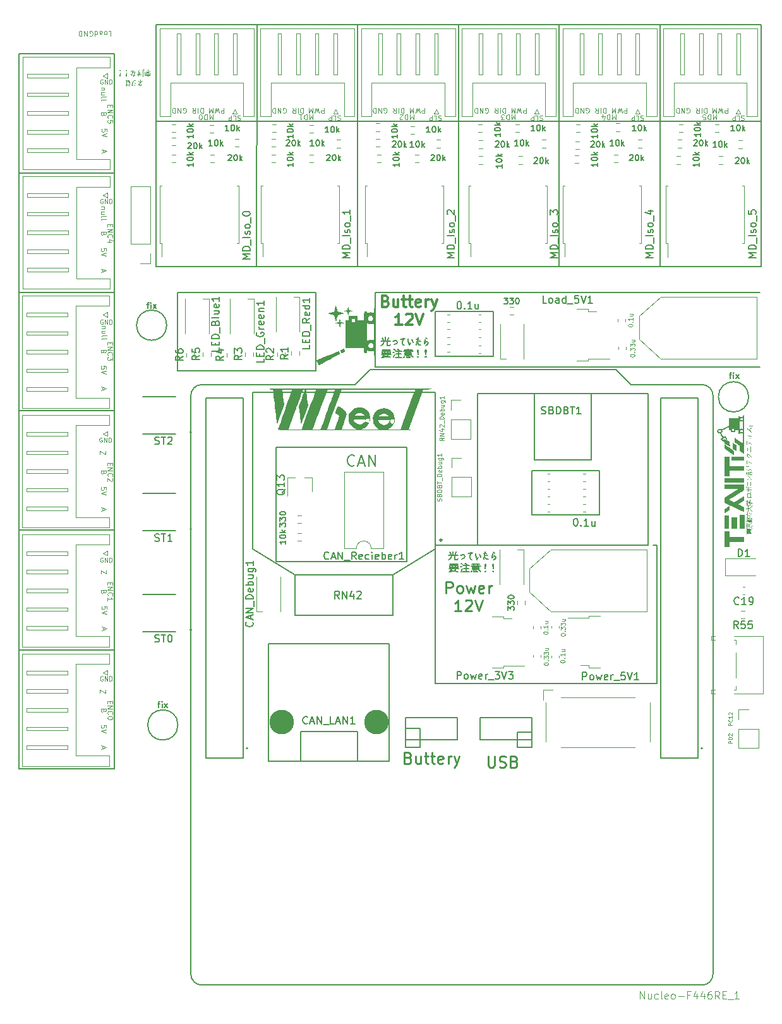
<source format=gbr>
%TF.GenerationSoftware,KiCad,Pcbnew,6.0.11-2627ca5db0~126~ubuntu20.04.1*%
%TF.CreationDate,2023-12-31T19:32:31+09:00*%
%TF.ProjectId,wheel,77686565-6c2e-46b6-9963-61645f706362,rev?*%
%TF.SameCoordinates,Original*%
%TF.FileFunction,Legend,Top*%
%TF.FilePolarity,Positive*%
%FSLAX46Y46*%
G04 Gerber Fmt 4.6, Leading zero omitted, Abs format (unit mm)*
G04 Created by KiCad (PCBNEW 6.0.11-2627ca5db0~126~ubuntu20.04.1) date 2023-12-31 19:32:31*
%MOMM*%
%LPD*%
G01*
G04 APERTURE LIST*
%ADD10C,0.150000*%
%ADD11C,0.100000*%
%ADD12C,0.300000*%
%ADD13C,0.200000*%
%ADD14C,0.250000*%
%ADD15C,0.015000*%
%ADD16C,0.120000*%
%ADD17C,0.127000*%
%ADD18C,3.300000*%
G04 APERTURE END LIST*
D10*
X119000000Y-119875000D02*
X128000000Y-119875000D01*
X128000000Y-119875000D02*
X128000000Y-125875000D01*
X128000000Y-125875000D02*
X119000000Y-125875000D01*
X119000000Y-125875000D02*
X119000000Y-119875000D01*
X98000000Y-106000000D02*
X98000000Y-96000000D01*
X149500000Y-106000000D02*
X131500000Y-106000000D01*
X50250000Y-127850000D02*
X63000000Y-127850000D01*
X63000000Y-64000000D02*
X50250000Y-64000000D01*
X71500000Y-96000000D02*
X90000000Y-96000000D01*
X90000000Y-96000000D02*
X90000000Y-106500000D01*
X90000000Y-106500000D02*
X71500000Y-106500000D01*
X71500000Y-106500000D02*
X71500000Y-96000000D01*
X135750000Y-130125000D02*
X135750000Y-148450000D01*
X50250000Y-159850000D02*
X50250000Y-64000000D01*
X136140000Y-60200000D02*
X136140000Y-92550000D01*
X63000000Y-64000000D02*
X63000000Y-159850000D01*
X106050000Y-147225000D02*
X106050000Y-148450000D01*
X68590000Y-60150000D02*
X68590000Y-92550000D01*
X50300000Y-144000000D02*
X63000000Y-144000000D01*
X106000000Y-98600000D02*
X113800000Y-98600000D01*
X113800000Y-98600000D02*
X113800000Y-104600000D01*
X113800000Y-104600000D02*
X106000000Y-104600000D01*
X106000000Y-104600000D02*
X106000000Y-98600000D01*
X149690000Y-92550000D02*
X149690000Y-60150000D01*
X117000000Y-155000000D02*
X119000000Y-155000000D01*
X119000000Y-155000000D02*
X119000000Y-157000000D01*
X119000000Y-157000000D02*
X117000000Y-157000000D01*
X117000000Y-157000000D02*
X117000000Y-155000000D01*
X102000000Y-153000000D02*
X109000000Y-153000000D01*
X109000000Y-153000000D02*
X109000000Y-156000000D01*
X109000000Y-156000000D02*
X102000000Y-156000000D01*
X102000000Y-156000000D02*
X102000000Y-153000000D01*
X106050000Y-148450000D02*
X135750000Y-148450000D01*
X95640000Y-60150000D02*
X95640000Y-92550000D01*
X102000000Y-154500000D02*
X104000000Y-154500000D01*
X104000000Y-154500000D02*
X104000000Y-157000000D01*
X104000000Y-157000000D02*
X102000000Y-157000000D01*
X102000000Y-157000000D02*
X102000000Y-154500000D01*
X148024846Y-110024845D02*
G75*
G03*
X148024846Y-110024845I-2024846J0D01*
G01*
X98000000Y-96000000D02*
X149500000Y-96000000D01*
X102200000Y-132125000D02*
X84700000Y-132125000D01*
X84700000Y-132125000D02*
X84700000Y-116825000D01*
X84700000Y-116825000D02*
X102200000Y-116825000D01*
X102200000Y-116825000D02*
X102200000Y-132125000D01*
X50250000Y-96000000D02*
X63000000Y-96000000D01*
X112000000Y-153000000D02*
X119000000Y-153000000D01*
X119000000Y-153000000D02*
X119000000Y-156000000D01*
X119000000Y-156000000D02*
X112000000Y-156000000D01*
X112000000Y-156000000D02*
X112000000Y-153000000D01*
X149690000Y-60150000D02*
X68590000Y-60150000D01*
X122640000Y-60150000D02*
X122590000Y-92550000D01*
X109140000Y-60150000D02*
X109140000Y-92550000D01*
X135750000Y-129875000D02*
X135250000Y-129875000D01*
X68590000Y-92550000D02*
X149690000Y-92550000D01*
X112250000Y-129865000D02*
X106050000Y-129865000D01*
X50250000Y-111850000D02*
X63000000Y-111850000D01*
X71524846Y-154000000D02*
G75*
G03*
X71524846Y-154000000I-2024846J0D01*
G01*
X106050000Y-129865000D02*
X106050000Y-147225000D01*
X70024846Y-100424845D02*
G75*
G03*
X70024846Y-100424845I-2024846J0D01*
G01*
X68590000Y-73100000D02*
X149690000Y-73100000D01*
X131500000Y-106000000D02*
X98000000Y-106000000D01*
X63000000Y-159850000D02*
X50250000Y-159850000D01*
X82140000Y-60200000D02*
X82090000Y-92550000D01*
X50250000Y-80000000D02*
X63000000Y-80000000D01*
X135750000Y-130125000D02*
X135750000Y-129875000D01*
D11*
X145826190Y-154057142D02*
X145326190Y-154057142D01*
X145326190Y-153866666D01*
X145350000Y-153819047D01*
X145373809Y-153795238D01*
X145421428Y-153771428D01*
X145492857Y-153771428D01*
X145540476Y-153795238D01*
X145564285Y-153819047D01*
X145588095Y-153866666D01*
X145588095Y-154057142D01*
X145778571Y-153271428D02*
X145802380Y-153295238D01*
X145826190Y-153366666D01*
X145826190Y-153414285D01*
X145802380Y-153485714D01*
X145754761Y-153533333D01*
X145707142Y-153557142D01*
X145611904Y-153580952D01*
X145540476Y-153580952D01*
X145445238Y-153557142D01*
X145397619Y-153533333D01*
X145350000Y-153485714D01*
X145326190Y-153414285D01*
X145326190Y-153366666D01*
X145350000Y-153295238D01*
X145373809Y-153271428D01*
X145826190Y-152795238D02*
X145826190Y-153080952D01*
X145826190Y-152938095D02*
X145326190Y-152938095D01*
X145397619Y-152985714D01*
X145445238Y-153033333D01*
X145469047Y-153080952D01*
X145373809Y-152604761D02*
X145350000Y-152580952D01*
X145326190Y-152533333D01*
X145326190Y-152414285D01*
X145350000Y-152366666D01*
X145373809Y-152342857D01*
X145421428Y-152319047D01*
X145469047Y-152319047D01*
X145540476Y-152342857D01*
X145826190Y-152628571D01*
X145826190Y-152319047D01*
X61883333Y-133266666D02*
X61883333Y-133733333D01*
X61183333Y-133266666D01*
X61183333Y-133733333D01*
X61550000Y-88150000D02*
X61516666Y-88250000D01*
X61483333Y-88283333D01*
X61416666Y-88316666D01*
X61316666Y-88316666D01*
X61250000Y-88283333D01*
X61216666Y-88250000D01*
X61183333Y-88183333D01*
X61183333Y-87916666D01*
X61883333Y-87916666D01*
X61883333Y-88150000D01*
X61850000Y-88216666D01*
X61816666Y-88250000D01*
X61750000Y-88283333D01*
X61683333Y-88283333D01*
X61616666Y-88250000D01*
X61583333Y-88216666D01*
X61550000Y-88150000D01*
X61550000Y-87916666D01*
X147373809Y-72336904D02*
X147280952Y-72305952D01*
X147126190Y-72305952D01*
X147064285Y-72336904D01*
X147033333Y-72367857D01*
X147002380Y-72429761D01*
X147002380Y-72491666D01*
X147033333Y-72553571D01*
X147064285Y-72584523D01*
X147126190Y-72615476D01*
X147250000Y-72646428D01*
X147311904Y-72677380D01*
X147342857Y-72708333D01*
X147373809Y-72770238D01*
X147373809Y-72832142D01*
X147342857Y-72894047D01*
X147311904Y-72925000D01*
X147250000Y-72955952D01*
X147095238Y-72955952D01*
X147002380Y-72925000D01*
X146414285Y-72305952D02*
X146723809Y-72305952D01*
X146723809Y-72955952D01*
X146197619Y-72305952D02*
X146197619Y-72955952D01*
X145950000Y-72955952D01*
X145888095Y-72925000D01*
X145857142Y-72894047D01*
X145826190Y-72832142D01*
X145826190Y-72739285D01*
X145857142Y-72677380D01*
X145888095Y-72646428D01*
X145950000Y-72615476D01*
X146197619Y-72615476D01*
X76216666Y-72183333D02*
X76216666Y-72883333D01*
X75983333Y-72383333D01*
X75750000Y-72883333D01*
X75750000Y-72183333D01*
X75416666Y-72183333D02*
X75416666Y-72883333D01*
X75250000Y-72883333D01*
X75150000Y-72850000D01*
X75083333Y-72783333D01*
X75050000Y-72716666D01*
X75016666Y-72583333D01*
X75016666Y-72483333D01*
X75050000Y-72350000D01*
X75083333Y-72283333D01*
X75150000Y-72216666D01*
X75250000Y-72183333D01*
X75416666Y-72183333D01*
X74583333Y-72883333D02*
X74516666Y-72883333D01*
X74450000Y-72850000D01*
X74416666Y-72816666D01*
X74383333Y-72750000D01*
X74350000Y-72616666D01*
X74350000Y-72450000D01*
X74383333Y-72316666D01*
X74416666Y-72250000D01*
X74450000Y-72216666D01*
X74516666Y-72183333D01*
X74583333Y-72183333D01*
X74650000Y-72216666D01*
X74683333Y-72250000D01*
X74716666Y-72316666D01*
X74750000Y-72450000D01*
X74750000Y-72616666D01*
X74716666Y-72750000D01*
X74683333Y-72816666D01*
X74650000Y-72850000D01*
X74583333Y-72883333D01*
X61783333Y-117266666D02*
X61783333Y-117733333D01*
X61083333Y-117266666D01*
X61083333Y-117733333D01*
X62450000Y-70900000D02*
X62450000Y-71133333D01*
X62083333Y-71233333D02*
X62083333Y-70900000D01*
X62783333Y-70900000D01*
X62783333Y-71233333D01*
X62083333Y-71533333D02*
X62783333Y-71533333D01*
X62083333Y-71933333D01*
X62783333Y-71933333D01*
X62150000Y-72666666D02*
X62116666Y-72633333D01*
X62083333Y-72533333D01*
X62083333Y-72466666D01*
X62116666Y-72366666D01*
X62183333Y-72300000D01*
X62250000Y-72266666D01*
X62383333Y-72233333D01*
X62483333Y-72233333D01*
X62616666Y-72266666D01*
X62683333Y-72300000D01*
X62750000Y-72366666D01*
X62783333Y-72466666D01*
X62783333Y-72533333D01*
X62750000Y-72633333D01*
X62716666Y-72666666D01*
X62783333Y-73300000D02*
X62783333Y-72966666D01*
X62450000Y-72933333D01*
X62483333Y-72966666D01*
X62516666Y-73033333D01*
X62516666Y-73200000D01*
X62483333Y-73266666D01*
X62450000Y-73300000D01*
X62383333Y-73333333D01*
X62216666Y-73333333D01*
X62150000Y-73300000D01*
X62116666Y-73266666D01*
X62083333Y-73200000D01*
X62083333Y-73033333D01*
X62116666Y-72966666D01*
X62150000Y-72933333D01*
X62450000Y-118900000D02*
X62450000Y-119133333D01*
X62083333Y-119233333D02*
X62083333Y-118900000D01*
X62783333Y-118900000D01*
X62783333Y-119233333D01*
X62083333Y-119533333D02*
X62783333Y-119533333D01*
X62083333Y-119933333D01*
X62783333Y-119933333D01*
X62150000Y-120666666D02*
X62116666Y-120633333D01*
X62083333Y-120533333D01*
X62083333Y-120466666D01*
X62116666Y-120366666D01*
X62183333Y-120300000D01*
X62250000Y-120266666D01*
X62383333Y-120233333D01*
X62483333Y-120233333D01*
X62616666Y-120266666D01*
X62683333Y-120300000D01*
X62750000Y-120366666D01*
X62783333Y-120466666D01*
X62783333Y-120533333D01*
X62750000Y-120633333D01*
X62716666Y-120666666D01*
X62716666Y-120933333D02*
X62750000Y-120966666D01*
X62783333Y-121033333D01*
X62783333Y-121200000D01*
X62750000Y-121266666D01*
X62716666Y-121300000D01*
X62650000Y-121333333D01*
X62583333Y-121333333D01*
X62483333Y-121300000D01*
X62083333Y-120900000D01*
X62083333Y-121333333D01*
X61783333Y-149266666D02*
X61783333Y-149733333D01*
X61083333Y-149266666D01*
X61083333Y-149733333D01*
X61383333Y-156833333D02*
X61383333Y-157166666D01*
X61183333Y-156766666D02*
X61883333Y-157000000D01*
X61183333Y-157233333D01*
X61342857Y-115500000D02*
X61285714Y-115471428D01*
X61200000Y-115471428D01*
X61114285Y-115500000D01*
X61057142Y-115557142D01*
X61028571Y-115614285D01*
X61000000Y-115728571D01*
X61000000Y-115814285D01*
X61028571Y-115928571D01*
X61057142Y-115985714D01*
X61114285Y-116042857D01*
X61200000Y-116071428D01*
X61257142Y-116071428D01*
X61342857Y-116042857D01*
X61371428Y-116014285D01*
X61371428Y-115814285D01*
X61257142Y-115814285D01*
X61628571Y-116071428D02*
X61628571Y-115471428D01*
X61971428Y-116071428D01*
X61971428Y-115471428D01*
X62257142Y-116071428D02*
X62257142Y-115471428D01*
X62400000Y-115471428D01*
X62485714Y-115500000D01*
X62542857Y-115557142D01*
X62571428Y-115614285D01*
X62600000Y-115728571D01*
X62600000Y-115814285D01*
X62571428Y-115928571D01*
X62542857Y-115985714D01*
X62485714Y-116042857D01*
X62400000Y-116071428D01*
X62257142Y-116071428D01*
X61650000Y-84566666D02*
X61183333Y-84566666D01*
X61583333Y-84566666D02*
X61616666Y-84600000D01*
X61650000Y-84666666D01*
X61650000Y-84766666D01*
X61616666Y-84833333D01*
X61550000Y-84866666D01*
X61183333Y-84866666D01*
X61650000Y-85500000D02*
X61183333Y-85500000D01*
X61650000Y-85200000D02*
X61283333Y-85200000D01*
X61216666Y-85233333D01*
X61183333Y-85300000D01*
X61183333Y-85400000D01*
X61216666Y-85466666D01*
X61250000Y-85500000D01*
X61183333Y-85933333D02*
X61216666Y-85866666D01*
X61283333Y-85833333D01*
X61883333Y-85833333D01*
X61183333Y-86300000D02*
X61216666Y-86233333D01*
X61283333Y-86200000D01*
X61883333Y-86200000D01*
X61550000Y-136150000D02*
X61516666Y-136250000D01*
X61483333Y-136283333D01*
X61416666Y-136316666D01*
X61316666Y-136316666D01*
X61250000Y-136283333D01*
X61216666Y-136250000D01*
X61183333Y-136183333D01*
X61183333Y-135916666D01*
X61883333Y-135916666D01*
X61883333Y-136150000D01*
X61850000Y-136216666D01*
X61816666Y-136250000D01*
X61750000Y-136283333D01*
X61683333Y-136283333D01*
X61616666Y-136250000D01*
X61583333Y-136216666D01*
X61550000Y-136150000D01*
X61550000Y-135916666D01*
X79873809Y-72336904D02*
X79780952Y-72305952D01*
X79626190Y-72305952D01*
X79564285Y-72336904D01*
X79533333Y-72367857D01*
X79502380Y-72429761D01*
X79502380Y-72491666D01*
X79533333Y-72553571D01*
X79564285Y-72584523D01*
X79626190Y-72615476D01*
X79750000Y-72646428D01*
X79811904Y-72677380D01*
X79842857Y-72708333D01*
X79873809Y-72770238D01*
X79873809Y-72832142D01*
X79842857Y-72894047D01*
X79811904Y-72925000D01*
X79750000Y-72955952D01*
X79595238Y-72955952D01*
X79502380Y-72925000D01*
X78914285Y-72305952D02*
X79223809Y-72305952D01*
X79223809Y-72955952D01*
X78697619Y-72305952D02*
X78697619Y-72955952D01*
X78450000Y-72955952D01*
X78388095Y-72925000D01*
X78357142Y-72894047D01*
X78326190Y-72832142D01*
X78326190Y-72739285D01*
X78357142Y-72677380D01*
X78388095Y-72646428D01*
X78450000Y-72615476D01*
X78697619Y-72615476D01*
X104583333Y-71283333D02*
X104583333Y-71983333D01*
X104316666Y-71983333D01*
X104250000Y-71950000D01*
X104216666Y-71916666D01*
X104183333Y-71850000D01*
X104183333Y-71750000D01*
X104216666Y-71683333D01*
X104250000Y-71650000D01*
X104316666Y-71616666D01*
X104583333Y-71616666D01*
X103950000Y-71983333D02*
X103783333Y-71283333D01*
X103650000Y-71783333D01*
X103516666Y-71283333D01*
X103350000Y-71983333D01*
X103083333Y-71283333D02*
X103083333Y-71983333D01*
X102850000Y-71483333D01*
X102616666Y-71983333D01*
X102616666Y-71283333D01*
X62450000Y-134900000D02*
X62450000Y-135133333D01*
X62083333Y-135233333D02*
X62083333Y-134900000D01*
X62783333Y-134900000D01*
X62783333Y-135233333D01*
X62083333Y-135533333D02*
X62783333Y-135533333D01*
X62083333Y-135933333D01*
X62783333Y-135933333D01*
X62150000Y-136666666D02*
X62116666Y-136633333D01*
X62083333Y-136533333D01*
X62083333Y-136466666D01*
X62116666Y-136366666D01*
X62183333Y-136300000D01*
X62250000Y-136266666D01*
X62383333Y-136233333D01*
X62483333Y-136233333D01*
X62616666Y-136266666D01*
X62683333Y-136300000D01*
X62750000Y-136366666D01*
X62783333Y-136466666D01*
X62783333Y-136533333D01*
X62750000Y-136633333D01*
X62716666Y-136666666D01*
X62083333Y-137333333D02*
X62083333Y-136933333D01*
X62083333Y-137133333D02*
X62783333Y-137133333D01*
X62683333Y-137066666D01*
X62616666Y-137000000D01*
X62583333Y-136933333D01*
X61442857Y-67500000D02*
X61385714Y-67471428D01*
X61300000Y-67471428D01*
X61214285Y-67500000D01*
X61157142Y-67557142D01*
X61128571Y-67614285D01*
X61100000Y-67728571D01*
X61100000Y-67814285D01*
X61128571Y-67928571D01*
X61157142Y-67985714D01*
X61214285Y-68042857D01*
X61300000Y-68071428D01*
X61357142Y-68071428D01*
X61442857Y-68042857D01*
X61471428Y-68014285D01*
X61471428Y-67814285D01*
X61357142Y-67814285D01*
X61728571Y-68071428D02*
X61728571Y-67471428D01*
X62071428Y-68071428D01*
X62071428Y-67471428D01*
X62357142Y-68071428D02*
X62357142Y-67471428D01*
X62500000Y-67471428D01*
X62585714Y-67500000D01*
X62642857Y-67557142D01*
X62671428Y-67614285D01*
X62700000Y-67728571D01*
X62700000Y-67814285D01*
X62671428Y-67928571D01*
X62642857Y-67985714D01*
X62585714Y-68042857D01*
X62500000Y-68071428D01*
X62357142Y-68071428D01*
D10*
X124785714Y-126327380D02*
X124880952Y-126327380D01*
X124976190Y-126375000D01*
X125023809Y-126422619D01*
X125071428Y-126517857D01*
X125119047Y-126708333D01*
X125119047Y-126946428D01*
X125071428Y-127136904D01*
X125023809Y-127232142D01*
X124976190Y-127279761D01*
X124880952Y-127327380D01*
X124785714Y-127327380D01*
X124690476Y-127279761D01*
X124642857Y-127232142D01*
X124595238Y-127136904D01*
X124547619Y-126946428D01*
X124547619Y-126708333D01*
X124595238Y-126517857D01*
X124642857Y-126422619D01*
X124690476Y-126375000D01*
X124785714Y-126327380D01*
X125547619Y-127232142D02*
X125595238Y-127279761D01*
X125547619Y-127327380D01*
X125500000Y-127279761D01*
X125547619Y-127232142D01*
X125547619Y-127327380D01*
X126547619Y-127327380D02*
X125976190Y-127327380D01*
X126261904Y-127327380D02*
X126261904Y-126327380D01*
X126166666Y-126470238D01*
X126071428Y-126565476D01*
X125976190Y-126613095D01*
X127404761Y-126660714D02*
X127404761Y-127327380D01*
X126976190Y-126660714D02*
X126976190Y-127184523D01*
X127023809Y-127279761D01*
X127119047Y-127327380D01*
X127261904Y-127327380D01*
X127357142Y-127279761D01*
X127404761Y-127232142D01*
D11*
X89616666Y-72183333D02*
X89616666Y-72883333D01*
X89383333Y-72383333D01*
X89150000Y-72883333D01*
X89150000Y-72183333D01*
X88816666Y-72183333D02*
X88816666Y-72883333D01*
X88650000Y-72883333D01*
X88550000Y-72850000D01*
X88483333Y-72783333D01*
X88450000Y-72716666D01*
X88416666Y-72583333D01*
X88416666Y-72483333D01*
X88450000Y-72350000D01*
X88483333Y-72283333D01*
X88550000Y-72216666D01*
X88650000Y-72183333D01*
X88816666Y-72183333D01*
X87750000Y-72183333D02*
X88150000Y-72183333D01*
X87950000Y-72183333D02*
X87950000Y-72883333D01*
X88016666Y-72783333D01*
X88083333Y-72716666D01*
X88150000Y-72683333D01*
X72233333Y-71950000D02*
X72300000Y-71983333D01*
X72400000Y-71983333D01*
X72500000Y-71950000D01*
X72566666Y-71883333D01*
X72600000Y-71816666D01*
X72633333Y-71683333D01*
X72633333Y-71583333D01*
X72600000Y-71450000D01*
X72566666Y-71383333D01*
X72500000Y-71316666D01*
X72400000Y-71283333D01*
X72333333Y-71283333D01*
X72233333Y-71316666D01*
X72200000Y-71350000D01*
X72200000Y-71583333D01*
X72333333Y-71583333D01*
X71900000Y-71283333D02*
X71900000Y-71983333D01*
X71500000Y-71283333D01*
X71500000Y-71983333D01*
X71166666Y-71283333D02*
X71166666Y-71983333D01*
X71000000Y-71983333D01*
X70900000Y-71950000D01*
X70833333Y-71883333D01*
X70800000Y-71816666D01*
X70766666Y-71683333D01*
X70766666Y-71583333D01*
X70800000Y-71450000D01*
X70833333Y-71383333D01*
X70900000Y-71316666D01*
X71000000Y-71283333D01*
X71166666Y-71283333D01*
X61883333Y-122466666D02*
X61883333Y-122133333D01*
X61550000Y-122100000D01*
X61583333Y-122133333D01*
X61616666Y-122200000D01*
X61616666Y-122366666D01*
X61583333Y-122433333D01*
X61550000Y-122466666D01*
X61483333Y-122500000D01*
X61316666Y-122500000D01*
X61250000Y-122466666D01*
X61216666Y-122433333D01*
X61183333Y-122366666D01*
X61183333Y-122200000D01*
X61216666Y-122133333D01*
X61250000Y-122100000D01*
X61883333Y-122700000D02*
X61183333Y-122933333D01*
X61883333Y-123166666D01*
X112733333Y-71950000D02*
X112800000Y-71983333D01*
X112900000Y-71983333D01*
X113000000Y-71950000D01*
X113066666Y-71883333D01*
X113100000Y-71816666D01*
X113133333Y-71683333D01*
X113133333Y-71583333D01*
X113100000Y-71450000D01*
X113066666Y-71383333D01*
X113000000Y-71316666D01*
X112900000Y-71283333D01*
X112833333Y-71283333D01*
X112733333Y-71316666D01*
X112700000Y-71350000D01*
X112700000Y-71583333D01*
X112833333Y-71583333D01*
X112400000Y-71283333D02*
X112400000Y-71983333D01*
X112000000Y-71283333D01*
X112000000Y-71983333D01*
X111666666Y-71283333D02*
X111666666Y-71983333D01*
X111500000Y-71983333D01*
X111400000Y-71950000D01*
X111333333Y-71883333D01*
X111300000Y-71816666D01*
X111266666Y-71683333D01*
X111266666Y-71583333D01*
X111300000Y-71450000D01*
X111333333Y-71383333D01*
X111400000Y-71316666D01*
X111500000Y-71283333D01*
X111666666Y-71283333D01*
X61750000Y-100566666D02*
X61283333Y-100566666D01*
X61683333Y-100566666D02*
X61716666Y-100600000D01*
X61750000Y-100666666D01*
X61750000Y-100766666D01*
X61716666Y-100833333D01*
X61650000Y-100866666D01*
X61283333Y-100866666D01*
X61750000Y-101500000D02*
X61283333Y-101500000D01*
X61750000Y-101200000D02*
X61383333Y-101200000D01*
X61316666Y-101233333D01*
X61283333Y-101300000D01*
X61283333Y-101400000D01*
X61316666Y-101466666D01*
X61350000Y-101500000D01*
X61283333Y-101933333D02*
X61316666Y-101866666D01*
X61383333Y-101833333D01*
X61983333Y-101833333D01*
X61283333Y-102300000D02*
X61316666Y-102233333D01*
X61383333Y-102200000D01*
X61983333Y-102200000D01*
X61483333Y-76933333D02*
X61483333Y-77266666D01*
X61283333Y-76866666D02*
X61983333Y-77100000D01*
X61283333Y-77333333D01*
X62450000Y-86900000D02*
X62450000Y-87133333D01*
X62083333Y-87233333D02*
X62083333Y-86900000D01*
X62783333Y-86900000D01*
X62783333Y-87233333D01*
X62083333Y-87533333D02*
X62783333Y-87533333D01*
X62083333Y-87933333D01*
X62783333Y-87933333D01*
X62150000Y-88666666D02*
X62116666Y-88633333D01*
X62083333Y-88533333D01*
X62083333Y-88466666D01*
X62116666Y-88366666D01*
X62183333Y-88300000D01*
X62250000Y-88266666D01*
X62383333Y-88233333D01*
X62483333Y-88233333D01*
X62616666Y-88266666D01*
X62683333Y-88300000D01*
X62750000Y-88366666D01*
X62783333Y-88466666D01*
X62783333Y-88533333D01*
X62750000Y-88633333D01*
X62716666Y-88666666D01*
X62550000Y-89266666D02*
X62083333Y-89266666D01*
X62816666Y-89100000D02*
X62316666Y-88933333D01*
X62316666Y-89366666D01*
X61883333Y-106266666D02*
X61883333Y-105933333D01*
X61550000Y-105900000D01*
X61583333Y-105933333D01*
X61616666Y-106000000D01*
X61616666Y-106166666D01*
X61583333Y-106233333D01*
X61550000Y-106266666D01*
X61483333Y-106300000D01*
X61316666Y-106300000D01*
X61250000Y-106266666D01*
X61216666Y-106233333D01*
X61183333Y-106166666D01*
X61183333Y-106000000D01*
X61216666Y-105933333D01*
X61250000Y-105900000D01*
X61883333Y-106500000D02*
X61183333Y-106733333D01*
X61883333Y-106966666D01*
D10*
X95185714Y-119160714D02*
X95114285Y-119232142D01*
X94900000Y-119303571D01*
X94757142Y-119303571D01*
X94542857Y-119232142D01*
X94400000Y-119089285D01*
X94328571Y-118946428D01*
X94257142Y-118660714D01*
X94257142Y-118446428D01*
X94328571Y-118160714D01*
X94400000Y-118017857D01*
X94542857Y-117875000D01*
X94757142Y-117803571D01*
X94900000Y-117803571D01*
X95114285Y-117875000D01*
X95185714Y-117946428D01*
X95757142Y-118875000D02*
X96471428Y-118875000D01*
X95614285Y-119303571D02*
X96114285Y-117803571D01*
X96614285Y-119303571D01*
X97114285Y-119303571D02*
X97114285Y-117803571D01*
X97971428Y-119303571D01*
X97971428Y-117803571D01*
D11*
X61483333Y-140933333D02*
X61483333Y-141266666D01*
X61283333Y-140866666D02*
X61983333Y-141100000D01*
X61283333Y-141333333D01*
X115400000Y-71283333D02*
X115400000Y-71983333D01*
X115233333Y-71983333D01*
X115133333Y-71950000D01*
X115066666Y-71883333D01*
X115033333Y-71816666D01*
X115000000Y-71683333D01*
X115000000Y-71583333D01*
X115033333Y-71450000D01*
X115066666Y-71383333D01*
X115133333Y-71316666D01*
X115233333Y-71283333D01*
X115400000Y-71283333D01*
X114700000Y-71283333D02*
X114700000Y-71983333D01*
X113966666Y-71283333D02*
X114200000Y-71616666D01*
X114366666Y-71283333D02*
X114366666Y-71983333D01*
X114100000Y-71983333D01*
X114033333Y-71950000D01*
X114000000Y-71916666D01*
X113966666Y-71850000D01*
X113966666Y-71750000D01*
X114000000Y-71683333D01*
X114033333Y-71650000D01*
X114100000Y-71616666D01*
X114366666Y-71616666D01*
D12*
X99392857Y-97185357D02*
X99607142Y-97256785D01*
X99678571Y-97328214D01*
X99750000Y-97471071D01*
X99750000Y-97685357D01*
X99678571Y-97828214D01*
X99607142Y-97899642D01*
X99464285Y-97971071D01*
X98892857Y-97971071D01*
X98892857Y-96471071D01*
X99392857Y-96471071D01*
X99535714Y-96542500D01*
X99607142Y-96613928D01*
X99678571Y-96756785D01*
X99678571Y-96899642D01*
X99607142Y-97042500D01*
X99535714Y-97113928D01*
X99392857Y-97185357D01*
X98892857Y-97185357D01*
X101035714Y-96971071D02*
X101035714Y-97971071D01*
X100392857Y-96971071D02*
X100392857Y-97756785D01*
X100464285Y-97899642D01*
X100607142Y-97971071D01*
X100821428Y-97971071D01*
X100964285Y-97899642D01*
X101035714Y-97828214D01*
X101535714Y-96971071D02*
X102107142Y-96971071D01*
X101750000Y-96471071D02*
X101750000Y-97756785D01*
X101821428Y-97899642D01*
X101964285Y-97971071D01*
X102107142Y-97971071D01*
X102392857Y-96971071D02*
X102964285Y-96971071D01*
X102607142Y-96471071D02*
X102607142Y-97756785D01*
X102678571Y-97899642D01*
X102821428Y-97971071D01*
X102964285Y-97971071D01*
X104035714Y-97899642D02*
X103892857Y-97971071D01*
X103607142Y-97971071D01*
X103464285Y-97899642D01*
X103392857Y-97756785D01*
X103392857Y-97185357D01*
X103464285Y-97042500D01*
X103607142Y-96971071D01*
X103892857Y-96971071D01*
X104035714Y-97042500D01*
X104107142Y-97185357D01*
X104107142Y-97328214D01*
X103392857Y-97471071D01*
X104750000Y-97971071D02*
X104750000Y-96971071D01*
X104750000Y-97256785D02*
X104821428Y-97113928D01*
X104892857Y-97042500D01*
X105035714Y-96971071D01*
X105178571Y-96971071D01*
X105535714Y-96971071D02*
X105892857Y-97971071D01*
X106250000Y-96971071D02*
X105892857Y-97971071D01*
X105750000Y-98328214D01*
X105678571Y-98399642D01*
X105535714Y-98471071D01*
X101571428Y-100386071D02*
X100714285Y-100386071D01*
X101142857Y-100386071D02*
X101142857Y-98886071D01*
X101000000Y-99100357D01*
X100857142Y-99243214D01*
X100714285Y-99314642D01*
X102142857Y-99028928D02*
X102214285Y-98957500D01*
X102357142Y-98886071D01*
X102714285Y-98886071D01*
X102857142Y-98957500D01*
X102928571Y-99028928D01*
X103000000Y-99171785D01*
X103000000Y-99314642D01*
X102928571Y-99528928D01*
X102071428Y-100386071D01*
X103000000Y-100386071D01*
X103428571Y-98886071D02*
X103928571Y-100386071D01*
X104428571Y-98886071D01*
D13*
X107788095Y-131253333D02*
X109026190Y-131253333D01*
X108597619Y-131872380D02*
X108978571Y-131872380D01*
X108407142Y-130729523D02*
X108407142Y-131253333D01*
X108597619Y-131253333D02*
X108597619Y-131872380D01*
X109026190Y-131681904D02*
X108978571Y-131872380D01*
X107978571Y-130824761D02*
X108121428Y-131110476D01*
X108835714Y-130777142D02*
X108692857Y-131110476D01*
X108216666Y-131253333D02*
X108121428Y-131634285D01*
X107978571Y-131777142D01*
X107788095Y-131872380D01*
X109359523Y-131300952D02*
X109788095Y-131205714D01*
X109930952Y-131253333D01*
X109978571Y-131443809D01*
X109883333Y-131586666D01*
X109597619Y-131729523D01*
X110407142Y-131015238D02*
X111026190Y-130920000D01*
X110930952Y-130967619D02*
X110740476Y-131110476D01*
X110645238Y-131348571D01*
X110645238Y-131634285D01*
X110740476Y-131777142D01*
X110883333Y-131824761D01*
X111930952Y-131062857D02*
X112026190Y-131253333D01*
X112073809Y-131491428D01*
X111454761Y-130967619D02*
X111454761Y-131300952D01*
X111502380Y-131539047D01*
X111597619Y-131824761D01*
X111740476Y-131539047D01*
X112502380Y-131015238D02*
X112835714Y-131015238D01*
X112740476Y-130777142D02*
X112502380Y-131777142D01*
X112788095Y-131253333D02*
X113073809Y-131253333D01*
X112740476Y-131491428D02*
X112788095Y-131681904D01*
X112883333Y-131777142D01*
X113121428Y-131777142D01*
X113788095Y-130824761D02*
X113978571Y-130967619D01*
X113740476Y-131015238D02*
X113645238Y-131586666D01*
X113788095Y-131396190D01*
X113978571Y-131348571D01*
X114121428Y-131491428D01*
X114073809Y-131729523D01*
X113788095Y-131872380D01*
X107930952Y-132434761D02*
X109073809Y-132434761D01*
X107978571Y-132863333D02*
X109026190Y-132863333D01*
X107883333Y-133053809D02*
X109121428Y-133053809D01*
X107978571Y-132625238D02*
X107978571Y-132863333D01*
X108311904Y-132434761D02*
X108311904Y-132863333D01*
X108692857Y-132434761D02*
X108692857Y-132863333D01*
X107978571Y-132625238D02*
X109026190Y-132625238D01*
X109026190Y-132863333D01*
X108835714Y-133053809D02*
X108645238Y-133291904D01*
X108454761Y-133387142D01*
X107883333Y-133482380D01*
X108359523Y-132958571D02*
X108073809Y-133291904D01*
X109026190Y-133434761D01*
X109740476Y-132625238D02*
X110550000Y-132625238D01*
X109788095Y-133006190D02*
X110502380Y-133006190D01*
X109692857Y-133482380D02*
X110597619Y-133482380D01*
X110169047Y-132625238D02*
X110169047Y-133482380D01*
X109454761Y-132387142D02*
X109692857Y-132482380D01*
X109359523Y-132768095D02*
X109597619Y-132815714D01*
X109978571Y-132387142D02*
X110216666Y-132482380D01*
X109645238Y-133053809D02*
X109454761Y-133434761D01*
X110930952Y-132434761D02*
X111978571Y-132434761D01*
X110835714Y-132672857D02*
X112073809Y-132672857D01*
X111026190Y-132958571D02*
X111883333Y-132958571D01*
X111026190Y-133149047D02*
X111883333Y-133149047D01*
X111216666Y-133482380D02*
X111692857Y-133482380D01*
X111026190Y-132815714D02*
X111026190Y-133101428D01*
X111216666Y-133244285D02*
X111216666Y-133482380D01*
X111454761Y-132339523D02*
X111454761Y-132434761D01*
X111026190Y-132815714D02*
X111883333Y-132815714D01*
X111883333Y-133101428D01*
X111883333Y-133244285D02*
X112073809Y-133434761D01*
X111026190Y-133291904D02*
X110835714Y-133482380D01*
X111692857Y-133339523D02*
X111692857Y-133482380D01*
X111692857Y-132482380D02*
X111645238Y-132625238D01*
X111169047Y-132530000D02*
X111216666Y-132625238D01*
X111359523Y-133196666D02*
X111550000Y-133291904D01*
X112740476Y-133339523D02*
X112788095Y-133387142D01*
X112740476Y-133434761D01*
X112692857Y-133387142D01*
X112740476Y-133339523D01*
X112740476Y-133434761D01*
X112740476Y-133053809D02*
X112692857Y-132482380D01*
X112740476Y-132434761D01*
X112788095Y-132482380D01*
X112740476Y-133053809D01*
X112740476Y-132434761D01*
X113788095Y-133339523D02*
X113835714Y-133387142D01*
X113788095Y-133434761D01*
X113740476Y-133387142D01*
X113788095Y-133339523D01*
X113788095Y-133434761D01*
X113788095Y-133053809D02*
X113740476Y-132482380D01*
X113788095Y-132434761D01*
X113835714Y-132482380D01*
X113788095Y-133053809D01*
X113788095Y-132434761D01*
D11*
X118183333Y-71283333D02*
X118183333Y-71983333D01*
X117916666Y-71983333D01*
X117850000Y-71950000D01*
X117816666Y-71916666D01*
X117783333Y-71850000D01*
X117783333Y-71750000D01*
X117816666Y-71683333D01*
X117850000Y-71650000D01*
X117916666Y-71616666D01*
X118183333Y-71616666D01*
X117550000Y-71983333D02*
X117383333Y-71283333D01*
X117250000Y-71783333D01*
X117116666Y-71283333D01*
X116950000Y-71983333D01*
X116683333Y-71283333D02*
X116683333Y-71983333D01*
X116450000Y-71483333D01*
X116216666Y-71983333D01*
X116216666Y-71283333D01*
X61983333Y-74466666D02*
X61983333Y-74133333D01*
X61650000Y-74100000D01*
X61683333Y-74133333D01*
X61716666Y-74200000D01*
X61716666Y-74366666D01*
X61683333Y-74433333D01*
X61650000Y-74466666D01*
X61583333Y-74500000D01*
X61416666Y-74500000D01*
X61350000Y-74466666D01*
X61316666Y-74433333D01*
X61283333Y-74366666D01*
X61283333Y-74200000D01*
X61316666Y-74133333D01*
X61350000Y-74100000D01*
X61983333Y-74700000D02*
X61283333Y-74933333D01*
X61983333Y-75166666D01*
D10*
X67333333Y-97628571D02*
X67638095Y-97628571D01*
X67447619Y-98161904D02*
X67447619Y-97476190D01*
X67485714Y-97400000D01*
X67561904Y-97361904D01*
X67638095Y-97361904D01*
X67904761Y-98161904D02*
X67904761Y-97628571D01*
X67904761Y-97361904D02*
X67866666Y-97400000D01*
X67904761Y-97438095D01*
X67942857Y-97400000D01*
X67904761Y-97361904D01*
X67904761Y-97438095D01*
X68209523Y-98161904D02*
X68628571Y-97628571D01*
X68209523Y-97628571D02*
X68628571Y-98161904D01*
D11*
X61550000Y-120150000D02*
X61516666Y-120250000D01*
X61483333Y-120283333D01*
X61416666Y-120316666D01*
X61316666Y-120316666D01*
X61250000Y-120283333D01*
X61216666Y-120250000D01*
X61183333Y-120183333D01*
X61183333Y-119916666D01*
X61883333Y-119916666D01*
X61883333Y-120150000D01*
X61850000Y-120216666D01*
X61816666Y-120250000D01*
X61750000Y-120283333D01*
X61683333Y-120283333D01*
X61616666Y-120250000D01*
X61583333Y-120216666D01*
X61550000Y-120150000D01*
X61550000Y-119916666D01*
X126233333Y-71950000D02*
X126300000Y-71983333D01*
X126400000Y-71983333D01*
X126500000Y-71950000D01*
X126566666Y-71883333D01*
X126600000Y-71816666D01*
X126633333Y-71683333D01*
X126633333Y-71583333D01*
X126600000Y-71450000D01*
X126566666Y-71383333D01*
X126500000Y-71316666D01*
X126400000Y-71283333D01*
X126333333Y-71283333D01*
X126233333Y-71316666D01*
X126200000Y-71350000D01*
X126200000Y-71583333D01*
X126333333Y-71583333D01*
X125900000Y-71283333D02*
X125900000Y-71983333D01*
X125500000Y-71283333D01*
X125500000Y-71983333D01*
X125166666Y-71283333D02*
X125166666Y-71983333D01*
X125000000Y-71983333D01*
X124900000Y-71950000D01*
X124833333Y-71883333D01*
X124800000Y-71816666D01*
X124766666Y-71683333D01*
X124766666Y-71583333D01*
X124800000Y-71450000D01*
X124833333Y-71383333D01*
X124900000Y-71316666D01*
X125000000Y-71283333D01*
X125166666Y-71283333D01*
D14*
X102392857Y-158392857D02*
X102607142Y-158464285D01*
X102678571Y-158535714D01*
X102750000Y-158678571D01*
X102750000Y-158892857D01*
X102678571Y-159035714D01*
X102607142Y-159107142D01*
X102464285Y-159178571D01*
X101892857Y-159178571D01*
X101892857Y-157678571D01*
X102392857Y-157678571D01*
X102535714Y-157750000D01*
X102607142Y-157821428D01*
X102678571Y-157964285D01*
X102678571Y-158107142D01*
X102607142Y-158250000D01*
X102535714Y-158321428D01*
X102392857Y-158392857D01*
X101892857Y-158392857D01*
X104035714Y-158178571D02*
X104035714Y-159178571D01*
X103392857Y-158178571D02*
X103392857Y-158964285D01*
X103464285Y-159107142D01*
X103607142Y-159178571D01*
X103821428Y-159178571D01*
X103964285Y-159107142D01*
X104035714Y-159035714D01*
X104535714Y-158178571D02*
X105107142Y-158178571D01*
X104750000Y-157678571D02*
X104750000Y-158964285D01*
X104821428Y-159107142D01*
X104964285Y-159178571D01*
X105107142Y-159178571D01*
X105392857Y-158178571D02*
X105964285Y-158178571D01*
X105607142Y-157678571D02*
X105607142Y-158964285D01*
X105678571Y-159107142D01*
X105821428Y-159178571D01*
X105964285Y-159178571D01*
X107035714Y-159107142D02*
X106892857Y-159178571D01*
X106607142Y-159178571D01*
X106464285Y-159107142D01*
X106392857Y-158964285D01*
X106392857Y-158392857D01*
X106464285Y-158250000D01*
X106607142Y-158178571D01*
X106892857Y-158178571D01*
X107035714Y-158250000D01*
X107107142Y-158392857D01*
X107107142Y-158535714D01*
X106392857Y-158678571D01*
X107750000Y-159178571D02*
X107750000Y-158178571D01*
X107750000Y-158464285D02*
X107821428Y-158321428D01*
X107892857Y-158250000D01*
X108035714Y-158178571D01*
X108178571Y-158178571D01*
X108535714Y-158178571D02*
X108892857Y-159178571D01*
X109250000Y-158178571D02*
X108892857Y-159178571D01*
X108750000Y-159535714D01*
X108678571Y-159607142D01*
X108535714Y-159678571D01*
D11*
X142400000Y-71283333D02*
X142400000Y-71983333D01*
X142233333Y-71983333D01*
X142133333Y-71950000D01*
X142066666Y-71883333D01*
X142033333Y-71816666D01*
X142000000Y-71683333D01*
X142000000Y-71583333D01*
X142033333Y-71450000D01*
X142066666Y-71383333D01*
X142133333Y-71316666D01*
X142233333Y-71283333D01*
X142400000Y-71283333D01*
X141700000Y-71283333D02*
X141700000Y-71983333D01*
X140966666Y-71283333D02*
X141200000Y-71616666D01*
X141366666Y-71283333D02*
X141366666Y-71983333D01*
X141100000Y-71983333D01*
X141033333Y-71950000D01*
X141000000Y-71916666D01*
X140966666Y-71850000D01*
X140966666Y-71750000D01*
X141000000Y-71683333D01*
X141033333Y-71650000D01*
X141100000Y-71616666D01*
X141366666Y-71616666D01*
X139733333Y-71950000D02*
X139800000Y-71983333D01*
X139900000Y-71983333D01*
X140000000Y-71950000D01*
X140066666Y-71883333D01*
X140100000Y-71816666D01*
X140133333Y-71683333D01*
X140133333Y-71583333D01*
X140100000Y-71450000D01*
X140066666Y-71383333D01*
X140000000Y-71316666D01*
X139900000Y-71283333D01*
X139833333Y-71283333D01*
X139733333Y-71316666D01*
X139700000Y-71350000D01*
X139700000Y-71583333D01*
X139833333Y-71583333D01*
X139400000Y-71283333D02*
X139400000Y-71983333D01*
X139000000Y-71283333D01*
X139000000Y-71983333D01*
X138666666Y-71283333D02*
X138666666Y-71983333D01*
X138500000Y-71983333D01*
X138400000Y-71950000D01*
X138333333Y-71883333D01*
X138300000Y-71816666D01*
X138266666Y-71683333D01*
X138266666Y-71583333D01*
X138300000Y-71450000D01*
X138333333Y-71383333D01*
X138400000Y-71316666D01*
X138500000Y-71283333D01*
X138666666Y-71283333D01*
X61983333Y-138466666D02*
X61983333Y-138133333D01*
X61650000Y-138100000D01*
X61683333Y-138133333D01*
X61716666Y-138200000D01*
X61716666Y-138366666D01*
X61683333Y-138433333D01*
X61650000Y-138466666D01*
X61583333Y-138500000D01*
X61416666Y-138500000D01*
X61350000Y-138466666D01*
X61316666Y-138433333D01*
X61283333Y-138366666D01*
X61283333Y-138200000D01*
X61316666Y-138133333D01*
X61350000Y-138100000D01*
X61983333Y-138700000D02*
X61283333Y-138933333D01*
X61983333Y-139166666D01*
X103116666Y-72183333D02*
X103116666Y-72883333D01*
X102883333Y-72383333D01*
X102650000Y-72883333D01*
X102650000Y-72183333D01*
X102316666Y-72183333D02*
X102316666Y-72883333D01*
X102150000Y-72883333D01*
X102050000Y-72850000D01*
X101983333Y-72783333D01*
X101950000Y-72716666D01*
X101916666Y-72583333D01*
X101916666Y-72483333D01*
X101950000Y-72350000D01*
X101983333Y-72283333D01*
X102050000Y-72216666D01*
X102150000Y-72183333D01*
X102316666Y-72183333D01*
X101650000Y-72816666D02*
X101616666Y-72850000D01*
X101550000Y-72883333D01*
X101383333Y-72883333D01*
X101316666Y-72850000D01*
X101283333Y-72816666D01*
X101250000Y-72750000D01*
X101250000Y-72683333D01*
X101283333Y-72583333D01*
X101683333Y-72183333D01*
X101250000Y-72183333D01*
X61883333Y-90466666D02*
X61883333Y-90133333D01*
X61550000Y-90100000D01*
X61583333Y-90133333D01*
X61616666Y-90200000D01*
X61616666Y-90366666D01*
X61583333Y-90433333D01*
X61550000Y-90466666D01*
X61483333Y-90500000D01*
X61316666Y-90500000D01*
X61250000Y-90466666D01*
X61216666Y-90433333D01*
X61183333Y-90366666D01*
X61183333Y-90200000D01*
X61216666Y-90133333D01*
X61250000Y-90100000D01*
X61883333Y-90700000D02*
X61183333Y-90933333D01*
X61883333Y-91166666D01*
X99133333Y-71950000D02*
X99200000Y-71983333D01*
X99300000Y-71983333D01*
X99400000Y-71950000D01*
X99466666Y-71883333D01*
X99500000Y-71816666D01*
X99533333Y-71683333D01*
X99533333Y-71583333D01*
X99500000Y-71450000D01*
X99466666Y-71383333D01*
X99400000Y-71316666D01*
X99300000Y-71283333D01*
X99233333Y-71283333D01*
X99133333Y-71316666D01*
X99100000Y-71350000D01*
X99100000Y-71583333D01*
X99233333Y-71583333D01*
X98800000Y-71283333D02*
X98800000Y-71983333D01*
X98400000Y-71283333D01*
X98400000Y-71983333D01*
X98066666Y-71283333D02*
X98066666Y-71983333D01*
X97900000Y-71983333D01*
X97800000Y-71950000D01*
X97733333Y-71883333D01*
X97700000Y-71816666D01*
X97666666Y-71683333D01*
X97666666Y-71583333D01*
X97700000Y-71450000D01*
X97733333Y-71383333D01*
X97800000Y-71316666D01*
X97900000Y-71283333D01*
X98066666Y-71283333D01*
X106773809Y-72336904D02*
X106680952Y-72305952D01*
X106526190Y-72305952D01*
X106464285Y-72336904D01*
X106433333Y-72367857D01*
X106402380Y-72429761D01*
X106402380Y-72491666D01*
X106433333Y-72553571D01*
X106464285Y-72584523D01*
X106526190Y-72615476D01*
X106650000Y-72646428D01*
X106711904Y-72677380D01*
X106742857Y-72708333D01*
X106773809Y-72770238D01*
X106773809Y-72832142D01*
X106742857Y-72894047D01*
X106711904Y-72925000D01*
X106650000Y-72955952D01*
X106495238Y-72955952D01*
X106402380Y-72925000D01*
X105814285Y-72305952D02*
X106123809Y-72305952D01*
X106123809Y-72955952D01*
X105597619Y-72305952D02*
X105597619Y-72955952D01*
X105350000Y-72955952D01*
X105288095Y-72925000D01*
X105257142Y-72894047D01*
X105226190Y-72832142D01*
X105226190Y-72739285D01*
X105257142Y-72677380D01*
X105288095Y-72646428D01*
X105350000Y-72615476D01*
X105597619Y-72615476D01*
X120373809Y-72336904D02*
X120280952Y-72305952D01*
X120126190Y-72305952D01*
X120064285Y-72336904D01*
X120033333Y-72367857D01*
X120002380Y-72429761D01*
X120002380Y-72491666D01*
X120033333Y-72553571D01*
X120064285Y-72584523D01*
X120126190Y-72615476D01*
X120250000Y-72646428D01*
X120311904Y-72677380D01*
X120342857Y-72708333D01*
X120373809Y-72770238D01*
X120373809Y-72832142D01*
X120342857Y-72894047D01*
X120311904Y-72925000D01*
X120250000Y-72955952D01*
X120095238Y-72955952D01*
X120002380Y-72925000D01*
X119414285Y-72305952D02*
X119723809Y-72305952D01*
X119723809Y-72955952D01*
X119197619Y-72305952D02*
X119197619Y-72955952D01*
X118950000Y-72955952D01*
X118888095Y-72925000D01*
X118857142Y-72894047D01*
X118826190Y-72832142D01*
X118826190Y-72739285D01*
X118857142Y-72677380D01*
X118888095Y-72646428D01*
X118950000Y-72615476D01*
X119197619Y-72615476D01*
X61442857Y-99700000D02*
X61385714Y-99671428D01*
X61300000Y-99671428D01*
X61214285Y-99700000D01*
X61157142Y-99757142D01*
X61128571Y-99814285D01*
X61100000Y-99928571D01*
X61100000Y-100014285D01*
X61128571Y-100128571D01*
X61157142Y-100185714D01*
X61214285Y-100242857D01*
X61300000Y-100271428D01*
X61357142Y-100271428D01*
X61442857Y-100242857D01*
X61471428Y-100214285D01*
X61471428Y-100014285D01*
X61357142Y-100014285D01*
X61728571Y-100271428D02*
X61728571Y-99671428D01*
X62071428Y-100271428D01*
X62071428Y-99671428D01*
X62357142Y-100271428D02*
X62357142Y-99671428D01*
X62500000Y-99671428D01*
X62585714Y-99700000D01*
X62642857Y-99757142D01*
X62671428Y-99814285D01*
X62700000Y-99928571D01*
X62700000Y-100014285D01*
X62671428Y-100128571D01*
X62642857Y-100185714D01*
X62585714Y-100242857D01*
X62500000Y-100271428D01*
X62357142Y-100271428D01*
X145826190Y-156419047D02*
X145326190Y-156419047D01*
X145326190Y-156228571D01*
X145350000Y-156180952D01*
X145373809Y-156157142D01*
X145421428Y-156133333D01*
X145492857Y-156133333D01*
X145540476Y-156157142D01*
X145564285Y-156180952D01*
X145588095Y-156228571D01*
X145588095Y-156419047D01*
X145826190Y-155919047D02*
X145326190Y-155919047D01*
X145326190Y-155800000D01*
X145350000Y-155728571D01*
X145397619Y-155680952D01*
X145445238Y-155657142D01*
X145540476Y-155633333D01*
X145611904Y-155633333D01*
X145707142Y-155657142D01*
X145754761Y-155680952D01*
X145802380Y-155728571D01*
X145826190Y-155800000D01*
X145826190Y-155919047D01*
X145373809Y-155442857D02*
X145350000Y-155419047D01*
X145326190Y-155371428D01*
X145326190Y-155252380D01*
X145350000Y-155204761D01*
X145373809Y-155180952D01*
X145421428Y-155157142D01*
X145469047Y-155157142D01*
X145540476Y-155180952D01*
X145826190Y-155466666D01*
X145826190Y-155157142D01*
X62200000Y-60983333D02*
X62533333Y-60983333D01*
X62533333Y-61683333D01*
X61866666Y-60983333D02*
X61933333Y-61016666D01*
X61966666Y-61050000D01*
X62000000Y-61116666D01*
X62000000Y-61316666D01*
X61966666Y-61383333D01*
X61933333Y-61416666D01*
X61866666Y-61450000D01*
X61766666Y-61450000D01*
X61700000Y-61416666D01*
X61666666Y-61383333D01*
X61633333Y-61316666D01*
X61633333Y-61116666D01*
X61666666Y-61050000D01*
X61700000Y-61016666D01*
X61766666Y-60983333D01*
X61866666Y-60983333D01*
X61033333Y-60983333D02*
X61033333Y-61350000D01*
X61066666Y-61416666D01*
X61133333Y-61450000D01*
X61266666Y-61450000D01*
X61333333Y-61416666D01*
X61033333Y-61016666D02*
X61100000Y-60983333D01*
X61266666Y-60983333D01*
X61333333Y-61016666D01*
X61366666Y-61083333D01*
X61366666Y-61150000D01*
X61333333Y-61216666D01*
X61266666Y-61250000D01*
X61100000Y-61250000D01*
X61033333Y-61283333D01*
X60400000Y-60983333D02*
X60400000Y-61683333D01*
X60400000Y-61016666D02*
X60466666Y-60983333D01*
X60600000Y-60983333D01*
X60666666Y-61016666D01*
X60700000Y-61050000D01*
X60733333Y-61116666D01*
X60733333Y-61316666D01*
X60700000Y-61383333D01*
X60666666Y-61416666D01*
X60600000Y-61450000D01*
X60466666Y-61450000D01*
X60400000Y-61416666D01*
X59700000Y-61650000D02*
X59766666Y-61683333D01*
X59866666Y-61683333D01*
X59966666Y-61650000D01*
X60033333Y-61583333D01*
X60066666Y-61516666D01*
X60100000Y-61383333D01*
X60100000Y-61283333D01*
X60066666Y-61150000D01*
X60033333Y-61083333D01*
X59966666Y-61016666D01*
X59866666Y-60983333D01*
X59800000Y-60983333D01*
X59700000Y-61016666D01*
X59666666Y-61050000D01*
X59666666Y-61283333D01*
X59800000Y-61283333D01*
X59366666Y-60983333D02*
X59366666Y-61683333D01*
X58966666Y-60983333D01*
X58966666Y-61683333D01*
X58633333Y-60983333D02*
X58633333Y-61683333D01*
X58466666Y-61683333D01*
X58366666Y-61650000D01*
X58300000Y-61583333D01*
X58266666Y-61516666D01*
X58233333Y-61383333D01*
X58233333Y-61283333D01*
X58266666Y-61150000D01*
X58300000Y-61083333D01*
X58366666Y-61016666D01*
X58466666Y-60983333D01*
X58633333Y-60983333D01*
X61550000Y-152050000D02*
X61516666Y-152150000D01*
X61483333Y-152183333D01*
X61416666Y-152216666D01*
X61316666Y-152216666D01*
X61250000Y-152183333D01*
X61216666Y-152150000D01*
X61183333Y-152083333D01*
X61183333Y-151816666D01*
X61883333Y-151816666D01*
X61883333Y-152050000D01*
X61850000Y-152116666D01*
X61816666Y-152150000D01*
X61750000Y-152183333D01*
X61683333Y-152183333D01*
X61616666Y-152150000D01*
X61583333Y-152116666D01*
X61550000Y-152050000D01*
X61550000Y-151816666D01*
D10*
X145433333Y-107028571D02*
X145738095Y-107028571D01*
X145547619Y-107561904D02*
X145547619Y-106876190D01*
X145585714Y-106800000D01*
X145661904Y-106761904D01*
X145738095Y-106761904D01*
X146004761Y-107561904D02*
X146004761Y-107028571D01*
X146004761Y-106761904D02*
X145966666Y-106800000D01*
X146004761Y-106838095D01*
X146042857Y-106800000D01*
X146004761Y-106761904D01*
X146004761Y-106838095D01*
X146309523Y-107561904D02*
X146728571Y-107028571D01*
X146309523Y-107028571D02*
X146728571Y-107561904D01*
D11*
X91083333Y-71283333D02*
X91083333Y-71983333D01*
X90816666Y-71983333D01*
X90750000Y-71950000D01*
X90716666Y-71916666D01*
X90683333Y-71850000D01*
X90683333Y-71750000D01*
X90716666Y-71683333D01*
X90750000Y-71650000D01*
X90816666Y-71616666D01*
X91083333Y-71616666D01*
X90450000Y-71983333D02*
X90283333Y-71283333D01*
X90150000Y-71783333D01*
X90016666Y-71283333D01*
X89850000Y-71983333D01*
X89583333Y-71283333D02*
X89583333Y-71983333D01*
X89350000Y-71483333D01*
X89116666Y-71983333D01*
X89116666Y-71283333D01*
X61650000Y-68566666D02*
X61183333Y-68566666D01*
X61583333Y-68566666D02*
X61616666Y-68600000D01*
X61650000Y-68666666D01*
X61650000Y-68766666D01*
X61616666Y-68833333D01*
X61550000Y-68866666D01*
X61183333Y-68866666D01*
X61650000Y-69500000D02*
X61183333Y-69500000D01*
X61650000Y-69200000D02*
X61283333Y-69200000D01*
X61216666Y-69233333D01*
X61183333Y-69300000D01*
X61183333Y-69400000D01*
X61216666Y-69466666D01*
X61250000Y-69500000D01*
X61183333Y-69933333D02*
X61216666Y-69866666D01*
X61283333Y-69833333D01*
X61883333Y-69833333D01*
X61183333Y-70300000D02*
X61216666Y-70233333D01*
X61283333Y-70200000D01*
X61883333Y-70200000D01*
X62450000Y-150800000D02*
X62450000Y-151033333D01*
X62083333Y-151133333D02*
X62083333Y-150800000D01*
X62783333Y-150800000D01*
X62783333Y-151133333D01*
X62083333Y-151433333D02*
X62783333Y-151433333D01*
X62083333Y-151833333D01*
X62783333Y-151833333D01*
X62150000Y-152566666D02*
X62116666Y-152533333D01*
X62083333Y-152433333D01*
X62083333Y-152366666D01*
X62116666Y-152266666D01*
X62183333Y-152200000D01*
X62250000Y-152166666D01*
X62383333Y-152133333D01*
X62483333Y-152133333D01*
X62616666Y-152166666D01*
X62683333Y-152200000D01*
X62750000Y-152266666D01*
X62783333Y-152366666D01*
X62783333Y-152433333D01*
X62750000Y-152533333D01*
X62716666Y-152566666D01*
X62783333Y-153000000D02*
X62783333Y-153066666D01*
X62750000Y-153133333D01*
X62716666Y-153166666D01*
X62650000Y-153200000D01*
X62516666Y-153233333D01*
X62350000Y-153233333D01*
X62216666Y-153200000D01*
X62150000Y-153166666D01*
X62116666Y-153133333D01*
X62083333Y-153066666D01*
X62083333Y-153000000D01*
X62116666Y-152933333D01*
X62150000Y-152900000D01*
X62216666Y-152866666D01*
X62350000Y-152833333D01*
X62516666Y-152833333D01*
X62650000Y-152866666D01*
X62716666Y-152900000D01*
X62750000Y-152933333D01*
X62783333Y-153000000D01*
X131683333Y-71283333D02*
X131683333Y-71983333D01*
X131416666Y-71983333D01*
X131350000Y-71950000D01*
X131316666Y-71916666D01*
X131283333Y-71850000D01*
X131283333Y-71750000D01*
X131316666Y-71683333D01*
X131350000Y-71650000D01*
X131416666Y-71616666D01*
X131683333Y-71616666D01*
X131050000Y-71983333D02*
X130883333Y-71283333D01*
X130750000Y-71783333D01*
X130616666Y-71283333D01*
X130450000Y-71983333D01*
X130183333Y-71283333D02*
X130183333Y-71983333D01*
X129950000Y-71483333D01*
X129716666Y-71983333D01*
X129716666Y-71283333D01*
X61442857Y-131600000D02*
X61385714Y-131571428D01*
X61300000Y-131571428D01*
X61214285Y-131600000D01*
X61157142Y-131657142D01*
X61128571Y-131714285D01*
X61100000Y-131828571D01*
X61100000Y-131914285D01*
X61128571Y-132028571D01*
X61157142Y-132085714D01*
X61214285Y-132142857D01*
X61300000Y-132171428D01*
X61357142Y-132171428D01*
X61442857Y-132142857D01*
X61471428Y-132114285D01*
X61471428Y-131914285D01*
X61357142Y-131914285D01*
X61728571Y-132171428D02*
X61728571Y-131571428D01*
X62071428Y-132171428D01*
X62071428Y-131571428D01*
X62357142Y-132171428D02*
X62357142Y-131571428D01*
X62500000Y-131571428D01*
X62585714Y-131600000D01*
X62642857Y-131657142D01*
X62671428Y-131714285D01*
X62700000Y-131828571D01*
X62700000Y-131914285D01*
X62671428Y-132028571D01*
X62642857Y-132085714D01*
X62585714Y-132142857D01*
X62500000Y-132171428D01*
X62357142Y-132171428D01*
D10*
X109185714Y-97252380D02*
X109280952Y-97252380D01*
X109376190Y-97300000D01*
X109423809Y-97347619D01*
X109471428Y-97442857D01*
X109519047Y-97633333D01*
X109519047Y-97871428D01*
X109471428Y-98061904D01*
X109423809Y-98157142D01*
X109376190Y-98204761D01*
X109280952Y-98252380D01*
X109185714Y-98252380D01*
X109090476Y-98204761D01*
X109042857Y-98157142D01*
X108995238Y-98061904D01*
X108947619Y-97871428D01*
X108947619Y-97633333D01*
X108995238Y-97442857D01*
X109042857Y-97347619D01*
X109090476Y-97300000D01*
X109185714Y-97252380D01*
X109947619Y-98157142D02*
X109995238Y-98204761D01*
X109947619Y-98252380D01*
X109900000Y-98204761D01*
X109947619Y-98157142D01*
X109947619Y-98252380D01*
X110947619Y-98252380D02*
X110376190Y-98252380D01*
X110661904Y-98252380D02*
X110661904Y-97252380D01*
X110566666Y-97395238D01*
X110471428Y-97490476D01*
X110376190Y-97538095D01*
X111804761Y-97585714D02*
X111804761Y-98252380D01*
X111376190Y-97585714D02*
X111376190Y-98109523D01*
X111423809Y-98204761D01*
X111519047Y-98252380D01*
X111661904Y-98252380D01*
X111757142Y-98204761D01*
X111804761Y-98157142D01*
D11*
X61442857Y-83500000D02*
X61385714Y-83471428D01*
X61300000Y-83471428D01*
X61214285Y-83500000D01*
X61157142Y-83557142D01*
X61128571Y-83614285D01*
X61100000Y-83728571D01*
X61100000Y-83814285D01*
X61128571Y-83928571D01*
X61157142Y-83985714D01*
X61214285Y-84042857D01*
X61300000Y-84071428D01*
X61357142Y-84071428D01*
X61442857Y-84042857D01*
X61471428Y-84014285D01*
X61471428Y-83814285D01*
X61357142Y-83814285D01*
X61728571Y-84071428D02*
X61728571Y-83471428D01*
X62071428Y-84071428D01*
X62071428Y-83471428D01*
X62357142Y-84071428D02*
X62357142Y-83471428D01*
X62500000Y-83471428D01*
X62585714Y-83500000D01*
X62642857Y-83557142D01*
X62671428Y-83614285D01*
X62700000Y-83728571D01*
X62700000Y-83814285D01*
X62671428Y-83928571D01*
X62642857Y-83985714D01*
X62585714Y-84042857D01*
X62500000Y-84071428D01*
X62357142Y-84071428D01*
X85633333Y-71950000D02*
X85700000Y-71983333D01*
X85800000Y-71983333D01*
X85900000Y-71950000D01*
X85966666Y-71883333D01*
X86000000Y-71816666D01*
X86033333Y-71683333D01*
X86033333Y-71583333D01*
X86000000Y-71450000D01*
X85966666Y-71383333D01*
X85900000Y-71316666D01*
X85800000Y-71283333D01*
X85733333Y-71283333D01*
X85633333Y-71316666D01*
X85600000Y-71350000D01*
X85600000Y-71583333D01*
X85733333Y-71583333D01*
X85300000Y-71283333D02*
X85300000Y-71983333D01*
X84900000Y-71283333D01*
X84900000Y-71983333D01*
X84566666Y-71283333D02*
X84566666Y-71983333D01*
X84400000Y-71983333D01*
X84300000Y-71950000D01*
X84233333Y-71883333D01*
X84200000Y-71816666D01*
X84166666Y-71683333D01*
X84166666Y-71583333D01*
X84200000Y-71450000D01*
X84233333Y-71383333D01*
X84300000Y-71316666D01*
X84400000Y-71283333D01*
X84566666Y-71283333D01*
X128900000Y-71283333D02*
X128900000Y-71983333D01*
X128733333Y-71983333D01*
X128633333Y-71950000D01*
X128566666Y-71883333D01*
X128533333Y-71816666D01*
X128500000Y-71683333D01*
X128500000Y-71583333D01*
X128533333Y-71450000D01*
X128566666Y-71383333D01*
X128633333Y-71316666D01*
X128733333Y-71283333D01*
X128900000Y-71283333D01*
X128200000Y-71283333D02*
X128200000Y-71983333D01*
X127466666Y-71283333D02*
X127700000Y-71616666D01*
X127866666Y-71283333D02*
X127866666Y-71983333D01*
X127600000Y-71983333D01*
X127533333Y-71950000D01*
X127500000Y-71916666D01*
X127466666Y-71850000D01*
X127466666Y-71750000D01*
X127500000Y-71683333D01*
X127533333Y-71650000D01*
X127600000Y-71616666D01*
X127866666Y-71616666D01*
D14*
X107485714Y-136321071D02*
X107485714Y-134821071D01*
X108057142Y-134821071D01*
X108200000Y-134892500D01*
X108271428Y-134963928D01*
X108342857Y-135106785D01*
X108342857Y-135321071D01*
X108271428Y-135463928D01*
X108200000Y-135535357D01*
X108057142Y-135606785D01*
X107485714Y-135606785D01*
X109200000Y-136321071D02*
X109057142Y-136249642D01*
X108985714Y-136178214D01*
X108914285Y-136035357D01*
X108914285Y-135606785D01*
X108985714Y-135463928D01*
X109057142Y-135392500D01*
X109200000Y-135321071D01*
X109414285Y-135321071D01*
X109557142Y-135392500D01*
X109628571Y-135463928D01*
X109700000Y-135606785D01*
X109700000Y-136035357D01*
X109628571Y-136178214D01*
X109557142Y-136249642D01*
X109414285Y-136321071D01*
X109200000Y-136321071D01*
X110200000Y-135321071D02*
X110485714Y-136321071D01*
X110771428Y-135606785D01*
X111057142Y-136321071D01*
X111342857Y-135321071D01*
X112485714Y-136249642D02*
X112342857Y-136321071D01*
X112057142Y-136321071D01*
X111914285Y-136249642D01*
X111842857Y-136106785D01*
X111842857Y-135535357D01*
X111914285Y-135392500D01*
X112057142Y-135321071D01*
X112342857Y-135321071D01*
X112485714Y-135392500D01*
X112557142Y-135535357D01*
X112557142Y-135678214D01*
X111842857Y-135821071D01*
X113200000Y-136321071D02*
X113200000Y-135321071D01*
X113200000Y-135606785D02*
X113271428Y-135463928D01*
X113342857Y-135392500D01*
X113485714Y-135321071D01*
X113628571Y-135321071D01*
X109521428Y-138736071D02*
X108664285Y-138736071D01*
X109092857Y-138736071D02*
X109092857Y-137236071D01*
X108950000Y-137450357D01*
X108807142Y-137593214D01*
X108664285Y-137664642D01*
X110092857Y-137378928D02*
X110164285Y-137307500D01*
X110307142Y-137236071D01*
X110664285Y-137236071D01*
X110807142Y-137307500D01*
X110878571Y-137378928D01*
X110950000Y-137521785D01*
X110950000Y-137664642D01*
X110878571Y-137878928D01*
X110021428Y-138736071D01*
X110950000Y-138736071D01*
X111378571Y-137236071D02*
X111878571Y-138736071D01*
X112378571Y-137236071D01*
D11*
X61550000Y-72150000D02*
X61516666Y-72250000D01*
X61483333Y-72283333D01*
X61416666Y-72316666D01*
X61316666Y-72316666D01*
X61250000Y-72283333D01*
X61216666Y-72250000D01*
X61183333Y-72183333D01*
X61183333Y-71916666D01*
X61883333Y-71916666D01*
X61883333Y-72150000D01*
X61850000Y-72216666D01*
X61816666Y-72250000D01*
X61750000Y-72283333D01*
X61683333Y-72283333D01*
X61616666Y-72250000D01*
X61583333Y-72216666D01*
X61550000Y-72150000D01*
X61550000Y-71916666D01*
X61442857Y-147500000D02*
X61385714Y-147471428D01*
X61300000Y-147471428D01*
X61214285Y-147500000D01*
X61157142Y-147557142D01*
X61128571Y-147614285D01*
X61100000Y-147728571D01*
X61100000Y-147814285D01*
X61128571Y-147928571D01*
X61157142Y-147985714D01*
X61214285Y-148042857D01*
X61300000Y-148071428D01*
X61357142Y-148071428D01*
X61442857Y-148042857D01*
X61471428Y-148014285D01*
X61471428Y-147814285D01*
X61357142Y-147814285D01*
X61728571Y-148071428D02*
X61728571Y-147471428D01*
X62071428Y-148071428D01*
X62071428Y-147471428D01*
X62357142Y-148071428D02*
X62357142Y-147471428D01*
X62500000Y-147471428D01*
X62585714Y-147500000D01*
X62642857Y-147557142D01*
X62671428Y-147614285D01*
X62700000Y-147728571D01*
X62700000Y-147814285D01*
X62671428Y-147928571D01*
X62642857Y-147985714D01*
X62585714Y-148042857D01*
X62500000Y-148071428D01*
X62357142Y-148071428D01*
X66514285Y-68358285D02*
X66361904Y-68244000D01*
X66438095Y-67901142D02*
X66438095Y-67482095D01*
X66361904Y-67863047D02*
X66209523Y-67710666D01*
X66628571Y-68205904D02*
X66247619Y-68205904D01*
X66323809Y-68053523D01*
X66400000Y-67939238D01*
X66514285Y-67824952D01*
X66704761Y-67710666D01*
X65752380Y-68282095D02*
X65638095Y-68167809D01*
X65828571Y-68053523D02*
X65714285Y-67939238D01*
X65828571Y-67558285D02*
X65638095Y-67634476D01*
X65523809Y-67710666D01*
X65447619Y-67786857D01*
X65333333Y-68091619D01*
X65447619Y-68244000D02*
X65371428Y-68167809D01*
X65333333Y-68282095D02*
X65257142Y-68205904D01*
X64838095Y-68167809D02*
X64533333Y-68167809D01*
X64647619Y-68320190D02*
X64647619Y-67558285D01*
X64838095Y-67596380D01*
X64838095Y-67748761D01*
X64723809Y-67786857D01*
X64533333Y-67634476D01*
X64990476Y-68320190D02*
X65028571Y-68091619D01*
X65028571Y-67863047D01*
X64990476Y-67558285D01*
X64952380Y-67824952D01*
X67752380Y-66956000D02*
X67180952Y-66956000D01*
X67371428Y-66575047D02*
X67219047Y-66575047D01*
X66990476Y-66194095D02*
X66800000Y-66194095D01*
X67714285Y-66803619D02*
X67714285Y-66575047D01*
X67485714Y-67108380D02*
X67485714Y-66194095D01*
X67714285Y-66803619D02*
X67219047Y-66803619D01*
X67219047Y-66575047D01*
X67066666Y-66956000D02*
X67066666Y-66460761D01*
X66800000Y-67070285D02*
X66800000Y-66194095D01*
X67523809Y-66536952D02*
X67790476Y-66270285D01*
X67485714Y-66498857D02*
X67333333Y-66460761D01*
X67219047Y-66384571D01*
X67485714Y-66651238D02*
X67561904Y-66460761D01*
X66571428Y-66841714D02*
X66038095Y-66841714D01*
X66190476Y-67032190D02*
X66190476Y-66498857D01*
X66228571Y-66346476D01*
X66380952Y-66194095D01*
X66228571Y-66651238D02*
X66304761Y-66727428D01*
X66342857Y-66727428D01*
X66419047Y-66613142D01*
X66419047Y-66536952D01*
X66342857Y-66498857D01*
X66304761Y-66498857D01*
X66228571Y-66575047D01*
X65695238Y-66879809D02*
X65466666Y-66879809D01*
X65542857Y-67070285D02*
X65695238Y-66422666D01*
X65276190Y-66917904D02*
X65161904Y-66765523D01*
X65352380Y-66765523D02*
X65352380Y-66308380D01*
X65428571Y-66270285D01*
X65542857Y-66308380D01*
X65542857Y-66460761D01*
X65428571Y-66498857D01*
X65200000Y-66308380D01*
X64590476Y-66308380D02*
X64552380Y-66270285D01*
X64590476Y-66232190D01*
X64628571Y-66270285D01*
X64590476Y-66308380D01*
X64590476Y-66232190D01*
X64590476Y-66536952D02*
X64628571Y-66994095D01*
X64590476Y-67032190D01*
X64552380Y-66994095D01*
X64590476Y-66536952D01*
X64590476Y-67032190D01*
X63752380Y-66308380D02*
X63714285Y-66270285D01*
X63752380Y-66232190D01*
X63790476Y-66270285D01*
X63752380Y-66308380D01*
X63752380Y-66232190D01*
X63752380Y-66536952D02*
X63790476Y-66994095D01*
X63752380Y-67032190D01*
X63714285Y-66994095D01*
X63752380Y-66536952D01*
X63752380Y-67032190D01*
X143716666Y-72183333D02*
X143716666Y-72883333D01*
X143483333Y-72383333D01*
X143250000Y-72883333D01*
X143250000Y-72183333D01*
X142916666Y-72183333D02*
X142916666Y-72883333D01*
X142750000Y-72883333D01*
X142650000Y-72850000D01*
X142583333Y-72783333D01*
X142550000Y-72716666D01*
X142516666Y-72583333D01*
X142516666Y-72483333D01*
X142550000Y-72350000D01*
X142583333Y-72283333D01*
X142650000Y-72216666D01*
X142750000Y-72183333D01*
X142916666Y-72183333D01*
X141883333Y-72883333D02*
X142216666Y-72883333D01*
X142250000Y-72550000D01*
X142216666Y-72583333D01*
X142150000Y-72616666D01*
X141983333Y-72616666D01*
X141916666Y-72583333D01*
X141883333Y-72550000D01*
X141850000Y-72483333D01*
X141850000Y-72316666D01*
X141883333Y-72250000D01*
X141916666Y-72216666D01*
X141983333Y-72183333D01*
X142150000Y-72183333D01*
X142216666Y-72216666D01*
X142250000Y-72250000D01*
X61383333Y-92933333D02*
X61383333Y-93266666D01*
X61183333Y-92866666D02*
X61883333Y-93100000D01*
X61183333Y-93333333D01*
X88300000Y-71283333D02*
X88300000Y-71983333D01*
X88133333Y-71983333D01*
X88033333Y-71950000D01*
X87966666Y-71883333D01*
X87933333Y-71816666D01*
X87900000Y-71683333D01*
X87900000Y-71583333D01*
X87933333Y-71450000D01*
X87966666Y-71383333D01*
X88033333Y-71316666D01*
X88133333Y-71283333D01*
X88300000Y-71283333D01*
X87600000Y-71283333D02*
X87600000Y-71983333D01*
X86866666Y-71283333D02*
X87100000Y-71616666D01*
X87266666Y-71283333D02*
X87266666Y-71983333D01*
X87000000Y-71983333D01*
X86933333Y-71950000D01*
X86900000Y-71916666D01*
X86866666Y-71850000D01*
X86866666Y-71750000D01*
X86900000Y-71683333D01*
X86933333Y-71650000D01*
X87000000Y-71616666D01*
X87266666Y-71616666D01*
X61550000Y-103950000D02*
X61516666Y-104050000D01*
X61483333Y-104083333D01*
X61416666Y-104116666D01*
X61316666Y-104116666D01*
X61250000Y-104083333D01*
X61216666Y-104050000D01*
X61183333Y-103983333D01*
X61183333Y-103716666D01*
X61883333Y-103716666D01*
X61883333Y-103950000D01*
X61850000Y-104016666D01*
X61816666Y-104050000D01*
X61750000Y-104083333D01*
X61683333Y-104083333D01*
X61616666Y-104050000D01*
X61583333Y-104016666D01*
X61550000Y-103950000D01*
X61550000Y-103716666D01*
D14*
X113107142Y-158178571D02*
X113107142Y-159392857D01*
X113178571Y-159535714D01*
X113250000Y-159607142D01*
X113392857Y-159678571D01*
X113678571Y-159678571D01*
X113821428Y-159607142D01*
X113892857Y-159535714D01*
X113964285Y-159392857D01*
X113964285Y-158178571D01*
X114607142Y-159607142D02*
X114821428Y-159678571D01*
X115178571Y-159678571D01*
X115321428Y-159607142D01*
X115392857Y-159535714D01*
X115464285Y-159392857D01*
X115464285Y-159250000D01*
X115392857Y-159107142D01*
X115321428Y-159035714D01*
X115178571Y-158964285D01*
X114892857Y-158892857D01*
X114750000Y-158821428D01*
X114678571Y-158750000D01*
X114607142Y-158607142D01*
X114607142Y-158464285D01*
X114678571Y-158321428D01*
X114750000Y-158250000D01*
X114892857Y-158178571D01*
X115250000Y-158178571D01*
X115464285Y-158250000D01*
X116607142Y-158892857D02*
X116821428Y-158964285D01*
X116892857Y-159035714D01*
X116964285Y-159178571D01*
X116964285Y-159392857D01*
X116892857Y-159535714D01*
X116821428Y-159607142D01*
X116678571Y-159678571D01*
X116107142Y-159678571D01*
X116107142Y-158178571D01*
X116607142Y-158178571D01*
X116750000Y-158250000D01*
X116821428Y-158321428D01*
X116892857Y-158464285D01*
X116892857Y-158607142D01*
X116821428Y-158750000D01*
X116750000Y-158821428D01*
X116607142Y-158892857D01*
X116107142Y-158892857D01*
D11*
X130216666Y-72183333D02*
X130216666Y-72883333D01*
X129983333Y-72383333D01*
X129750000Y-72883333D01*
X129750000Y-72183333D01*
X129416666Y-72183333D02*
X129416666Y-72883333D01*
X129250000Y-72883333D01*
X129150000Y-72850000D01*
X129083333Y-72783333D01*
X129050000Y-72716666D01*
X129016666Y-72583333D01*
X129016666Y-72483333D01*
X129050000Y-72350000D01*
X129083333Y-72283333D01*
X129150000Y-72216666D01*
X129250000Y-72183333D01*
X129416666Y-72183333D01*
X128416666Y-72650000D02*
X128416666Y-72183333D01*
X128583333Y-72916666D02*
X128750000Y-72416666D01*
X128316666Y-72416666D01*
D13*
X98738095Y-102528333D02*
X99976190Y-102528333D01*
X99547619Y-103147380D02*
X99928571Y-103147380D01*
X99357142Y-102004523D02*
X99357142Y-102528333D01*
X99547619Y-102528333D02*
X99547619Y-103147380D01*
X99976190Y-102956904D02*
X99928571Y-103147380D01*
X98928571Y-102099761D02*
X99071428Y-102385476D01*
X99785714Y-102052142D02*
X99642857Y-102385476D01*
X99166666Y-102528333D02*
X99071428Y-102909285D01*
X98928571Y-103052142D01*
X98738095Y-103147380D01*
X100309523Y-102575952D02*
X100738095Y-102480714D01*
X100880952Y-102528333D01*
X100928571Y-102718809D01*
X100833333Y-102861666D01*
X100547619Y-103004523D01*
X101357142Y-102290238D02*
X101976190Y-102195000D01*
X101880952Y-102242619D02*
X101690476Y-102385476D01*
X101595238Y-102623571D01*
X101595238Y-102909285D01*
X101690476Y-103052142D01*
X101833333Y-103099761D01*
X102880952Y-102337857D02*
X102976190Y-102528333D01*
X103023809Y-102766428D01*
X102404761Y-102242619D02*
X102404761Y-102575952D01*
X102452380Y-102814047D01*
X102547619Y-103099761D01*
X102690476Y-102814047D01*
X103452380Y-102290238D02*
X103785714Y-102290238D01*
X103690476Y-102052142D02*
X103452380Y-103052142D01*
X103738095Y-102528333D02*
X104023809Y-102528333D01*
X103690476Y-102766428D02*
X103738095Y-102956904D01*
X103833333Y-103052142D01*
X104071428Y-103052142D01*
X104738095Y-102099761D02*
X104928571Y-102242619D01*
X104690476Y-102290238D02*
X104595238Y-102861666D01*
X104738095Y-102671190D01*
X104928571Y-102623571D01*
X105071428Y-102766428D01*
X105023809Y-103004523D01*
X104738095Y-103147380D01*
X98880952Y-103709761D02*
X100023809Y-103709761D01*
X98928571Y-104138333D02*
X99976190Y-104138333D01*
X98833333Y-104328809D02*
X100071428Y-104328809D01*
X98928571Y-103900238D02*
X98928571Y-104138333D01*
X99261904Y-103709761D02*
X99261904Y-104138333D01*
X99642857Y-103709761D02*
X99642857Y-104138333D01*
X98928571Y-103900238D02*
X99976190Y-103900238D01*
X99976190Y-104138333D01*
X99785714Y-104328809D02*
X99595238Y-104566904D01*
X99404761Y-104662142D01*
X98833333Y-104757380D01*
X99309523Y-104233571D02*
X99023809Y-104566904D01*
X99976190Y-104709761D01*
X100690476Y-103900238D02*
X101500000Y-103900238D01*
X100738095Y-104281190D02*
X101452380Y-104281190D01*
X100642857Y-104757380D02*
X101547619Y-104757380D01*
X101119047Y-103900238D02*
X101119047Y-104757380D01*
X100404761Y-103662142D02*
X100642857Y-103757380D01*
X100309523Y-104043095D02*
X100547619Y-104090714D01*
X100928571Y-103662142D02*
X101166666Y-103757380D01*
X100595238Y-104328809D02*
X100404761Y-104709761D01*
X101880952Y-103709761D02*
X102928571Y-103709761D01*
X101785714Y-103947857D02*
X103023809Y-103947857D01*
X101976190Y-104233571D02*
X102833333Y-104233571D01*
X101976190Y-104424047D02*
X102833333Y-104424047D01*
X102166666Y-104757380D02*
X102642857Y-104757380D01*
X101976190Y-104090714D02*
X101976190Y-104376428D01*
X102166666Y-104519285D02*
X102166666Y-104757380D01*
X102404761Y-103614523D02*
X102404761Y-103709761D01*
X101976190Y-104090714D02*
X102833333Y-104090714D01*
X102833333Y-104376428D01*
X102833333Y-104519285D02*
X103023809Y-104709761D01*
X101976190Y-104566904D02*
X101785714Y-104757380D01*
X102642857Y-104614523D02*
X102642857Y-104757380D01*
X102642857Y-103757380D02*
X102595238Y-103900238D01*
X102119047Y-103805000D02*
X102166666Y-103900238D01*
X102309523Y-104471666D02*
X102500000Y-104566904D01*
X103690476Y-104614523D02*
X103738095Y-104662142D01*
X103690476Y-104709761D01*
X103642857Y-104662142D01*
X103690476Y-104614523D01*
X103690476Y-104709761D01*
X103690476Y-104328809D02*
X103642857Y-103757380D01*
X103690476Y-103709761D01*
X103738095Y-103757380D01*
X103690476Y-104328809D01*
X103690476Y-103709761D01*
X104738095Y-104614523D02*
X104785714Y-104662142D01*
X104738095Y-104709761D01*
X104690476Y-104662142D01*
X104738095Y-104614523D01*
X104738095Y-104709761D01*
X104738095Y-104328809D02*
X104690476Y-103757380D01*
X104738095Y-103709761D01*
X104785714Y-103757380D01*
X104738095Y-104328809D01*
X104738095Y-103709761D01*
D11*
X62450000Y-102700000D02*
X62450000Y-102933333D01*
X62083333Y-103033333D02*
X62083333Y-102700000D01*
X62783333Y-102700000D01*
X62783333Y-103033333D01*
X62083333Y-103333333D02*
X62783333Y-103333333D01*
X62083333Y-103733333D01*
X62783333Y-103733333D01*
X62150000Y-104466666D02*
X62116666Y-104433333D01*
X62083333Y-104333333D01*
X62083333Y-104266666D01*
X62116666Y-104166666D01*
X62183333Y-104100000D01*
X62250000Y-104066666D01*
X62383333Y-104033333D01*
X62483333Y-104033333D01*
X62616666Y-104066666D01*
X62683333Y-104100000D01*
X62750000Y-104166666D01*
X62783333Y-104266666D01*
X62783333Y-104333333D01*
X62750000Y-104433333D01*
X62716666Y-104466666D01*
X62783333Y-104700000D02*
X62783333Y-105133333D01*
X62516666Y-104900000D01*
X62516666Y-105000000D01*
X62483333Y-105066666D01*
X62450000Y-105100000D01*
X62383333Y-105133333D01*
X62216666Y-105133333D01*
X62150000Y-105100000D01*
X62116666Y-105066666D01*
X62083333Y-105000000D01*
X62083333Y-104800000D01*
X62116666Y-104733333D01*
X62150000Y-104700000D01*
X61883333Y-154366666D02*
X61883333Y-154033333D01*
X61550000Y-154000000D01*
X61583333Y-154033333D01*
X61616666Y-154100000D01*
X61616666Y-154266666D01*
X61583333Y-154333333D01*
X61550000Y-154366666D01*
X61483333Y-154400000D01*
X61316666Y-154400000D01*
X61250000Y-154366666D01*
X61216666Y-154333333D01*
X61183333Y-154266666D01*
X61183333Y-154100000D01*
X61216666Y-154033333D01*
X61250000Y-154000000D01*
X61883333Y-154600000D02*
X61183333Y-154833333D01*
X61883333Y-155066666D01*
X116716666Y-72183333D02*
X116716666Y-72883333D01*
X116483333Y-72383333D01*
X116250000Y-72883333D01*
X116250000Y-72183333D01*
X115916666Y-72183333D02*
X115916666Y-72883333D01*
X115750000Y-72883333D01*
X115650000Y-72850000D01*
X115583333Y-72783333D01*
X115550000Y-72716666D01*
X115516666Y-72583333D01*
X115516666Y-72483333D01*
X115550000Y-72350000D01*
X115583333Y-72283333D01*
X115650000Y-72216666D01*
X115750000Y-72183333D01*
X115916666Y-72183333D01*
X115283333Y-72883333D02*
X114850000Y-72883333D01*
X115083333Y-72616666D01*
X114983333Y-72616666D01*
X114916666Y-72583333D01*
X114883333Y-72550000D01*
X114850000Y-72483333D01*
X114850000Y-72316666D01*
X114883333Y-72250000D01*
X114916666Y-72216666D01*
X114983333Y-72183333D01*
X115183333Y-72183333D01*
X115250000Y-72216666D01*
X115283333Y-72250000D01*
X145183333Y-71283333D02*
X145183333Y-71983333D01*
X144916666Y-71983333D01*
X144850000Y-71950000D01*
X144816666Y-71916666D01*
X144783333Y-71850000D01*
X144783333Y-71750000D01*
X144816666Y-71683333D01*
X144850000Y-71650000D01*
X144916666Y-71616666D01*
X145183333Y-71616666D01*
X144550000Y-71983333D02*
X144383333Y-71283333D01*
X144250000Y-71783333D01*
X144116666Y-71283333D01*
X143950000Y-71983333D01*
X143683333Y-71283333D02*
X143683333Y-71983333D01*
X143450000Y-71483333D01*
X143216666Y-71983333D01*
X143216666Y-71283333D01*
X93273809Y-72336904D02*
X93180952Y-72305952D01*
X93026190Y-72305952D01*
X92964285Y-72336904D01*
X92933333Y-72367857D01*
X92902380Y-72429761D01*
X92902380Y-72491666D01*
X92933333Y-72553571D01*
X92964285Y-72584523D01*
X93026190Y-72615476D01*
X93150000Y-72646428D01*
X93211904Y-72677380D01*
X93242857Y-72708333D01*
X93273809Y-72770238D01*
X93273809Y-72832142D01*
X93242857Y-72894047D01*
X93211904Y-72925000D01*
X93150000Y-72955952D01*
X92995238Y-72955952D01*
X92902380Y-72925000D01*
X92314285Y-72305952D02*
X92623809Y-72305952D01*
X92623809Y-72955952D01*
X92097619Y-72305952D02*
X92097619Y-72955952D01*
X91850000Y-72955952D01*
X91788095Y-72925000D01*
X91757142Y-72894047D01*
X91726190Y-72832142D01*
X91726190Y-72739285D01*
X91757142Y-72677380D01*
X91788095Y-72646428D01*
X91850000Y-72615476D01*
X92097619Y-72615476D01*
X61383333Y-124933333D02*
X61383333Y-125266666D01*
X61183333Y-124866666D02*
X61883333Y-125100000D01*
X61183333Y-125333333D01*
X101800000Y-71283333D02*
X101800000Y-71983333D01*
X101633333Y-71983333D01*
X101533333Y-71950000D01*
X101466666Y-71883333D01*
X101433333Y-71816666D01*
X101400000Y-71683333D01*
X101400000Y-71583333D01*
X101433333Y-71450000D01*
X101466666Y-71383333D01*
X101533333Y-71316666D01*
X101633333Y-71283333D01*
X101800000Y-71283333D01*
X101100000Y-71283333D02*
X101100000Y-71983333D01*
X100366666Y-71283333D02*
X100600000Y-71616666D01*
X100766666Y-71283333D02*
X100766666Y-71983333D01*
X100500000Y-71983333D01*
X100433333Y-71950000D01*
X100400000Y-71916666D01*
X100366666Y-71850000D01*
X100366666Y-71750000D01*
X100400000Y-71683333D01*
X100433333Y-71650000D01*
X100500000Y-71616666D01*
X100766666Y-71616666D01*
D10*
X68833333Y-151128571D02*
X69138095Y-151128571D01*
X68947619Y-151661904D02*
X68947619Y-150976190D01*
X68985714Y-150900000D01*
X69061904Y-150861904D01*
X69138095Y-150861904D01*
X69404761Y-151661904D02*
X69404761Y-151128571D01*
X69404761Y-150861904D02*
X69366666Y-150900000D01*
X69404761Y-150938095D01*
X69442857Y-150900000D01*
X69404761Y-150861904D01*
X69404761Y-150938095D01*
X69709523Y-151661904D02*
X70128571Y-151128571D01*
X69709523Y-151128571D02*
X70128571Y-151661904D01*
D11*
X61383333Y-108733333D02*
X61383333Y-109066666D01*
X61183333Y-108666666D02*
X61883333Y-108900000D01*
X61183333Y-109133333D01*
X74900000Y-71283333D02*
X74900000Y-71983333D01*
X74733333Y-71983333D01*
X74633333Y-71950000D01*
X74566666Y-71883333D01*
X74533333Y-71816666D01*
X74500000Y-71683333D01*
X74500000Y-71583333D01*
X74533333Y-71450000D01*
X74566666Y-71383333D01*
X74633333Y-71316666D01*
X74733333Y-71283333D01*
X74900000Y-71283333D01*
X74200000Y-71283333D02*
X74200000Y-71983333D01*
X73466666Y-71283333D02*
X73700000Y-71616666D01*
X73866666Y-71283333D02*
X73866666Y-71983333D01*
X73600000Y-71983333D01*
X73533333Y-71950000D01*
X73500000Y-71916666D01*
X73466666Y-71850000D01*
X73466666Y-71750000D01*
X73500000Y-71683333D01*
X73533333Y-71650000D01*
X73600000Y-71616666D01*
X73866666Y-71616666D01*
X77683333Y-71283333D02*
X77683333Y-71983333D01*
X77416666Y-71983333D01*
X77350000Y-71950000D01*
X77316666Y-71916666D01*
X77283333Y-71850000D01*
X77283333Y-71750000D01*
X77316666Y-71683333D01*
X77350000Y-71650000D01*
X77416666Y-71616666D01*
X77683333Y-71616666D01*
X77050000Y-71983333D02*
X76883333Y-71283333D01*
X76750000Y-71783333D01*
X76616666Y-71283333D01*
X76450000Y-71983333D01*
X76183333Y-71283333D02*
X76183333Y-71983333D01*
X75950000Y-71483333D01*
X75716666Y-71983333D01*
X75716666Y-71283333D01*
X133873809Y-72336904D02*
X133780952Y-72305952D01*
X133626190Y-72305952D01*
X133564285Y-72336904D01*
X133533333Y-72367857D01*
X133502380Y-72429761D01*
X133502380Y-72491666D01*
X133533333Y-72553571D01*
X133564285Y-72584523D01*
X133626190Y-72615476D01*
X133750000Y-72646428D01*
X133811904Y-72677380D01*
X133842857Y-72708333D01*
X133873809Y-72770238D01*
X133873809Y-72832142D01*
X133842857Y-72894047D01*
X133811904Y-72925000D01*
X133750000Y-72955952D01*
X133595238Y-72955952D01*
X133502380Y-72925000D01*
X132914285Y-72305952D02*
X133223809Y-72305952D01*
X133223809Y-72955952D01*
X132697619Y-72305952D02*
X132697619Y-72955952D01*
X132450000Y-72955952D01*
X132388095Y-72925000D01*
X132357142Y-72894047D01*
X132326190Y-72832142D01*
X132326190Y-72739285D01*
X132357142Y-72677380D01*
X132388095Y-72646428D01*
X132450000Y-72615476D01*
X132697619Y-72615476D01*
D10*
%TO.C,R60*%
X143723809Y-76561904D02*
X143266666Y-76561904D01*
X143495238Y-76561904D02*
X143495238Y-75761904D01*
X143419047Y-75876190D01*
X143342857Y-75952380D01*
X143266666Y-75990476D01*
X144219047Y-75761904D02*
X144295238Y-75761904D01*
X144371428Y-75800000D01*
X144409523Y-75838095D01*
X144447619Y-75914285D01*
X144485714Y-76066666D01*
X144485714Y-76257142D01*
X144447619Y-76409523D01*
X144409523Y-76485714D01*
X144371428Y-76523809D01*
X144295238Y-76561904D01*
X144219047Y-76561904D01*
X144142857Y-76523809D01*
X144104761Y-76485714D01*
X144066666Y-76409523D01*
X144028571Y-76257142D01*
X144028571Y-76066666D01*
X144066666Y-75914285D01*
X144104761Y-75838095D01*
X144142857Y-75800000D01*
X144219047Y-75761904D01*
X144828571Y-76561904D02*
X144828571Y-75761904D01*
X144904761Y-76257142D02*
X145133333Y-76561904D01*
X145133333Y-76028571D02*
X144828571Y-76333333D01*
%TO.C,CAN_LAN1*%
X88892857Y-153757142D02*
X88845238Y-153804761D01*
X88702380Y-153852380D01*
X88607142Y-153852380D01*
X88464285Y-153804761D01*
X88369047Y-153709523D01*
X88321428Y-153614285D01*
X88273809Y-153423809D01*
X88273809Y-153280952D01*
X88321428Y-153090476D01*
X88369047Y-152995238D01*
X88464285Y-152900000D01*
X88607142Y-152852380D01*
X88702380Y-152852380D01*
X88845238Y-152900000D01*
X88892857Y-152947619D01*
X89273809Y-153566666D02*
X89750000Y-153566666D01*
X89178571Y-153852380D02*
X89511904Y-152852380D01*
X89845238Y-153852380D01*
X90178571Y-153852380D02*
X90178571Y-152852380D01*
X90750000Y-153852380D01*
X90750000Y-152852380D01*
X90988095Y-153947619D02*
X91750000Y-153947619D01*
X92464285Y-153852380D02*
X91988095Y-153852380D01*
X91988095Y-152852380D01*
X92750000Y-153566666D02*
X93226190Y-153566666D01*
X92654761Y-153852380D02*
X92988095Y-152852380D01*
X93321428Y-153852380D01*
X93654761Y-153852380D02*
X93654761Y-152852380D01*
X94226190Y-153852380D01*
X94226190Y-152852380D01*
X95226190Y-153852380D02*
X94654761Y-153852380D01*
X94940476Y-153852380D02*
X94940476Y-152852380D01*
X94845238Y-152995238D01*
X94750000Y-153090476D01*
X94654761Y-153138095D01*
%TO.C,R57*%
X115221428Y-96761904D02*
X115716666Y-96761904D01*
X115450000Y-97066666D01*
X115564285Y-97066666D01*
X115640476Y-97104761D01*
X115678571Y-97142857D01*
X115716666Y-97219047D01*
X115716666Y-97409523D01*
X115678571Y-97485714D01*
X115640476Y-97523809D01*
X115564285Y-97561904D01*
X115335714Y-97561904D01*
X115259523Y-97523809D01*
X115221428Y-97485714D01*
X115983333Y-96761904D02*
X116478571Y-96761904D01*
X116211904Y-97066666D01*
X116326190Y-97066666D01*
X116402380Y-97104761D01*
X116440476Y-97142857D01*
X116478571Y-97219047D01*
X116478571Y-97409523D01*
X116440476Y-97485714D01*
X116402380Y-97523809D01*
X116326190Y-97561904D01*
X116097619Y-97561904D01*
X116021428Y-97523809D01*
X115983333Y-97485714D01*
X116973809Y-96761904D02*
X117050000Y-96761904D01*
X117126190Y-96800000D01*
X117164285Y-96838095D01*
X117202380Y-96914285D01*
X117240476Y-97066666D01*
X117240476Y-97257142D01*
X117202380Y-97409523D01*
X117164285Y-97485714D01*
X117126190Y-97523809D01*
X117050000Y-97561904D01*
X116973809Y-97561904D01*
X116897619Y-97523809D01*
X116859523Y-97485714D01*
X116821428Y-97409523D01*
X116783333Y-97257142D01*
X116783333Y-97066666D01*
X116821428Y-96914285D01*
X116859523Y-96838095D01*
X116897619Y-96800000D01*
X116973809Y-96761904D01*
%TO.C,R26*%
X73561904Y-78676190D02*
X73561904Y-79133333D01*
X73561904Y-78904761D02*
X72761904Y-78904761D01*
X72876190Y-78980952D01*
X72952380Y-79057142D01*
X72990476Y-79133333D01*
X72761904Y-78180952D02*
X72761904Y-78104761D01*
X72800000Y-78028571D01*
X72838095Y-77990476D01*
X72914285Y-77952380D01*
X73066666Y-77914285D01*
X73257142Y-77914285D01*
X73409523Y-77952380D01*
X73485714Y-77990476D01*
X73523809Y-78028571D01*
X73561904Y-78104761D01*
X73561904Y-78180952D01*
X73523809Y-78257142D01*
X73485714Y-78295238D01*
X73409523Y-78333333D01*
X73257142Y-78371428D01*
X73066666Y-78371428D01*
X72914285Y-78333333D01*
X72838095Y-78295238D01*
X72800000Y-78257142D01*
X72761904Y-78180952D01*
X73561904Y-77571428D02*
X72761904Y-77571428D01*
X73257142Y-77495238D02*
X73561904Y-77266666D01*
X73028571Y-77266666D02*
X73333333Y-77571428D01*
D11*
%TO.C,C2*%
X132151428Y-104514285D02*
X132151428Y-104457142D01*
X132180000Y-104400000D01*
X132208571Y-104371428D01*
X132265714Y-104342857D01*
X132380000Y-104314285D01*
X132522857Y-104314285D01*
X132637142Y-104342857D01*
X132694285Y-104371428D01*
X132722857Y-104400000D01*
X132751428Y-104457142D01*
X132751428Y-104514285D01*
X132722857Y-104571428D01*
X132694285Y-104600000D01*
X132637142Y-104628571D01*
X132522857Y-104657142D01*
X132380000Y-104657142D01*
X132265714Y-104628571D01*
X132208571Y-104600000D01*
X132180000Y-104571428D01*
X132151428Y-104514285D01*
X132694285Y-104057142D02*
X132722857Y-104028571D01*
X132751428Y-104057142D01*
X132722857Y-104085714D01*
X132694285Y-104057142D01*
X132751428Y-104057142D01*
X132151428Y-103828571D02*
X132151428Y-103457142D01*
X132380000Y-103657142D01*
X132380000Y-103571428D01*
X132408571Y-103514285D01*
X132437142Y-103485714D01*
X132494285Y-103457142D01*
X132637142Y-103457142D01*
X132694285Y-103485714D01*
X132722857Y-103514285D01*
X132751428Y-103571428D01*
X132751428Y-103742857D01*
X132722857Y-103800000D01*
X132694285Y-103828571D01*
X132151428Y-103257142D02*
X132151428Y-102885714D01*
X132380000Y-103085714D01*
X132380000Y-103000000D01*
X132408571Y-102942857D01*
X132437142Y-102914285D01*
X132494285Y-102885714D01*
X132637142Y-102885714D01*
X132694285Y-102914285D01*
X132722857Y-102942857D01*
X132751428Y-103000000D01*
X132751428Y-103171428D01*
X132722857Y-103228571D01*
X132694285Y-103257142D01*
X132351428Y-102371428D02*
X132751428Y-102371428D01*
X132351428Y-102628571D02*
X132665714Y-102628571D01*
X132722857Y-102600000D01*
X132751428Y-102542857D01*
X132751428Y-102457142D01*
X132722857Y-102400000D01*
X132694285Y-102371428D01*
D10*
%TO.C,MD_Iso_4*%
X135192380Y-91366666D02*
X134192380Y-91366666D01*
X134906666Y-91033333D01*
X134192380Y-90700000D01*
X135192380Y-90700000D01*
X135192380Y-90223809D02*
X134192380Y-90223809D01*
X134192380Y-89985714D01*
X134240000Y-89842857D01*
X134335238Y-89747619D01*
X134430476Y-89700000D01*
X134620952Y-89652380D01*
X134763809Y-89652380D01*
X134954285Y-89700000D01*
X135049523Y-89747619D01*
X135144761Y-89842857D01*
X135192380Y-89985714D01*
X135192380Y-90223809D01*
X135287619Y-89461904D02*
X135287619Y-88700000D01*
X135192380Y-88461904D02*
X134192380Y-88461904D01*
X135144761Y-88033333D02*
X135192380Y-87938095D01*
X135192380Y-87747619D01*
X135144761Y-87652380D01*
X135049523Y-87604761D01*
X135001904Y-87604761D01*
X134906666Y-87652380D01*
X134859047Y-87747619D01*
X134859047Y-87890476D01*
X134811428Y-87985714D01*
X134716190Y-88033333D01*
X134668571Y-88033333D01*
X134573333Y-87985714D01*
X134525714Y-87890476D01*
X134525714Y-87747619D01*
X134573333Y-87652380D01*
X135192380Y-87033333D02*
X135144761Y-87128571D01*
X135097142Y-87176190D01*
X135001904Y-87223809D01*
X134716190Y-87223809D01*
X134620952Y-87176190D01*
X134573333Y-87128571D01*
X134525714Y-87033333D01*
X134525714Y-86890476D01*
X134573333Y-86795238D01*
X134620952Y-86747619D01*
X134716190Y-86700000D01*
X135001904Y-86700000D01*
X135097142Y-86747619D01*
X135144761Y-86795238D01*
X135192380Y-86890476D01*
X135192380Y-87033333D01*
X135287619Y-86509523D02*
X135287619Y-85747619D01*
X134525714Y-85080952D02*
X135192380Y-85080952D01*
X134144761Y-85319047D02*
X134859047Y-85557142D01*
X134859047Y-84938095D01*
%TO.C,ST1*%
X68452142Y-129339761D02*
X68595000Y-129387380D01*
X68833095Y-129387380D01*
X68928333Y-129339761D01*
X68975952Y-129292142D01*
X69023571Y-129196904D01*
X69023571Y-129101666D01*
X68975952Y-129006428D01*
X68928333Y-128958809D01*
X68833095Y-128911190D01*
X68642619Y-128863571D01*
X68547380Y-128815952D01*
X68499761Y-128768333D01*
X68452142Y-128673095D01*
X68452142Y-128577857D01*
X68499761Y-128482619D01*
X68547380Y-128435000D01*
X68642619Y-128387380D01*
X68880714Y-128387380D01*
X69023571Y-128435000D01*
X69309285Y-128387380D02*
X69880714Y-128387380D01*
X69595000Y-129387380D02*
X69595000Y-128387380D01*
X70737857Y-129387380D02*
X70166428Y-129387380D01*
X70452142Y-129387380D02*
X70452142Y-128387380D01*
X70356904Y-128530238D01*
X70261666Y-128625476D01*
X70166428Y-128673095D01*
%TO.C,R59*%
X85961904Y-129276190D02*
X85961904Y-129733333D01*
X85961904Y-129504761D02*
X85161904Y-129504761D01*
X85276190Y-129580952D01*
X85352380Y-129657142D01*
X85390476Y-129733333D01*
X85161904Y-128780952D02*
X85161904Y-128704761D01*
X85200000Y-128628571D01*
X85238095Y-128590476D01*
X85314285Y-128552380D01*
X85466666Y-128514285D01*
X85657142Y-128514285D01*
X85809523Y-128552380D01*
X85885714Y-128590476D01*
X85923809Y-128628571D01*
X85961904Y-128704761D01*
X85961904Y-128780952D01*
X85923809Y-128857142D01*
X85885714Y-128895238D01*
X85809523Y-128933333D01*
X85657142Y-128971428D01*
X85466666Y-128971428D01*
X85314285Y-128933333D01*
X85238095Y-128895238D01*
X85200000Y-128857142D01*
X85161904Y-128780952D01*
X85961904Y-128171428D02*
X85161904Y-128171428D01*
X85657142Y-128095238D02*
X85961904Y-127866666D01*
X85428571Y-127866666D02*
X85733333Y-128171428D01*
%TO.C,R35*%
X117123809Y-76361904D02*
X116666666Y-76361904D01*
X116895238Y-76361904D02*
X116895238Y-75561904D01*
X116819047Y-75676190D01*
X116742857Y-75752380D01*
X116666666Y-75790476D01*
X117619047Y-75561904D02*
X117695238Y-75561904D01*
X117771428Y-75600000D01*
X117809523Y-75638095D01*
X117847619Y-75714285D01*
X117885714Y-75866666D01*
X117885714Y-76057142D01*
X117847619Y-76209523D01*
X117809523Y-76285714D01*
X117771428Y-76323809D01*
X117695238Y-76361904D01*
X117619047Y-76361904D01*
X117542857Y-76323809D01*
X117504761Y-76285714D01*
X117466666Y-76209523D01*
X117428571Y-76057142D01*
X117428571Y-75866666D01*
X117466666Y-75714285D01*
X117504761Y-75638095D01*
X117542857Y-75600000D01*
X117619047Y-75561904D01*
X118228571Y-76361904D02*
X118228571Y-75561904D01*
X118304761Y-76057142D02*
X118533333Y-76361904D01*
X118533333Y-75828571D02*
X118228571Y-76133333D01*
%TO.C,R7*%
X78323809Y-74361904D02*
X77866666Y-74361904D01*
X78095238Y-74361904D02*
X78095238Y-73561904D01*
X78019047Y-73676190D01*
X77942857Y-73752380D01*
X77866666Y-73790476D01*
X78819047Y-73561904D02*
X78895238Y-73561904D01*
X78971428Y-73600000D01*
X79009523Y-73638095D01*
X79047619Y-73714285D01*
X79085714Y-73866666D01*
X79085714Y-74057142D01*
X79047619Y-74209523D01*
X79009523Y-74285714D01*
X78971428Y-74323809D01*
X78895238Y-74361904D01*
X78819047Y-74361904D01*
X78742857Y-74323809D01*
X78704761Y-74285714D01*
X78666666Y-74209523D01*
X78628571Y-74057142D01*
X78628571Y-73866666D01*
X78666666Y-73714285D01*
X78704761Y-73638095D01*
X78742857Y-73600000D01*
X78819047Y-73561904D01*
X79428571Y-74361904D02*
X79428571Y-73561904D01*
X79504761Y-74057142D02*
X79733333Y-74361904D01*
X79733333Y-73828571D02*
X79428571Y-74133333D01*
%TO.C,R27*%
X86961904Y-78676190D02*
X86961904Y-79133333D01*
X86961904Y-78904761D02*
X86161904Y-78904761D01*
X86276190Y-78980952D01*
X86352380Y-79057142D01*
X86390476Y-79133333D01*
X86161904Y-78180952D02*
X86161904Y-78104761D01*
X86200000Y-78028571D01*
X86238095Y-77990476D01*
X86314285Y-77952380D01*
X86466666Y-77914285D01*
X86657142Y-77914285D01*
X86809523Y-77952380D01*
X86885714Y-77990476D01*
X86923809Y-78028571D01*
X86961904Y-78104761D01*
X86961904Y-78180952D01*
X86923809Y-78257142D01*
X86885714Y-78295238D01*
X86809523Y-78333333D01*
X86657142Y-78371428D01*
X86466666Y-78371428D01*
X86314285Y-78333333D01*
X86238095Y-78295238D01*
X86200000Y-78257142D01*
X86161904Y-78180952D01*
X86961904Y-77571428D02*
X86161904Y-77571428D01*
X86657142Y-77495238D02*
X86961904Y-77266666D01*
X86428571Y-77266666D02*
X86733333Y-77571428D01*
%TO.C,Load_5V1*%
X120940476Y-97452380D02*
X120464285Y-97452380D01*
X120464285Y-96452380D01*
X121416666Y-97452380D02*
X121321428Y-97404761D01*
X121273809Y-97357142D01*
X121226190Y-97261904D01*
X121226190Y-96976190D01*
X121273809Y-96880952D01*
X121321428Y-96833333D01*
X121416666Y-96785714D01*
X121559523Y-96785714D01*
X121654761Y-96833333D01*
X121702380Y-96880952D01*
X121750000Y-96976190D01*
X121750000Y-97261904D01*
X121702380Y-97357142D01*
X121654761Y-97404761D01*
X121559523Y-97452380D01*
X121416666Y-97452380D01*
X122607142Y-97452380D02*
X122607142Y-96928571D01*
X122559523Y-96833333D01*
X122464285Y-96785714D01*
X122273809Y-96785714D01*
X122178571Y-96833333D01*
X122607142Y-97404761D02*
X122511904Y-97452380D01*
X122273809Y-97452380D01*
X122178571Y-97404761D01*
X122130952Y-97309523D01*
X122130952Y-97214285D01*
X122178571Y-97119047D01*
X122273809Y-97071428D01*
X122511904Y-97071428D01*
X122607142Y-97023809D01*
X123511904Y-97452380D02*
X123511904Y-96452380D01*
X123511904Y-97404761D02*
X123416666Y-97452380D01*
X123226190Y-97452380D01*
X123130952Y-97404761D01*
X123083333Y-97357142D01*
X123035714Y-97261904D01*
X123035714Y-96976190D01*
X123083333Y-96880952D01*
X123130952Y-96833333D01*
X123226190Y-96785714D01*
X123416666Y-96785714D01*
X123511904Y-96833333D01*
X123750000Y-97547619D02*
X124511904Y-97547619D01*
X125226190Y-96452380D02*
X124750000Y-96452380D01*
X124702380Y-96928571D01*
X124750000Y-96880952D01*
X124845238Y-96833333D01*
X125083333Y-96833333D01*
X125178571Y-96880952D01*
X125226190Y-96928571D01*
X125273809Y-97023809D01*
X125273809Y-97261904D01*
X125226190Y-97357142D01*
X125178571Y-97404761D01*
X125083333Y-97452380D01*
X124845238Y-97452380D01*
X124750000Y-97404761D01*
X124702380Y-97357142D01*
X125559523Y-96452380D02*
X125892857Y-97452380D01*
X126226190Y-96452380D01*
X127083333Y-97452380D02*
X126511904Y-97452380D01*
X126797619Y-97452380D02*
X126797619Y-96452380D01*
X126702380Y-96595238D01*
X126607142Y-96690476D01*
X126511904Y-96738095D01*
%TO.C,R12*%
X146123809Y-74361904D02*
X145666666Y-74361904D01*
X145895238Y-74361904D02*
X145895238Y-73561904D01*
X145819047Y-73676190D01*
X145742857Y-73752380D01*
X145666666Y-73790476D01*
X146619047Y-73561904D02*
X146695238Y-73561904D01*
X146771428Y-73600000D01*
X146809523Y-73638095D01*
X146847619Y-73714285D01*
X146885714Y-73866666D01*
X146885714Y-74057142D01*
X146847619Y-74209523D01*
X146809523Y-74285714D01*
X146771428Y-74323809D01*
X146695238Y-74361904D01*
X146619047Y-74361904D01*
X146542857Y-74323809D01*
X146504761Y-74285714D01*
X146466666Y-74209523D01*
X146428571Y-74057142D01*
X146428571Y-73866666D01*
X146466666Y-73714285D01*
X146504761Y-73638095D01*
X146542857Y-73600000D01*
X146619047Y-73561904D01*
X147228571Y-74361904D02*
X147228571Y-73561904D01*
X147304761Y-74057142D02*
X147533333Y-74361904D01*
X147533333Y-73828571D02*
X147228571Y-74133333D01*
D11*
%TO.C,C1*%
X122821428Y-141914285D02*
X122821428Y-141857142D01*
X122850000Y-141800000D01*
X122878571Y-141771428D01*
X122935714Y-141742857D01*
X123050000Y-141714285D01*
X123192857Y-141714285D01*
X123307142Y-141742857D01*
X123364285Y-141771428D01*
X123392857Y-141800000D01*
X123421428Y-141857142D01*
X123421428Y-141914285D01*
X123392857Y-141971428D01*
X123364285Y-142000000D01*
X123307142Y-142028571D01*
X123192857Y-142057142D01*
X123050000Y-142057142D01*
X122935714Y-142028571D01*
X122878571Y-142000000D01*
X122850000Y-141971428D01*
X122821428Y-141914285D01*
X123364285Y-141457142D02*
X123392857Y-141428571D01*
X123421428Y-141457142D01*
X123392857Y-141485714D01*
X123364285Y-141457142D01*
X123421428Y-141457142D01*
X122821428Y-141228571D02*
X122821428Y-140857142D01*
X123050000Y-141057142D01*
X123050000Y-140971428D01*
X123078571Y-140914285D01*
X123107142Y-140885714D01*
X123164285Y-140857142D01*
X123307142Y-140857142D01*
X123364285Y-140885714D01*
X123392857Y-140914285D01*
X123421428Y-140971428D01*
X123421428Y-141142857D01*
X123392857Y-141200000D01*
X123364285Y-141228571D01*
X122821428Y-140657142D02*
X122821428Y-140285714D01*
X123050000Y-140485714D01*
X123050000Y-140400000D01*
X123078571Y-140342857D01*
X123107142Y-140314285D01*
X123164285Y-140285714D01*
X123307142Y-140285714D01*
X123364285Y-140314285D01*
X123392857Y-140342857D01*
X123421428Y-140400000D01*
X123421428Y-140571428D01*
X123392857Y-140628571D01*
X123364285Y-140657142D01*
X123021428Y-139771428D02*
X123421428Y-139771428D01*
X123021428Y-140028571D02*
X123335714Y-140028571D01*
X123392857Y-140000000D01*
X123421428Y-139942857D01*
X123421428Y-139857142D01*
X123392857Y-139800000D01*
X123364285Y-139771428D01*
D10*
%TO.C,R15*%
X86066666Y-75638095D02*
X86104761Y-75600000D01*
X86180952Y-75561904D01*
X86371428Y-75561904D01*
X86447619Y-75600000D01*
X86485714Y-75638095D01*
X86523809Y-75714285D01*
X86523809Y-75790476D01*
X86485714Y-75904761D01*
X86028571Y-76361904D01*
X86523809Y-76361904D01*
X87019047Y-75561904D02*
X87095238Y-75561904D01*
X87171428Y-75600000D01*
X87209523Y-75638095D01*
X87247619Y-75714285D01*
X87285714Y-75866666D01*
X87285714Y-76057142D01*
X87247619Y-76209523D01*
X87209523Y-76285714D01*
X87171428Y-76323809D01*
X87095238Y-76361904D01*
X87019047Y-76361904D01*
X86942857Y-76323809D01*
X86904761Y-76285714D01*
X86866666Y-76209523D01*
X86828571Y-76057142D01*
X86828571Y-75866666D01*
X86866666Y-75714285D01*
X86904761Y-75638095D01*
X86942857Y-75600000D01*
X87019047Y-75561904D01*
X87628571Y-76361904D02*
X87628571Y-75561904D01*
X87704761Y-76057142D02*
X87933333Y-76361904D01*
X87933333Y-75828571D02*
X87628571Y-76133333D01*
%TO.C,R24*%
X141561904Y-74676190D02*
X141561904Y-75133333D01*
X141561904Y-74904761D02*
X140761904Y-74904761D01*
X140876190Y-74980952D01*
X140952380Y-75057142D01*
X140990476Y-75133333D01*
X140761904Y-74180952D02*
X140761904Y-74104761D01*
X140800000Y-74028571D01*
X140838095Y-73990476D01*
X140914285Y-73952380D01*
X141066666Y-73914285D01*
X141257142Y-73914285D01*
X141409523Y-73952380D01*
X141485714Y-73990476D01*
X141523809Y-74028571D01*
X141561904Y-74104761D01*
X141561904Y-74180952D01*
X141523809Y-74257142D01*
X141485714Y-74295238D01*
X141409523Y-74333333D01*
X141257142Y-74371428D01*
X141066666Y-74371428D01*
X140914285Y-74333333D01*
X140838095Y-74295238D01*
X140800000Y-74257142D01*
X140761904Y-74180952D01*
X141561904Y-73571428D02*
X140761904Y-73571428D01*
X141257142Y-73495238D02*
X141561904Y-73266666D01*
X141028571Y-73266666D02*
X141333333Y-73571428D01*
%TO.C,R5*%
X74434880Y-104466666D02*
X73958690Y-104800000D01*
X74434880Y-105038095D02*
X73434880Y-105038095D01*
X73434880Y-104657142D01*
X73482500Y-104561904D01*
X73530119Y-104514285D01*
X73625357Y-104466666D01*
X73768214Y-104466666D01*
X73863452Y-104514285D01*
X73911071Y-104561904D01*
X73958690Y-104657142D01*
X73958690Y-105038095D01*
X73434880Y-103561904D02*
X73434880Y-104038095D01*
X73911071Y-104085714D01*
X73863452Y-104038095D01*
X73815833Y-103942857D01*
X73815833Y-103704761D01*
X73863452Y-103609523D01*
X73911071Y-103561904D01*
X74006309Y-103514285D01*
X74244404Y-103514285D01*
X74339642Y-103561904D01*
X74387261Y-103609523D01*
X74434880Y-103704761D01*
X74434880Y-103942857D01*
X74387261Y-104038095D01*
X74339642Y-104085714D01*
%TO.C,R8*%
X91723809Y-74561904D02*
X91266666Y-74561904D01*
X91495238Y-74561904D02*
X91495238Y-73761904D01*
X91419047Y-73876190D01*
X91342857Y-73952380D01*
X91266666Y-73990476D01*
X92219047Y-73761904D02*
X92295238Y-73761904D01*
X92371428Y-73800000D01*
X92409523Y-73838095D01*
X92447619Y-73914285D01*
X92485714Y-74066666D01*
X92485714Y-74257142D01*
X92447619Y-74409523D01*
X92409523Y-74485714D01*
X92371428Y-74523809D01*
X92295238Y-74561904D01*
X92219047Y-74561904D01*
X92142857Y-74523809D01*
X92104761Y-74485714D01*
X92066666Y-74409523D01*
X92028571Y-74257142D01*
X92028571Y-74066666D01*
X92066666Y-73914285D01*
X92104761Y-73838095D01*
X92142857Y-73800000D01*
X92219047Y-73761904D01*
X92828571Y-74561904D02*
X92828571Y-73761904D01*
X92904761Y-74257142D02*
X93133333Y-74561904D01*
X93133333Y-74028571D02*
X92828571Y-74333333D01*
%TO.C,R28*%
X101161904Y-78676190D02*
X101161904Y-79133333D01*
X101161904Y-78904761D02*
X100361904Y-78904761D01*
X100476190Y-78980952D01*
X100552380Y-79057142D01*
X100590476Y-79133333D01*
X100361904Y-78180952D02*
X100361904Y-78104761D01*
X100400000Y-78028571D01*
X100438095Y-77990476D01*
X100514285Y-77952380D01*
X100666666Y-77914285D01*
X100857142Y-77914285D01*
X101009523Y-77952380D01*
X101085714Y-77990476D01*
X101123809Y-78028571D01*
X101161904Y-78104761D01*
X101161904Y-78180952D01*
X101123809Y-78257142D01*
X101085714Y-78295238D01*
X101009523Y-78333333D01*
X100857142Y-78371428D01*
X100666666Y-78371428D01*
X100514285Y-78333333D01*
X100438095Y-78295238D01*
X100400000Y-78257142D01*
X100361904Y-78180952D01*
X101161904Y-77571428D02*
X100361904Y-77571428D01*
X100857142Y-77495238D02*
X101161904Y-77266666D01*
X100628571Y-77266666D02*
X100933333Y-77571428D01*
%TO.C,LED_Blue1*%
X77039880Y-103442857D02*
X77039880Y-103919047D01*
X76039880Y-103919047D01*
X76516071Y-103109523D02*
X76516071Y-102776190D01*
X77039880Y-102633333D02*
X77039880Y-103109523D01*
X76039880Y-103109523D01*
X76039880Y-102633333D01*
X77039880Y-102204761D02*
X76039880Y-102204761D01*
X76039880Y-101966666D01*
X76087500Y-101823809D01*
X76182738Y-101728571D01*
X76277976Y-101680952D01*
X76468452Y-101633333D01*
X76611309Y-101633333D01*
X76801785Y-101680952D01*
X76897023Y-101728571D01*
X76992261Y-101823809D01*
X77039880Y-101966666D01*
X77039880Y-102204761D01*
X77135119Y-101442857D02*
X77135119Y-100680952D01*
X76516071Y-100109523D02*
X76563690Y-99966666D01*
X76611309Y-99919047D01*
X76706547Y-99871428D01*
X76849404Y-99871428D01*
X76944642Y-99919047D01*
X76992261Y-99966666D01*
X77039880Y-100061904D01*
X77039880Y-100442857D01*
X76039880Y-100442857D01*
X76039880Y-100109523D01*
X76087500Y-100014285D01*
X76135119Y-99966666D01*
X76230357Y-99919047D01*
X76325595Y-99919047D01*
X76420833Y-99966666D01*
X76468452Y-100014285D01*
X76516071Y-100109523D01*
X76516071Y-100442857D01*
X77039880Y-99300000D02*
X76992261Y-99395238D01*
X76897023Y-99442857D01*
X76039880Y-99442857D01*
X76373214Y-98490476D02*
X77039880Y-98490476D01*
X76373214Y-98919047D02*
X76897023Y-98919047D01*
X76992261Y-98871428D01*
X77039880Y-98776190D01*
X77039880Y-98633333D01*
X76992261Y-98538095D01*
X76944642Y-98490476D01*
X76992261Y-97633333D02*
X77039880Y-97728571D01*
X77039880Y-97919047D01*
X76992261Y-98014285D01*
X76897023Y-98061904D01*
X76516071Y-98061904D01*
X76420833Y-98014285D01*
X76373214Y-97919047D01*
X76373214Y-97728571D01*
X76420833Y-97633333D01*
X76516071Y-97585714D01*
X76611309Y-97585714D01*
X76706547Y-98061904D01*
X77039880Y-96633333D02*
X77039880Y-97204761D01*
X77039880Y-96919047D02*
X76039880Y-96919047D01*
X76182738Y-97014285D01*
X76277976Y-97109523D01*
X76325595Y-97204761D01*
%TO.C,MD_Iso_1*%
X94592380Y-91366666D02*
X93592380Y-91366666D01*
X94306666Y-91033333D01*
X93592380Y-90700000D01*
X94592380Y-90700000D01*
X94592380Y-90223809D02*
X93592380Y-90223809D01*
X93592380Y-89985714D01*
X93640000Y-89842857D01*
X93735238Y-89747619D01*
X93830476Y-89700000D01*
X94020952Y-89652380D01*
X94163809Y-89652380D01*
X94354285Y-89700000D01*
X94449523Y-89747619D01*
X94544761Y-89842857D01*
X94592380Y-89985714D01*
X94592380Y-90223809D01*
X94687619Y-89461904D02*
X94687619Y-88700000D01*
X94592380Y-88461904D02*
X93592380Y-88461904D01*
X94544761Y-88033333D02*
X94592380Y-87938095D01*
X94592380Y-87747619D01*
X94544761Y-87652380D01*
X94449523Y-87604761D01*
X94401904Y-87604761D01*
X94306666Y-87652380D01*
X94259047Y-87747619D01*
X94259047Y-87890476D01*
X94211428Y-87985714D01*
X94116190Y-88033333D01*
X94068571Y-88033333D01*
X93973333Y-87985714D01*
X93925714Y-87890476D01*
X93925714Y-87747619D01*
X93973333Y-87652380D01*
X94592380Y-87033333D02*
X94544761Y-87128571D01*
X94497142Y-87176190D01*
X94401904Y-87223809D01*
X94116190Y-87223809D01*
X94020952Y-87176190D01*
X93973333Y-87128571D01*
X93925714Y-87033333D01*
X93925714Y-86890476D01*
X93973333Y-86795238D01*
X94020952Y-86747619D01*
X94116190Y-86700000D01*
X94401904Y-86700000D01*
X94497142Y-86747619D01*
X94544761Y-86795238D01*
X94592380Y-86890476D01*
X94592380Y-87033333D01*
X94687619Y-86509523D02*
X94687619Y-85747619D01*
X94592380Y-84985714D02*
X94592380Y-85557142D01*
X94592380Y-85271428D02*
X93592380Y-85271428D01*
X93735238Y-85366666D01*
X93830476Y-85461904D01*
X93878095Y-85557142D01*
%TO.C,R25*%
X76123809Y-76361904D02*
X75666666Y-76361904D01*
X75895238Y-76361904D02*
X75895238Y-75561904D01*
X75819047Y-75676190D01*
X75742857Y-75752380D01*
X75666666Y-75790476D01*
X76619047Y-75561904D02*
X76695238Y-75561904D01*
X76771428Y-75600000D01*
X76809523Y-75638095D01*
X76847619Y-75714285D01*
X76885714Y-75866666D01*
X76885714Y-76057142D01*
X76847619Y-76209523D01*
X76809523Y-76285714D01*
X76771428Y-76323809D01*
X76695238Y-76361904D01*
X76619047Y-76361904D01*
X76542857Y-76323809D01*
X76504761Y-76285714D01*
X76466666Y-76209523D01*
X76428571Y-76057142D01*
X76428571Y-75866666D01*
X76466666Y-75714285D01*
X76504761Y-75638095D01*
X76542857Y-75600000D01*
X76619047Y-75561904D01*
X77228571Y-76361904D02*
X77228571Y-75561904D01*
X77304761Y-76057142D02*
X77533333Y-76361904D01*
X77533333Y-75828571D02*
X77228571Y-76133333D01*
%TO.C,R61*%
X91466666Y-77638095D02*
X91504761Y-77600000D01*
X91580952Y-77561904D01*
X91771428Y-77561904D01*
X91847619Y-77600000D01*
X91885714Y-77638095D01*
X91923809Y-77714285D01*
X91923809Y-77790476D01*
X91885714Y-77904761D01*
X91428571Y-78361904D01*
X91923809Y-78361904D01*
X92419047Y-77561904D02*
X92495238Y-77561904D01*
X92571428Y-77600000D01*
X92609523Y-77638095D01*
X92647619Y-77714285D01*
X92685714Y-77866666D01*
X92685714Y-78057142D01*
X92647619Y-78209523D01*
X92609523Y-78285714D01*
X92571428Y-78323809D01*
X92495238Y-78361904D01*
X92419047Y-78361904D01*
X92342857Y-78323809D01*
X92304761Y-78285714D01*
X92266666Y-78209523D01*
X92228571Y-78057142D01*
X92228571Y-77866666D01*
X92266666Y-77714285D01*
X92304761Y-77638095D01*
X92342857Y-77600000D01*
X92419047Y-77561904D01*
X93028571Y-78361904D02*
X93028571Y-77561904D01*
X93104761Y-78057142D02*
X93333333Y-78361904D01*
X93333333Y-77828571D02*
X93028571Y-78133333D01*
%TO.C,R31*%
X78266666Y-77638095D02*
X78304761Y-77600000D01*
X78380952Y-77561904D01*
X78571428Y-77561904D01*
X78647619Y-77600000D01*
X78685714Y-77638095D01*
X78723809Y-77714285D01*
X78723809Y-77790476D01*
X78685714Y-77904761D01*
X78228571Y-78361904D01*
X78723809Y-78361904D01*
X79219047Y-77561904D02*
X79295238Y-77561904D01*
X79371428Y-77600000D01*
X79409523Y-77638095D01*
X79447619Y-77714285D01*
X79485714Y-77866666D01*
X79485714Y-78057142D01*
X79447619Y-78209523D01*
X79409523Y-78285714D01*
X79371428Y-78323809D01*
X79295238Y-78361904D01*
X79219047Y-78361904D01*
X79142857Y-78323809D01*
X79104761Y-78285714D01*
X79066666Y-78209523D01*
X79028571Y-78057142D01*
X79028571Y-77866666D01*
X79066666Y-77714285D01*
X79104761Y-77638095D01*
X79142857Y-77600000D01*
X79219047Y-77561904D01*
X79828571Y-78361904D02*
X79828571Y-77561904D01*
X79904761Y-78057142D02*
X80133333Y-78361904D01*
X80133333Y-77828571D02*
X79828571Y-78133333D01*
D11*
%TO.C,RN42_Debug1*%
X107171428Y-115485714D02*
X106885714Y-115685714D01*
X107171428Y-115828571D02*
X106571428Y-115828571D01*
X106571428Y-115600000D01*
X106600000Y-115542857D01*
X106628571Y-115514285D01*
X106685714Y-115485714D01*
X106771428Y-115485714D01*
X106828571Y-115514285D01*
X106857142Y-115542857D01*
X106885714Y-115600000D01*
X106885714Y-115828571D01*
X107171428Y-115228571D02*
X106571428Y-115228571D01*
X107171428Y-114885714D01*
X106571428Y-114885714D01*
X106771428Y-114342857D02*
X107171428Y-114342857D01*
X106542857Y-114485714D02*
X106971428Y-114628571D01*
X106971428Y-114257142D01*
X106628571Y-114057142D02*
X106600000Y-114028571D01*
X106571428Y-113971428D01*
X106571428Y-113828571D01*
X106600000Y-113771428D01*
X106628571Y-113742857D01*
X106685714Y-113714285D01*
X106742857Y-113714285D01*
X106828571Y-113742857D01*
X107171428Y-114085714D01*
X107171428Y-113714285D01*
X107228571Y-113600000D02*
X107228571Y-113142857D01*
X107171428Y-113000000D02*
X106571428Y-113000000D01*
X106571428Y-112857142D01*
X106600000Y-112771428D01*
X106657142Y-112714285D01*
X106714285Y-112685714D01*
X106828571Y-112657142D01*
X106914285Y-112657142D01*
X107028571Y-112685714D01*
X107085714Y-112714285D01*
X107142857Y-112771428D01*
X107171428Y-112857142D01*
X107171428Y-113000000D01*
X107142857Y-112171428D02*
X107171428Y-112228571D01*
X107171428Y-112342857D01*
X107142857Y-112400000D01*
X107085714Y-112428571D01*
X106857142Y-112428571D01*
X106800000Y-112400000D01*
X106771428Y-112342857D01*
X106771428Y-112228571D01*
X106800000Y-112171428D01*
X106857142Y-112142857D01*
X106914285Y-112142857D01*
X106971428Y-112428571D01*
X107171428Y-111885714D02*
X106571428Y-111885714D01*
X106800000Y-111885714D02*
X106771428Y-111828571D01*
X106771428Y-111714285D01*
X106800000Y-111657142D01*
X106828571Y-111628571D01*
X106885714Y-111600000D01*
X107057142Y-111600000D01*
X107114285Y-111628571D01*
X107142857Y-111657142D01*
X107171428Y-111714285D01*
X107171428Y-111828571D01*
X107142857Y-111885714D01*
X106771428Y-111085714D02*
X107171428Y-111085714D01*
X106771428Y-111342857D02*
X107085714Y-111342857D01*
X107142857Y-111314285D01*
X107171428Y-111257142D01*
X107171428Y-111171428D01*
X107142857Y-111114285D01*
X107114285Y-111085714D01*
X106771428Y-110542857D02*
X107257142Y-110542857D01*
X107314285Y-110571428D01*
X107342857Y-110600000D01*
X107371428Y-110657142D01*
X107371428Y-110742857D01*
X107342857Y-110800000D01*
X107142857Y-110542857D02*
X107171428Y-110600000D01*
X107171428Y-110714285D01*
X107142857Y-110771428D01*
X107114285Y-110800000D01*
X107057142Y-110828571D01*
X106885714Y-110828571D01*
X106828571Y-110800000D01*
X106800000Y-110771428D01*
X106771428Y-110714285D01*
X106771428Y-110600000D01*
X106800000Y-110542857D01*
X107171428Y-109942857D02*
X107171428Y-110285714D01*
X107171428Y-110114285D02*
X106571428Y-110114285D01*
X106657142Y-110171428D01*
X106714285Y-110228571D01*
X106742857Y-110285714D01*
D10*
%TO.C,R30*%
X127761904Y-78676190D02*
X127761904Y-79133333D01*
X127761904Y-78904761D02*
X126961904Y-78904761D01*
X127076190Y-78980952D01*
X127152380Y-79057142D01*
X127190476Y-79133333D01*
X126961904Y-78180952D02*
X126961904Y-78104761D01*
X127000000Y-78028571D01*
X127038095Y-77990476D01*
X127114285Y-77952380D01*
X127266666Y-77914285D01*
X127457142Y-77914285D01*
X127609523Y-77952380D01*
X127685714Y-77990476D01*
X127723809Y-78028571D01*
X127761904Y-78104761D01*
X127761904Y-78180952D01*
X127723809Y-78257142D01*
X127685714Y-78295238D01*
X127609523Y-78333333D01*
X127457142Y-78371428D01*
X127266666Y-78371428D01*
X127114285Y-78333333D01*
X127038095Y-78295238D01*
X127000000Y-78257142D01*
X126961904Y-78180952D01*
X127761904Y-77571428D02*
X126961904Y-77571428D01*
X127457142Y-77495238D02*
X127761904Y-77266666D01*
X127228571Y-77266666D02*
X127533333Y-77571428D01*
%TO.C,R62*%
X105466666Y-77638095D02*
X105504761Y-77600000D01*
X105580952Y-77561904D01*
X105771428Y-77561904D01*
X105847619Y-77600000D01*
X105885714Y-77638095D01*
X105923809Y-77714285D01*
X105923809Y-77790476D01*
X105885714Y-77904761D01*
X105428571Y-78361904D01*
X105923809Y-78361904D01*
X106419047Y-77561904D02*
X106495238Y-77561904D01*
X106571428Y-77600000D01*
X106609523Y-77638095D01*
X106647619Y-77714285D01*
X106685714Y-77866666D01*
X106685714Y-78057142D01*
X106647619Y-78209523D01*
X106609523Y-78285714D01*
X106571428Y-78323809D01*
X106495238Y-78361904D01*
X106419047Y-78361904D01*
X106342857Y-78323809D01*
X106304761Y-78285714D01*
X106266666Y-78209523D01*
X106228571Y-78057142D01*
X106228571Y-77866666D01*
X106266666Y-77714285D01*
X106304761Y-77638095D01*
X106342857Y-77600000D01*
X106419047Y-77561904D01*
X107028571Y-78361904D02*
X107028571Y-77561904D01*
X107104761Y-78057142D02*
X107333333Y-78361904D01*
X107333333Y-77828571D02*
X107028571Y-78133333D01*
D11*
%TO.C,SBDBT_Debug1*%
X106842857Y-123985714D02*
X106871428Y-123900000D01*
X106871428Y-123757142D01*
X106842857Y-123700000D01*
X106814285Y-123671428D01*
X106757142Y-123642857D01*
X106700000Y-123642857D01*
X106642857Y-123671428D01*
X106614285Y-123700000D01*
X106585714Y-123757142D01*
X106557142Y-123871428D01*
X106528571Y-123928571D01*
X106500000Y-123957142D01*
X106442857Y-123985714D01*
X106385714Y-123985714D01*
X106328571Y-123957142D01*
X106300000Y-123928571D01*
X106271428Y-123871428D01*
X106271428Y-123728571D01*
X106300000Y-123642857D01*
X106557142Y-123185714D02*
X106585714Y-123100000D01*
X106614285Y-123071428D01*
X106671428Y-123042857D01*
X106757142Y-123042857D01*
X106814285Y-123071428D01*
X106842857Y-123100000D01*
X106871428Y-123157142D01*
X106871428Y-123385714D01*
X106271428Y-123385714D01*
X106271428Y-123185714D01*
X106300000Y-123128571D01*
X106328571Y-123100000D01*
X106385714Y-123071428D01*
X106442857Y-123071428D01*
X106500000Y-123100000D01*
X106528571Y-123128571D01*
X106557142Y-123185714D01*
X106557142Y-123385714D01*
X106871428Y-122785714D02*
X106271428Y-122785714D01*
X106271428Y-122642857D01*
X106300000Y-122557142D01*
X106357142Y-122500000D01*
X106414285Y-122471428D01*
X106528571Y-122442857D01*
X106614285Y-122442857D01*
X106728571Y-122471428D01*
X106785714Y-122500000D01*
X106842857Y-122557142D01*
X106871428Y-122642857D01*
X106871428Y-122785714D01*
X106557142Y-121985714D02*
X106585714Y-121900000D01*
X106614285Y-121871428D01*
X106671428Y-121842857D01*
X106757142Y-121842857D01*
X106814285Y-121871428D01*
X106842857Y-121900000D01*
X106871428Y-121957142D01*
X106871428Y-122185714D01*
X106271428Y-122185714D01*
X106271428Y-121985714D01*
X106300000Y-121928571D01*
X106328571Y-121900000D01*
X106385714Y-121871428D01*
X106442857Y-121871428D01*
X106500000Y-121900000D01*
X106528571Y-121928571D01*
X106557142Y-121985714D01*
X106557142Y-122185714D01*
X106271428Y-121671428D02*
X106271428Y-121328571D01*
X106871428Y-121500000D02*
X106271428Y-121500000D01*
X106928571Y-121271428D02*
X106928571Y-120814285D01*
X106871428Y-120671428D02*
X106271428Y-120671428D01*
X106271428Y-120528571D01*
X106300000Y-120442857D01*
X106357142Y-120385714D01*
X106414285Y-120357142D01*
X106528571Y-120328571D01*
X106614285Y-120328571D01*
X106728571Y-120357142D01*
X106785714Y-120385714D01*
X106842857Y-120442857D01*
X106871428Y-120528571D01*
X106871428Y-120671428D01*
X106842857Y-119842857D02*
X106871428Y-119900000D01*
X106871428Y-120014285D01*
X106842857Y-120071428D01*
X106785714Y-120100000D01*
X106557142Y-120100000D01*
X106500000Y-120071428D01*
X106471428Y-120014285D01*
X106471428Y-119900000D01*
X106500000Y-119842857D01*
X106557142Y-119814285D01*
X106614285Y-119814285D01*
X106671428Y-120100000D01*
X106871428Y-119557142D02*
X106271428Y-119557142D01*
X106500000Y-119557142D02*
X106471428Y-119500000D01*
X106471428Y-119385714D01*
X106500000Y-119328571D01*
X106528571Y-119300000D01*
X106585714Y-119271428D01*
X106757142Y-119271428D01*
X106814285Y-119300000D01*
X106842857Y-119328571D01*
X106871428Y-119385714D01*
X106871428Y-119500000D01*
X106842857Y-119557142D01*
X106471428Y-118757142D02*
X106871428Y-118757142D01*
X106471428Y-119014285D02*
X106785714Y-119014285D01*
X106842857Y-118985714D01*
X106871428Y-118928571D01*
X106871428Y-118842857D01*
X106842857Y-118785714D01*
X106814285Y-118757142D01*
X106471428Y-118214285D02*
X106957142Y-118214285D01*
X107014285Y-118242857D01*
X107042857Y-118271428D01*
X107071428Y-118328571D01*
X107071428Y-118414285D01*
X107042857Y-118471428D01*
X106842857Y-118214285D02*
X106871428Y-118271428D01*
X106871428Y-118385714D01*
X106842857Y-118442857D01*
X106814285Y-118471428D01*
X106757142Y-118500000D01*
X106585714Y-118500000D01*
X106528571Y-118471428D01*
X106500000Y-118442857D01*
X106471428Y-118385714D01*
X106471428Y-118271428D01*
X106500000Y-118214285D01*
X106871428Y-117614285D02*
X106871428Y-117957142D01*
X106871428Y-117785714D02*
X106271428Y-117785714D01*
X106357142Y-117842857D01*
X106414285Y-117900000D01*
X106442857Y-117957142D01*
D10*
%TO.C,R23*%
X140666666Y-75638095D02*
X140704761Y-75600000D01*
X140780952Y-75561904D01*
X140971428Y-75561904D01*
X141047619Y-75600000D01*
X141085714Y-75638095D01*
X141123809Y-75714285D01*
X141123809Y-75790476D01*
X141085714Y-75904761D01*
X140628571Y-76361904D01*
X141123809Y-76361904D01*
X141619047Y-75561904D02*
X141695238Y-75561904D01*
X141771428Y-75600000D01*
X141809523Y-75638095D01*
X141847619Y-75714285D01*
X141885714Y-75866666D01*
X141885714Y-76057142D01*
X141847619Y-76209523D01*
X141809523Y-76285714D01*
X141771428Y-76323809D01*
X141695238Y-76361904D01*
X141619047Y-76361904D01*
X141542857Y-76323809D01*
X141504761Y-76285714D01*
X141466666Y-76209523D01*
X141428571Y-76057142D01*
X141428571Y-75866666D01*
X141466666Y-75714285D01*
X141504761Y-75638095D01*
X141542857Y-75600000D01*
X141619047Y-75561904D01*
X142228571Y-76361904D02*
X142228571Y-75561904D01*
X142304761Y-76057142D02*
X142533333Y-76361904D01*
X142533333Y-75828571D02*
X142228571Y-76133333D01*
%TO.C,R63*%
X119266666Y-78038095D02*
X119304761Y-78000000D01*
X119380952Y-77961904D01*
X119571428Y-77961904D01*
X119647619Y-78000000D01*
X119685714Y-78038095D01*
X119723809Y-78114285D01*
X119723809Y-78190476D01*
X119685714Y-78304761D01*
X119228571Y-78761904D01*
X119723809Y-78761904D01*
X120219047Y-77961904D02*
X120295238Y-77961904D01*
X120371428Y-78000000D01*
X120409523Y-78038095D01*
X120447619Y-78114285D01*
X120485714Y-78266666D01*
X120485714Y-78457142D01*
X120447619Y-78609523D01*
X120409523Y-78685714D01*
X120371428Y-78723809D01*
X120295238Y-78761904D01*
X120219047Y-78761904D01*
X120142857Y-78723809D01*
X120104761Y-78685714D01*
X120066666Y-78609523D01*
X120028571Y-78457142D01*
X120028571Y-78266666D01*
X120066666Y-78114285D01*
X120104761Y-78038095D01*
X120142857Y-78000000D01*
X120219047Y-77961904D01*
X120828571Y-78761904D02*
X120828571Y-77961904D01*
X120904761Y-78457142D02*
X121133333Y-78761904D01*
X121133333Y-78228571D02*
X120828571Y-78533333D01*
%TO.C,R21*%
X126866666Y-75838095D02*
X126904761Y-75800000D01*
X126980952Y-75761904D01*
X127171428Y-75761904D01*
X127247619Y-75800000D01*
X127285714Y-75838095D01*
X127323809Y-75914285D01*
X127323809Y-75990476D01*
X127285714Y-76104761D01*
X126828571Y-76561904D01*
X127323809Y-76561904D01*
X127819047Y-75761904D02*
X127895238Y-75761904D01*
X127971428Y-75800000D01*
X128009523Y-75838095D01*
X128047619Y-75914285D01*
X128085714Y-76066666D01*
X128085714Y-76257142D01*
X128047619Y-76409523D01*
X128009523Y-76485714D01*
X127971428Y-76523809D01*
X127895238Y-76561904D01*
X127819047Y-76561904D01*
X127742857Y-76523809D01*
X127704761Y-76485714D01*
X127666666Y-76409523D01*
X127628571Y-76257142D01*
X127628571Y-76066666D01*
X127666666Y-75914285D01*
X127704761Y-75838095D01*
X127742857Y-75800000D01*
X127819047Y-75761904D01*
X128428571Y-76561904D02*
X128428571Y-75761904D01*
X128504761Y-76257142D02*
X128733333Y-76561904D01*
X128733333Y-76028571D02*
X128428571Y-76333333D01*
%TO.C,R19*%
X114066666Y-75838095D02*
X114104761Y-75800000D01*
X114180952Y-75761904D01*
X114371428Y-75761904D01*
X114447619Y-75800000D01*
X114485714Y-75838095D01*
X114523809Y-75914285D01*
X114523809Y-75990476D01*
X114485714Y-76104761D01*
X114028571Y-76561904D01*
X114523809Y-76561904D01*
X115019047Y-75761904D02*
X115095238Y-75761904D01*
X115171428Y-75800000D01*
X115209523Y-75838095D01*
X115247619Y-75914285D01*
X115285714Y-76066666D01*
X115285714Y-76257142D01*
X115247619Y-76409523D01*
X115209523Y-76485714D01*
X115171428Y-76523809D01*
X115095238Y-76561904D01*
X115019047Y-76561904D01*
X114942857Y-76523809D01*
X114904761Y-76485714D01*
X114866666Y-76409523D01*
X114828571Y-76257142D01*
X114828571Y-76066666D01*
X114866666Y-75914285D01*
X114904761Y-75838095D01*
X114942857Y-75800000D01*
X115019047Y-75761904D01*
X115628571Y-76561904D02*
X115628571Y-75761904D01*
X115704761Y-76257142D02*
X115933333Y-76561904D01*
X115933333Y-76028571D02*
X115628571Y-76333333D01*
%TO.C,R33*%
X89723809Y-76361904D02*
X89266666Y-76361904D01*
X89495238Y-76361904D02*
X89495238Y-75561904D01*
X89419047Y-75676190D01*
X89342857Y-75752380D01*
X89266666Y-75790476D01*
X90219047Y-75561904D02*
X90295238Y-75561904D01*
X90371428Y-75600000D01*
X90409523Y-75638095D01*
X90447619Y-75714285D01*
X90485714Y-75866666D01*
X90485714Y-76057142D01*
X90447619Y-76209523D01*
X90409523Y-76285714D01*
X90371428Y-76323809D01*
X90295238Y-76361904D01*
X90219047Y-76361904D01*
X90142857Y-76323809D01*
X90104761Y-76285714D01*
X90066666Y-76209523D01*
X90028571Y-76057142D01*
X90028571Y-75866666D01*
X90066666Y-75714285D01*
X90104761Y-75638095D01*
X90142857Y-75600000D01*
X90219047Y-75561904D01*
X90828571Y-76361904D02*
X90828571Y-75561904D01*
X90904761Y-76057142D02*
X91133333Y-76361904D01*
X91133333Y-75828571D02*
X90828571Y-76133333D01*
%TO.C,R32*%
X141361904Y-78676190D02*
X141361904Y-79133333D01*
X141361904Y-78904761D02*
X140561904Y-78904761D01*
X140676190Y-78980952D01*
X140752380Y-79057142D01*
X140790476Y-79133333D01*
X140561904Y-78180952D02*
X140561904Y-78104761D01*
X140600000Y-78028571D01*
X140638095Y-77990476D01*
X140714285Y-77952380D01*
X140866666Y-77914285D01*
X141057142Y-77914285D01*
X141209523Y-77952380D01*
X141285714Y-77990476D01*
X141323809Y-78028571D01*
X141361904Y-78104761D01*
X141361904Y-78180952D01*
X141323809Y-78257142D01*
X141285714Y-78295238D01*
X141209523Y-78333333D01*
X141057142Y-78371428D01*
X140866666Y-78371428D01*
X140714285Y-78333333D01*
X140638095Y-78295238D01*
X140600000Y-78257142D01*
X140561904Y-78180952D01*
X141361904Y-77571428D02*
X140561904Y-77571428D01*
X141057142Y-77495238D02*
X141361904Y-77266666D01*
X140828571Y-77266666D02*
X141133333Y-77571428D01*
%TO.C,MD_Iso_0*%
X81192380Y-91566666D02*
X80192380Y-91566666D01*
X80906666Y-91233333D01*
X80192380Y-90900000D01*
X81192380Y-90900000D01*
X81192380Y-90423809D02*
X80192380Y-90423809D01*
X80192380Y-90185714D01*
X80240000Y-90042857D01*
X80335238Y-89947619D01*
X80430476Y-89900000D01*
X80620952Y-89852380D01*
X80763809Y-89852380D01*
X80954285Y-89900000D01*
X81049523Y-89947619D01*
X81144761Y-90042857D01*
X81192380Y-90185714D01*
X81192380Y-90423809D01*
X81287619Y-89661904D02*
X81287619Y-88900000D01*
X81192380Y-88661904D02*
X80192380Y-88661904D01*
X81144761Y-88233333D02*
X81192380Y-88138095D01*
X81192380Y-87947619D01*
X81144761Y-87852380D01*
X81049523Y-87804761D01*
X81001904Y-87804761D01*
X80906666Y-87852380D01*
X80859047Y-87947619D01*
X80859047Y-88090476D01*
X80811428Y-88185714D01*
X80716190Y-88233333D01*
X80668571Y-88233333D01*
X80573333Y-88185714D01*
X80525714Y-88090476D01*
X80525714Y-87947619D01*
X80573333Y-87852380D01*
X81192380Y-87233333D02*
X81144761Y-87328571D01*
X81097142Y-87376190D01*
X81001904Y-87423809D01*
X80716190Y-87423809D01*
X80620952Y-87376190D01*
X80573333Y-87328571D01*
X80525714Y-87233333D01*
X80525714Y-87090476D01*
X80573333Y-86995238D01*
X80620952Y-86947619D01*
X80716190Y-86900000D01*
X81001904Y-86900000D01*
X81097142Y-86947619D01*
X81144761Y-86995238D01*
X81192380Y-87090476D01*
X81192380Y-87233333D01*
X81287619Y-86709523D02*
X81287619Y-85947619D01*
X80192380Y-85519047D02*
X80192380Y-85423809D01*
X80240000Y-85328571D01*
X80287619Y-85280952D01*
X80382857Y-85233333D01*
X80573333Y-85185714D01*
X80811428Y-85185714D01*
X81001904Y-85233333D01*
X81097142Y-85280952D01*
X81144761Y-85328571D01*
X81192380Y-85423809D01*
X81192380Y-85519047D01*
X81144761Y-85614285D01*
X81097142Y-85661904D01*
X81001904Y-85709523D01*
X80811428Y-85757142D01*
X80573333Y-85757142D01*
X80382857Y-85709523D01*
X80287619Y-85661904D01*
X80240000Y-85614285D01*
X80192380Y-85519047D01*
%TO.C,R17*%
X100266666Y-75838095D02*
X100304761Y-75800000D01*
X100380952Y-75761904D01*
X100571428Y-75761904D01*
X100647619Y-75800000D01*
X100685714Y-75838095D01*
X100723809Y-75914285D01*
X100723809Y-75990476D01*
X100685714Y-76104761D01*
X100228571Y-76561904D01*
X100723809Y-76561904D01*
X101219047Y-75761904D02*
X101295238Y-75761904D01*
X101371428Y-75800000D01*
X101409523Y-75838095D01*
X101447619Y-75914285D01*
X101485714Y-76066666D01*
X101485714Y-76257142D01*
X101447619Y-76409523D01*
X101409523Y-76485714D01*
X101371428Y-76523809D01*
X101295238Y-76561904D01*
X101219047Y-76561904D01*
X101142857Y-76523809D01*
X101104761Y-76485714D01*
X101066666Y-76409523D01*
X101028571Y-76257142D01*
X101028571Y-76066666D01*
X101066666Y-75914285D01*
X101104761Y-75838095D01*
X101142857Y-75800000D01*
X101219047Y-75761904D01*
X101828571Y-76561904D02*
X101828571Y-75761904D01*
X101904761Y-76257142D02*
X102133333Y-76561904D01*
X102133333Y-76028571D02*
X101828571Y-76333333D01*
%TO.C,R18*%
X100961904Y-74876190D02*
X100961904Y-75333333D01*
X100961904Y-75104761D02*
X100161904Y-75104761D01*
X100276190Y-75180952D01*
X100352380Y-75257142D01*
X100390476Y-75333333D01*
X100161904Y-74380952D02*
X100161904Y-74304761D01*
X100200000Y-74228571D01*
X100238095Y-74190476D01*
X100314285Y-74152380D01*
X100466666Y-74114285D01*
X100657142Y-74114285D01*
X100809523Y-74152380D01*
X100885714Y-74190476D01*
X100923809Y-74228571D01*
X100961904Y-74304761D01*
X100961904Y-74380952D01*
X100923809Y-74457142D01*
X100885714Y-74495238D01*
X100809523Y-74533333D01*
X100657142Y-74571428D01*
X100466666Y-74571428D01*
X100314285Y-74533333D01*
X100238095Y-74495238D01*
X100200000Y-74457142D01*
X100161904Y-74380952D01*
X100961904Y-73771428D02*
X100161904Y-73771428D01*
X100657142Y-73695238D02*
X100961904Y-73466666D01*
X100428571Y-73466666D02*
X100733333Y-73771428D01*
%TO.C,Q13*%
X85897619Y-122396428D02*
X85850000Y-122491666D01*
X85754761Y-122586904D01*
X85611904Y-122729761D01*
X85564285Y-122825000D01*
X85564285Y-122920238D01*
X85802380Y-122872619D02*
X85754761Y-122967857D01*
X85659523Y-123063095D01*
X85469047Y-123110714D01*
X85135714Y-123110714D01*
X84945238Y-123063095D01*
X84850000Y-122967857D01*
X84802380Y-122872619D01*
X84802380Y-122682142D01*
X84850000Y-122586904D01*
X84945238Y-122491666D01*
X85135714Y-122444047D01*
X85469047Y-122444047D01*
X85659523Y-122491666D01*
X85754761Y-122586904D01*
X85802380Y-122682142D01*
X85802380Y-122872619D01*
X85802380Y-121491666D02*
X85802380Y-122063095D01*
X85802380Y-121777380D02*
X84802380Y-121777380D01*
X84945238Y-121872619D01*
X85040476Y-121967857D01*
X85088095Y-122063095D01*
X84802380Y-121158333D02*
X84802380Y-120539285D01*
X85183333Y-120872619D01*
X85183333Y-120729761D01*
X85230952Y-120634523D01*
X85278571Y-120586904D01*
X85373809Y-120539285D01*
X85611904Y-120539285D01*
X85707142Y-120586904D01*
X85754761Y-120634523D01*
X85802380Y-120729761D01*
X85802380Y-121015476D01*
X85754761Y-121110714D01*
X85707142Y-121158333D01*
%TO.C,R6*%
X72197380Y-104566666D02*
X71721190Y-104900000D01*
X72197380Y-105138095D02*
X71197380Y-105138095D01*
X71197380Y-104757142D01*
X71245000Y-104661904D01*
X71292619Y-104614285D01*
X71387857Y-104566666D01*
X71530714Y-104566666D01*
X71625952Y-104614285D01*
X71673571Y-104661904D01*
X71721190Y-104757142D01*
X71721190Y-105138095D01*
X71197380Y-103709523D02*
X71197380Y-103900000D01*
X71245000Y-103995238D01*
X71292619Y-104042857D01*
X71435476Y-104138095D01*
X71625952Y-104185714D01*
X72006904Y-104185714D01*
X72102142Y-104138095D01*
X72149761Y-104090476D01*
X72197380Y-103995238D01*
X72197380Y-103804761D01*
X72149761Y-103709523D01*
X72102142Y-103661904D01*
X72006904Y-103614285D01*
X71768809Y-103614285D01*
X71673571Y-103661904D01*
X71625952Y-103709523D01*
X71578333Y-103804761D01*
X71578333Y-103995238D01*
X71625952Y-104090476D01*
X71673571Y-104138095D01*
X71768809Y-104185714D01*
%TO.C,R29*%
X114961904Y-78876190D02*
X114961904Y-79333333D01*
X114961904Y-79104761D02*
X114161904Y-79104761D01*
X114276190Y-79180952D01*
X114352380Y-79257142D01*
X114390476Y-79333333D01*
X114161904Y-78380952D02*
X114161904Y-78304761D01*
X114200000Y-78228571D01*
X114238095Y-78190476D01*
X114314285Y-78152380D01*
X114466666Y-78114285D01*
X114657142Y-78114285D01*
X114809523Y-78152380D01*
X114885714Y-78190476D01*
X114923809Y-78228571D01*
X114961904Y-78304761D01*
X114961904Y-78380952D01*
X114923809Y-78457142D01*
X114885714Y-78495238D01*
X114809523Y-78533333D01*
X114657142Y-78571428D01*
X114466666Y-78571428D01*
X114314285Y-78533333D01*
X114238095Y-78495238D01*
X114200000Y-78457142D01*
X114161904Y-78380952D01*
X114961904Y-77771428D02*
X114161904Y-77771428D01*
X114657142Y-77695238D02*
X114961904Y-77466666D01*
X114428571Y-77466666D02*
X114733333Y-77771428D01*
D11*
%TO.C,C3*%
X122771428Y-145478571D02*
X122771428Y-145421428D01*
X122800000Y-145364285D01*
X122828571Y-145335714D01*
X122885714Y-145307142D01*
X123000000Y-145278571D01*
X123142857Y-145278571D01*
X123257142Y-145307142D01*
X123314285Y-145335714D01*
X123342857Y-145364285D01*
X123371428Y-145421428D01*
X123371428Y-145478571D01*
X123342857Y-145535714D01*
X123314285Y-145564285D01*
X123257142Y-145592857D01*
X123142857Y-145621428D01*
X123000000Y-145621428D01*
X122885714Y-145592857D01*
X122828571Y-145564285D01*
X122800000Y-145535714D01*
X122771428Y-145478571D01*
X123314285Y-145021428D02*
X123342857Y-144992857D01*
X123371428Y-145021428D01*
X123342857Y-145050000D01*
X123314285Y-145021428D01*
X123371428Y-145021428D01*
X123371428Y-144421428D02*
X123371428Y-144764285D01*
X123371428Y-144592857D02*
X122771428Y-144592857D01*
X122857142Y-144650000D01*
X122914285Y-144707142D01*
X122942857Y-144764285D01*
X122971428Y-143907142D02*
X123371428Y-143907142D01*
X122971428Y-144164285D02*
X123285714Y-144164285D01*
X123342857Y-144135714D01*
X123371428Y-144078571D01*
X123371428Y-143992857D01*
X123342857Y-143935714D01*
X123314285Y-143907142D01*
%TO.C,C5*%
X120571428Y-145814285D02*
X120571428Y-145757142D01*
X120600000Y-145700000D01*
X120628571Y-145671428D01*
X120685714Y-145642857D01*
X120800000Y-145614285D01*
X120942857Y-145614285D01*
X121057142Y-145642857D01*
X121114285Y-145671428D01*
X121142857Y-145700000D01*
X121171428Y-145757142D01*
X121171428Y-145814285D01*
X121142857Y-145871428D01*
X121114285Y-145900000D01*
X121057142Y-145928571D01*
X120942857Y-145957142D01*
X120800000Y-145957142D01*
X120685714Y-145928571D01*
X120628571Y-145900000D01*
X120600000Y-145871428D01*
X120571428Y-145814285D01*
X121114285Y-145357142D02*
X121142857Y-145328571D01*
X121171428Y-145357142D01*
X121142857Y-145385714D01*
X121114285Y-145357142D01*
X121171428Y-145357142D01*
X120571428Y-145128571D02*
X120571428Y-144757142D01*
X120800000Y-144957142D01*
X120800000Y-144871428D01*
X120828571Y-144814285D01*
X120857142Y-144785714D01*
X120914285Y-144757142D01*
X121057142Y-144757142D01*
X121114285Y-144785714D01*
X121142857Y-144814285D01*
X121171428Y-144871428D01*
X121171428Y-145042857D01*
X121142857Y-145100000D01*
X121114285Y-145128571D01*
X120571428Y-144557142D02*
X120571428Y-144185714D01*
X120800000Y-144385714D01*
X120800000Y-144300000D01*
X120828571Y-144242857D01*
X120857142Y-144214285D01*
X120914285Y-144185714D01*
X121057142Y-144185714D01*
X121114285Y-144214285D01*
X121142857Y-144242857D01*
X121171428Y-144300000D01*
X121171428Y-144471428D01*
X121142857Y-144528571D01*
X121114285Y-144557142D01*
X120771428Y-143671428D02*
X121171428Y-143671428D01*
X120771428Y-143928571D02*
X121085714Y-143928571D01*
X121142857Y-143900000D01*
X121171428Y-143842857D01*
X121171428Y-143757142D01*
X121142857Y-143700000D01*
X121114285Y-143671428D01*
D10*
%TO.C,R10*%
X119323809Y-74361904D02*
X118866666Y-74361904D01*
X119095238Y-74361904D02*
X119095238Y-73561904D01*
X119019047Y-73676190D01*
X118942857Y-73752380D01*
X118866666Y-73790476D01*
X119819047Y-73561904D02*
X119895238Y-73561904D01*
X119971428Y-73600000D01*
X120009523Y-73638095D01*
X120047619Y-73714285D01*
X120085714Y-73866666D01*
X120085714Y-74057142D01*
X120047619Y-74209523D01*
X120009523Y-74285714D01*
X119971428Y-74323809D01*
X119895238Y-74361904D01*
X119819047Y-74361904D01*
X119742857Y-74323809D01*
X119704761Y-74285714D01*
X119666666Y-74209523D01*
X119628571Y-74057142D01*
X119628571Y-73866666D01*
X119666666Y-73714285D01*
X119704761Y-73638095D01*
X119742857Y-73600000D01*
X119819047Y-73561904D01*
X120428571Y-74361904D02*
X120428571Y-73561904D01*
X120504761Y-74057142D02*
X120733333Y-74361904D01*
X120733333Y-73828571D02*
X120428571Y-74133333D01*
%TO.C,CAN_Debug1*%
X81507142Y-140210714D02*
X81554761Y-140258333D01*
X81602380Y-140401190D01*
X81602380Y-140496428D01*
X81554761Y-140639285D01*
X81459523Y-140734523D01*
X81364285Y-140782142D01*
X81173809Y-140829761D01*
X81030952Y-140829761D01*
X80840476Y-140782142D01*
X80745238Y-140734523D01*
X80650000Y-140639285D01*
X80602380Y-140496428D01*
X80602380Y-140401190D01*
X80650000Y-140258333D01*
X80697619Y-140210714D01*
X81316666Y-139829761D02*
X81316666Y-139353571D01*
X81602380Y-139925000D02*
X80602380Y-139591666D01*
X81602380Y-139258333D01*
X81602380Y-138925000D02*
X80602380Y-138925000D01*
X81602380Y-138353571D01*
X80602380Y-138353571D01*
X81697619Y-138115476D02*
X81697619Y-137353571D01*
X81602380Y-137115476D02*
X80602380Y-137115476D01*
X80602380Y-136877380D01*
X80650000Y-136734523D01*
X80745238Y-136639285D01*
X80840476Y-136591666D01*
X81030952Y-136544047D01*
X81173809Y-136544047D01*
X81364285Y-136591666D01*
X81459523Y-136639285D01*
X81554761Y-136734523D01*
X81602380Y-136877380D01*
X81602380Y-137115476D01*
X81554761Y-135734523D02*
X81602380Y-135829761D01*
X81602380Y-136020238D01*
X81554761Y-136115476D01*
X81459523Y-136163095D01*
X81078571Y-136163095D01*
X80983333Y-136115476D01*
X80935714Y-136020238D01*
X80935714Y-135829761D01*
X80983333Y-135734523D01*
X81078571Y-135686904D01*
X81173809Y-135686904D01*
X81269047Y-136163095D01*
X81602380Y-135258333D02*
X80602380Y-135258333D01*
X80983333Y-135258333D02*
X80935714Y-135163095D01*
X80935714Y-134972619D01*
X80983333Y-134877380D01*
X81030952Y-134829761D01*
X81126190Y-134782142D01*
X81411904Y-134782142D01*
X81507142Y-134829761D01*
X81554761Y-134877380D01*
X81602380Y-134972619D01*
X81602380Y-135163095D01*
X81554761Y-135258333D01*
X80935714Y-133925000D02*
X81602380Y-133925000D01*
X80935714Y-134353571D02*
X81459523Y-134353571D01*
X81554761Y-134305952D01*
X81602380Y-134210714D01*
X81602380Y-134067857D01*
X81554761Y-133972619D01*
X81507142Y-133925000D01*
X80935714Y-133020238D02*
X81745238Y-133020238D01*
X81840476Y-133067857D01*
X81888095Y-133115476D01*
X81935714Y-133210714D01*
X81935714Y-133353571D01*
X81888095Y-133448809D01*
X81554761Y-133020238D02*
X81602380Y-133115476D01*
X81602380Y-133305952D01*
X81554761Y-133401190D01*
X81507142Y-133448809D01*
X81411904Y-133496428D01*
X81126190Y-133496428D01*
X81030952Y-133448809D01*
X80983333Y-133401190D01*
X80935714Y-133305952D01*
X80935714Y-133115476D01*
X80983333Y-133020238D01*
X81602380Y-132020238D02*
X81602380Y-132591666D01*
X81602380Y-132305952D02*
X80602380Y-132305952D01*
X80745238Y-132401190D01*
X80840476Y-132496428D01*
X80888095Y-132591666D01*
%TO.C,CAN_Recieber1*%
X91725714Y-131712142D02*
X91678095Y-131759761D01*
X91535238Y-131807380D01*
X91440000Y-131807380D01*
X91297142Y-131759761D01*
X91201904Y-131664523D01*
X91154285Y-131569285D01*
X91106666Y-131378809D01*
X91106666Y-131235952D01*
X91154285Y-131045476D01*
X91201904Y-130950238D01*
X91297142Y-130855000D01*
X91440000Y-130807380D01*
X91535238Y-130807380D01*
X91678095Y-130855000D01*
X91725714Y-130902619D01*
X92106666Y-131521666D02*
X92582857Y-131521666D01*
X92011428Y-131807380D02*
X92344761Y-130807380D01*
X92678095Y-131807380D01*
X93011428Y-131807380D02*
X93011428Y-130807380D01*
X93582857Y-131807380D01*
X93582857Y-130807380D01*
X93820952Y-131902619D02*
X94582857Y-131902619D01*
X95392380Y-131807380D02*
X95059047Y-131331190D01*
X94820952Y-131807380D02*
X94820952Y-130807380D01*
X95201904Y-130807380D01*
X95297142Y-130855000D01*
X95344761Y-130902619D01*
X95392380Y-130997857D01*
X95392380Y-131140714D01*
X95344761Y-131235952D01*
X95297142Y-131283571D01*
X95201904Y-131331190D01*
X94820952Y-131331190D01*
X96201904Y-131759761D02*
X96106666Y-131807380D01*
X95916190Y-131807380D01*
X95820952Y-131759761D01*
X95773333Y-131664523D01*
X95773333Y-131283571D01*
X95820952Y-131188333D01*
X95916190Y-131140714D01*
X96106666Y-131140714D01*
X96201904Y-131188333D01*
X96249523Y-131283571D01*
X96249523Y-131378809D01*
X95773333Y-131474047D01*
X97106666Y-131759761D02*
X97011428Y-131807380D01*
X96820952Y-131807380D01*
X96725714Y-131759761D01*
X96678095Y-131712142D01*
X96630476Y-131616904D01*
X96630476Y-131331190D01*
X96678095Y-131235952D01*
X96725714Y-131188333D01*
X96820952Y-131140714D01*
X97011428Y-131140714D01*
X97106666Y-131188333D01*
X97535238Y-131807380D02*
X97535238Y-131140714D01*
X97535238Y-130807380D02*
X97487619Y-130855000D01*
X97535238Y-130902619D01*
X97582857Y-130855000D01*
X97535238Y-130807380D01*
X97535238Y-130902619D01*
X98392380Y-131759761D02*
X98297142Y-131807380D01*
X98106666Y-131807380D01*
X98011428Y-131759761D01*
X97963809Y-131664523D01*
X97963809Y-131283571D01*
X98011428Y-131188333D01*
X98106666Y-131140714D01*
X98297142Y-131140714D01*
X98392380Y-131188333D01*
X98440000Y-131283571D01*
X98440000Y-131378809D01*
X97963809Y-131474047D01*
X98868571Y-131807380D02*
X98868571Y-130807380D01*
X98868571Y-131188333D02*
X98963809Y-131140714D01*
X99154285Y-131140714D01*
X99249523Y-131188333D01*
X99297142Y-131235952D01*
X99344761Y-131331190D01*
X99344761Y-131616904D01*
X99297142Y-131712142D01*
X99249523Y-131759761D01*
X99154285Y-131807380D01*
X98963809Y-131807380D01*
X98868571Y-131759761D01*
X100154285Y-131759761D02*
X100059047Y-131807380D01*
X99868571Y-131807380D01*
X99773333Y-131759761D01*
X99725714Y-131664523D01*
X99725714Y-131283571D01*
X99773333Y-131188333D01*
X99868571Y-131140714D01*
X100059047Y-131140714D01*
X100154285Y-131188333D01*
X100201904Y-131283571D01*
X100201904Y-131378809D01*
X99725714Y-131474047D01*
X100630476Y-131807380D02*
X100630476Y-131140714D01*
X100630476Y-131331190D02*
X100678095Y-131235952D01*
X100725714Y-131188333D01*
X100820952Y-131140714D01*
X100916190Y-131140714D01*
X101773333Y-131807380D02*
X101201904Y-131807380D01*
X101487619Y-131807380D02*
X101487619Y-130807380D01*
X101392380Y-130950238D01*
X101297142Y-131045476D01*
X101201904Y-131093095D01*
%TO.C,R20*%
X114761904Y-74676190D02*
X114761904Y-75133333D01*
X114761904Y-74904761D02*
X113961904Y-74904761D01*
X114076190Y-74980952D01*
X114152380Y-75057142D01*
X114190476Y-75133333D01*
X113961904Y-74180952D02*
X113961904Y-74104761D01*
X114000000Y-74028571D01*
X114038095Y-73990476D01*
X114114285Y-73952380D01*
X114266666Y-73914285D01*
X114457142Y-73914285D01*
X114609523Y-73952380D01*
X114685714Y-73990476D01*
X114723809Y-74028571D01*
X114761904Y-74104761D01*
X114761904Y-74180952D01*
X114723809Y-74257142D01*
X114685714Y-74295238D01*
X114609523Y-74333333D01*
X114457142Y-74371428D01*
X114266666Y-74371428D01*
X114114285Y-74333333D01*
X114038095Y-74295238D01*
X114000000Y-74257142D01*
X113961904Y-74180952D01*
X114761904Y-73571428D02*
X113961904Y-73571428D01*
X114457142Y-73495238D02*
X114761904Y-73266666D01*
X114228571Y-73266666D02*
X114533333Y-73571428D01*
%TO.C,LED_Red1*%
X89202380Y-103080952D02*
X89202380Y-103557142D01*
X88202380Y-103557142D01*
X88678571Y-102747619D02*
X88678571Y-102414285D01*
X89202380Y-102271428D02*
X89202380Y-102747619D01*
X88202380Y-102747619D01*
X88202380Y-102271428D01*
X89202380Y-101842857D02*
X88202380Y-101842857D01*
X88202380Y-101604761D01*
X88250000Y-101461904D01*
X88345238Y-101366666D01*
X88440476Y-101319047D01*
X88630952Y-101271428D01*
X88773809Y-101271428D01*
X88964285Y-101319047D01*
X89059523Y-101366666D01*
X89154761Y-101461904D01*
X89202380Y-101604761D01*
X89202380Y-101842857D01*
X89297619Y-101080952D02*
X89297619Y-100319047D01*
X89202380Y-99509523D02*
X88726190Y-99842857D01*
X89202380Y-100080952D02*
X88202380Y-100080952D01*
X88202380Y-99700000D01*
X88250000Y-99604761D01*
X88297619Y-99557142D01*
X88392857Y-99509523D01*
X88535714Y-99509523D01*
X88630952Y-99557142D01*
X88678571Y-99604761D01*
X88726190Y-99700000D01*
X88726190Y-100080952D01*
X89154761Y-98700000D02*
X89202380Y-98795238D01*
X89202380Y-98985714D01*
X89154761Y-99080952D01*
X89059523Y-99128571D01*
X88678571Y-99128571D01*
X88583333Y-99080952D01*
X88535714Y-98985714D01*
X88535714Y-98795238D01*
X88583333Y-98700000D01*
X88678571Y-98652380D01*
X88773809Y-98652380D01*
X88869047Y-99128571D01*
X89202380Y-97795238D02*
X88202380Y-97795238D01*
X89154761Y-97795238D02*
X89202380Y-97890476D01*
X89202380Y-98080952D01*
X89154761Y-98176190D01*
X89107142Y-98223809D01*
X89011904Y-98271428D01*
X88726190Y-98271428D01*
X88630952Y-98223809D01*
X88583333Y-98176190D01*
X88535714Y-98080952D01*
X88535714Y-97890476D01*
X88583333Y-97795238D01*
X89202380Y-96795238D02*
X89202380Y-97366666D01*
X89202380Y-97080952D02*
X88202380Y-97080952D01*
X88345238Y-97176190D01*
X88440476Y-97271428D01*
X88488095Y-97366666D01*
%TO.C,ST0*%
X68452142Y-142839761D02*
X68595000Y-142887380D01*
X68833095Y-142887380D01*
X68928333Y-142839761D01*
X68975952Y-142792142D01*
X69023571Y-142696904D01*
X69023571Y-142601666D01*
X68975952Y-142506428D01*
X68928333Y-142458809D01*
X68833095Y-142411190D01*
X68642619Y-142363571D01*
X68547380Y-142315952D01*
X68499761Y-142268333D01*
X68452142Y-142173095D01*
X68452142Y-142077857D01*
X68499761Y-141982619D01*
X68547380Y-141935000D01*
X68642619Y-141887380D01*
X68880714Y-141887380D01*
X69023571Y-141935000D01*
X69309285Y-141887380D02*
X69880714Y-141887380D01*
X69595000Y-142887380D02*
X69595000Y-141887380D01*
X70404523Y-141887380D02*
X70499761Y-141887380D01*
X70595000Y-141935000D01*
X70642619Y-141982619D01*
X70690238Y-142077857D01*
X70737857Y-142268333D01*
X70737857Y-142506428D01*
X70690238Y-142696904D01*
X70642619Y-142792142D01*
X70595000Y-142839761D01*
X70499761Y-142887380D01*
X70404523Y-142887380D01*
X70309285Y-142839761D01*
X70261666Y-142792142D01*
X70214047Y-142696904D01*
X70166428Y-142506428D01*
X70166428Y-142268333D01*
X70214047Y-142077857D01*
X70261666Y-141982619D01*
X70309285Y-141935000D01*
X70404523Y-141887380D01*
%TO.C,R16*%
X86961904Y-74876190D02*
X86961904Y-75333333D01*
X86961904Y-75104761D02*
X86161904Y-75104761D01*
X86276190Y-75180952D01*
X86352380Y-75257142D01*
X86390476Y-75333333D01*
X86161904Y-74380952D02*
X86161904Y-74304761D01*
X86200000Y-74228571D01*
X86238095Y-74190476D01*
X86314285Y-74152380D01*
X86466666Y-74114285D01*
X86657142Y-74114285D01*
X86809523Y-74152380D01*
X86885714Y-74190476D01*
X86923809Y-74228571D01*
X86961904Y-74304761D01*
X86961904Y-74380952D01*
X86923809Y-74457142D01*
X86885714Y-74495238D01*
X86809523Y-74533333D01*
X86657142Y-74571428D01*
X86466666Y-74571428D01*
X86314285Y-74533333D01*
X86238095Y-74495238D01*
X86200000Y-74457142D01*
X86161904Y-74380952D01*
X86961904Y-73771428D02*
X86161904Y-73771428D01*
X86657142Y-73695238D02*
X86961904Y-73466666D01*
X86428571Y-73466666D02*
X86733333Y-73771428D01*
%TO.C,R3*%
X80109880Y-104466666D02*
X79633690Y-104800000D01*
X80109880Y-105038095D02*
X79109880Y-105038095D01*
X79109880Y-104657142D01*
X79157500Y-104561904D01*
X79205119Y-104514285D01*
X79300357Y-104466666D01*
X79443214Y-104466666D01*
X79538452Y-104514285D01*
X79586071Y-104561904D01*
X79633690Y-104657142D01*
X79633690Y-105038095D01*
X79109880Y-104133333D02*
X79109880Y-103514285D01*
X79490833Y-103847619D01*
X79490833Y-103704761D01*
X79538452Y-103609523D01*
X79586071Y-103561904D01*
X79681309Y-103514285D01*
X79919404Y-103514285D01*
X80014642Y-103561904D01*
X80062261Y-103609523D01*
X80109880Y-103704761D01*
X80109880Y-103990476D01*
X80062261Y-104085714D01*
X80014642Y-104133333D01*
%TO.C,R1*%
X86272380Y-104366666D02*
X85796190Y-104700000D01*
X86272380Y-104938095D02*
X85272380Y-104938095D01*
X85272380Y-104557142D01*
X85320000Y-104461904D01*
X85367619Y-104414285D01*
X85462857Y-104366666D01*
X85605714Y-104366666D01*
X85700952Y-104414285D01*
X85748571Y-104461904D01*
X85796190Y-104557142D01*
X85796190Y-104938095D01*
X86272380Y-103414285D02*
X86272380Y-103985714D01*
X86272380Y-103700000D02*
X85272380Y-103700000D01*
X85415238Y-103795238D01*
X85510476Y-103890476D01*
X85558095Y-103985714D01*
%TO.C,R55*%
X146619642Y-141082380D02*
X146286309Y-140606190D01*
X146048214Y-141082380D02*
X146048214Y-140082380D01*
X146429166Y-140082380D01*
X146524404Y-140130000D01*
X146572023Y-140177619D01*
X146619642Y-140272857D01*
X146619642Y-140415714D01*
X146572023Y-140510952D01*
X146524404Y-140558571D01*
X146429166Y-140606190D01*
X146048214Y-140606190D01*
X147524404Y-140082380D02*
X147048214Y-140082380D01*
X147000595Y-140558571D01*
X147048214Y-140510952D01*
X147143452Y-140463333D01*
X147381547Y-140463333D01*
X147476785Y-140510952D01*
X147524404Y-140558571D01*
X147572023Y-140653809D01*
X147572023Y-140891904D01*
X147524404Y-140987142D01*
X147476785Y-141034761D01*
X147381547Y-141082380D01*
X147143452Y-141082380D01*
X147048214Y-141034761D01*
X147000595Y-140987142D01*
X148476785Y-140082380D02*
X148000595Y-140082380D01*
X147952976Y-140558571D01*
X148000595Y-140510952D01*
X148095833Y-140463333D01*
X148333928Y-140463333D01*
X148429166Y-140510952D01*
X148476785Y-140558571D01*
X148524404Y-140653809D01*
X148524404Y-140891904D01*
X148476785Y-140987142D01*
X148429166Y-141034761D01*
X148333928Y-141082380D01*
X148095833Y-141082380D01*
X148000595Y-141034761D01*
X147952976Y-140987142D01*
%TO.C,Power_5V1*%
X125761904Y-147952380D02*
X125761904Y-146952380D01*
X126142857Y-146952380D01*
X126238095Y-147000000D01*
X126285714Y-147047619D01*
X126333333Y-147142857D01*
X126333333Y-147285714D01*
X126285714Y-147380952D01*
X126238095Y-147428571D01*
X126142857Y-147476190D01*
X125761904Y-147476190D01*
X126904761Y-147952380D02*
X126809523Y-147904761D01*
X126761904Y-147857142D01*
X126714285Y-147761904D01*
X126714285Y-147476190D01*
X126761904Y-147380952D01*
X126809523Y-147333333D01*
X126904761Y-147285714D01*
X127047619Y-147285714D01*
X127142857Y-147333333D01*
X127190476Y-147380952D01*
X127238095Y-147476190D01*
X127238095Y-147761904D01*
X127190476Y-147857142D01*
X127142857Y-147904761D01*
X127047619Y-147952380D01*
X126904761Y-147952380D01*
X127571428Y-147285714D02*
X127761904Y-147952380D01*
X127952380Y-147476190D01*
X128142857Y-147952380D01*
X128333333Y-147285714D01*
X129095238Y-147904761D02*
X129000000Y-147952380D01*
X128809523Y-147952380D01*
X128714285Y-147904761D01*
X128666666Y-147809523D01*
X128666666Y-147428571D01*
X128714285Y-147333333D01*
X128809523Y-147285714D01*
X129000000Y-147285714D01*
X129095238Y-147333333D01*
X129142857Y-147428571D01*
X129142857Y-147523809D01*
X128666666Y-147619047D01*
X129571428Y-147952380D02*
X129571428Y-147285714D01*
X129571428Y-147476190D02*
X129619047Y-147380952D01*
X129666666Y-147333333D01*
X129761904Y-147285714D01*
X129857142Y-147285714D01*
X129952380Y-148047619D02*
X130714285Y-148047619D01*
X131428571Y-146952380D02*
X130952380Y-146952380D01*
X130904761Y-147428571D01*
X130952380Y-147380952D01*
X131047619Y-147333333D01*
X131285714Y-147333333D01*
X131380952Y-147380952D01*
X131428571Y-147428571D01*
X131476190Y-147523809D01*
X131476190Y-147761904D01*
X131428571Y-147857142D01*
X131380952Y-147904761D01*
X131285714Y-147952380D01*
X131047619Y-147952380D01*
X130952380Y-147904761D01*
X130904761Y-147857142D01*
X131761904Y-146952380D02*
X132095238Y-147952380D01*
X132428571Y-146952380D01*
X133285714Y-147952380D02*
X132714285Y-147952380D01*
X133000000Y-147952380D02*
X133000000Y-146952380D01*
X132904761Y-147095238D01*
X132809523Y-147190476D01*
X132714285Y-147238095D01*
%TO.C,RN42*%
X93157023Y-137077380D02*
X92823690Y-136601190D01*
X92585595Y-137077380D02*
X92585595Y-136077380D01*
X92966547Y-136077380D01*
X93061785Y-136125000D01*
X93109404Y-136172619D01*
X93157023Y-136267857D01*
X93157023Y-136410714D01*
X93109404Y-136505952D01*
X93061785Y-136553571D01*
X92966547Y-136601190D01*
X92585595Y-136601190D01*
X93585595Y-137077380D02*
X93585595Y-136077380D01*
X94157023Y-137077380D01*
X94157023Y-136077380D01*
X95061785Y-136410714D02*
X95061785Y-137077380D01*
X94823690Y-136029761D02*
X94585595Y-136744047D01*
X95204642Y-136744047D01*
X95537976Y-136172619D02*
X95585595Y-136125000D01*
X95680833Y-136077380D01*
X95918928Y-136077380D01*
X96014166Y-136125000D01*
X96061785Y-136172619D01*
X96109404Y-136267857D01*
X96109404Y-136363095D01*
X96061785Y-136505952D01*
X95490357Y-137077380D01*
X96109404Y-137077380D01*
%TO.C,R56*%
X115761904Y-138653571D02*
X115761904Y-138158333D01*
X116066666Y-138425000D01*
X116066666Y-138310714D01*
X116104761Y-138234523D01*
X116142857Y-138196428D01*
X116219047Y-138158333D01*
X116409523Y-138158333D01*
X116485714Y-138196428D01*
X116523809Y-138234523D01*
X116561904Y-138310714D01*
X116561904Y-138539285D01*
X116523809Y-138615476D01*
X116485714Y-138653571D01*
X115761904Y-137891666D02*
X115761904Y-137396428D01*
X116066666Y-137663095D01*
X116066666Y-137548809D01*
X116104761Y-137472619D01*
X116142857Y-137434523D01*
X116219047Y-137396428D01*
X116409523Y-137396428D01*
X116485714Y-137434523D01*
X116523809Y-137472619D01*
X116561904Y-137548809D01*
X116561904Y-137777380D01*
X116523809Y-137853571D01*
X116485714Y-137891666D01*
X115761904Y-136901190D02*
X115761904Y-136825000D01*
X115800000Y-136748809D01*
X115838095Y-136710714D01*
X115914285Y-136672619D01*
X116066666Y-136634523D01*
X116257142Y-136634523D01*
X116409523Y-136672619D01*
X116485714Y-136710714D01*
X116523809Y-136748809D01*
X116561904Y-136825000D01*
X116561904Y-136901190D01*
X116523809Y-136977380D01*
X116485714Y-137015476D01*
X116409523Y-137053571D01*
X116257142Y-137091666D01*
X116066666Y-137091666D01*
X115914285Y-137053571D01*
X115838095Y-137015476D01*
X115800000Y-136977380D01*
X115761904Y-136901190D01*
D11*
%TO.C,C4*%
X131871428Y-100478571D02*
X131871428Y-100421428D01*
X131900000Y-100364285D01*
X131928571Y-100335714D01*
X131985714Y-100307142D01*
X132100000Y-100278571D01*
X132242857Y-100278571D01*
X132357142Y-100307142D01*
X132414285Y-100335714D01*
X132442857Y-100364285D01*
X132471428Y-100421428D01*
X132471428Y-100478571D01*
X132442857Y-100535714D01*
X132414285Y-100564285D01*
X132357142Y-100592857D01*
X132242857Y-100621428D01*
X132100000Y-100621428D01*
X131985714Y-100592857D01*
X131928571Y-100564285D01*
X131900000Y-100535714D01*
X131871428Y-100478571D01*
X132414285Y-100021428D02*
X132442857Y-99992857D01*
X132471428Y-100021428D01*
X132442857Y-100050000D01*
X132414285Y-100021428D01*
X132471428Y-100021428D01*
X132471428Y-99421428D02*
X132471428Y-99764285D01*
X132471428Y-99592857D02*
X131871428Y-99592857D01*
X131957142Y-99650000D01*
X132014285Y-99707142D01*
X132042857Y-99764285D01*
X132071428Y-98907142D02*
X132471428Y-98907142D01*
X132071428Y-99164285D02*
X132385714Y-99164285D01*
X132442857Y-99135714D01*
X132471428Y-99078571D01*
X132471428Y-98992857D01*
X132442857Y-98935714D01*
X132414285Y-98907142D01*
%TO.C,C6*%
X120521428Y-141678571D02*
X120521428Y-141621428D01*
X120550000Y-141564285D01*
X120578571Y-141535714D01*
X120635714Y-141507142D01*
X120750000Y-141478571D01*
X120892857Y-141478571D01*
X121007142Y-141507142D01*
X121064285Y-141535714D01*
X121092857Y-141564285D01*
X121121428Y-141621428D01*
X121121428Y-141678571D01*
X121092857Y-141735714D01*
X121064285Y-141764285D01*
X121007142Y-141792857D01*
X120892857Y-141821428D01*
X120750000Y-141821428D01*
X120635714Y-141792857D01*
X120578571Y-141764285D01*
X120550000Y-141735714D01*
X120521428Y-141678571D01*
X121064285Y-141221428D02*
X121092857Y-141192857D01*
X121121428Y-141221428D01*
X121092857Y-141250000D01*
X121064285Y-141221428D01*
X121121428Y-141221428D01*
X121121428Y-140621428D02*
X121121428Y-140964285D01*
X121121428Y-140792857D02*
X120521428Y-140792857D01*
X120607142Y-140850000D01*
X120664285Y-140907142D01*
X120692857Y-140964285D01*
X120721428Y-140107142D02*
X121121428Y-140107142D01*
X120721428Y-140364285D02*
X121035714Y-140364285D01*
X121092857Y-140335714D01*
X121121428Y-140278571D01*
X121121428Y-140192857D01*
X121092857Y-140135714D01*
X121064285Y-140107142D01*
D10*
%TO.C,R36*%
X129923809Y-76361904D02*
X129466666Y-76361904D01*
X129695238Y-76361904D02*
X129695238Y-75561904D01*
X129619047Y-75676190D01*
X129542857Y-75752380D01*
X129466666Y-75790476D01*
X130419047Y-75561904D02*
X130495238Y-75561904D01*
X130571428Y-75600000D01*
X130609523Y-75638095D01*
X130647619Y-75714285D01*
X130685714Y-75866666D01*
X130685714Y-76057142D01*
X130647619Y-76209523D01*
X130609523Y-76285714D01*
X130571428Y-76323809D01*
X130495238Y-76361904D01*
X130419047Y-76361904D01*
X130342857Y-76323809D01*
X130304761Y-76285714D01*
X130266666Y-76209523D01*
X130228571Y-76057142D01*
X130228571Y-75866666D01*
X130266666Y-75714285D01*
X130304761Y-75638095D01*
X130342857Y-75600000D01*
X130419047Y-75561904D01*
X131028571Y-76361904D02*
X131028571Y-75561904D01*
X131104761Y-76057142D02*
X131333333Y-76361904D01*
X131333333Y-75828571D02*
X131028571Y-76133333D01*
%TO.C,R11*%
X132923809Y-74361904D02*
X132466666Y-74361904D01*
X132695238Y-74361904D02*
X132695238Y-73561904D01*
X132619047Y-73676190D01*
X132542857Y-73752380D01*
X132466666Y-73790476D01*
X133419047Y-73561904D02*
X133495238Y-73561904D01*
X133571428Y-73600000D01*
X133609523Y-73638095D01*
X133647619Y-73714285D01*
X133685714Y-73866666D01*
X133685714Y-74057142D01*
X133647619Y-74209523D01*
X133609523Y-74285714D01*
X133571428Y-74323809D01*
X133495238Y-74361904D01*
X133419047Y-74361904D01*
X133342857Y-74323809D01*
X133304761Y-74285714D01*
X133266666Y-74209523D01*
X133228571Y-74057142D01*
X133228571Y-73866666D01*
X133266666Y-73714285D01*
X133304761Y-73638095D01*
X133342857Y-73600000D01*
X133419047Y-73561904D01*
X134028571Y-74361904D02*
X134028571Y-73561904D01*
X134104761Y-74057142D02*
X134333333Y-74361904D01*
X134333333Y-73828571D02*
X134028571Y-74133333D01*
%TO.C,Power_3V3*%
X108936904Y-147852380D02*
X108936904Y-146852380D01*
X109317857Y-146852380D01*
X109413095Y-146900000D01*
X109460714Y-146947619D01*
X109508333Y-147042857D01*
X109508333Y-147185714D01*
X109460714Y-147280952D01*
X109413095Y-147328571D01*
X109317857Y-147376190D01*
X108936904Y-147376190D01*
X110079761Y-147852380D02*
X109984523Y-147804761D01*
X109936904Y-147757142D01*
X109889285Y-147661904D01*
X109889285Y-147376190D01*
X109936904Y-147280952D01*
X109984523Y-147233333D01*
X110079761Y-147185714D01*
X110222619Y-147185714D01*
X110317857Y-147233333D01*
X110365476Y-147280952D01*
X110413095Y-147376190D01*
X110413095Y-147661904D01*
X110365476Y-147757142D01*
X110317857Y-147804761D01*
X110222619Y-147852380D01*
X110079761Y-147852380D01*
X110746428Y-147185714D02*
X110936904Y-147852380D01*
X111127380Y-147376190D01*
X111317857Y-147852380D01*
X111508333Y-147185714D01*
X112270238Y-147804761D02*
X112175000Y-147852380D01*
X111984523Y-147852380D01*
X111889285Y-147804761D01*
X111841666Y-147709523D01*
X111841666Y-147328571D01*
X111889285Y-147233333D01*
X111984523Y-147185714D01*
X112175000Y-147185714D01*
X112270238Y-147233333D01*
X112317857Y-147328571D01*
X112317857Y-147423809D01*
X111841666Y-147519047D01*
X112746428Y-147852380D02*
X112746428Y-147185714D01*
X112746428Y-147376190D02*
X112794047Y-147280952D01*
X112841666Y-147233333D01*
X112936904Y-147185714D01*
X113032142Y-147185714D01*
X113127380Y-147947619D02*
X113889285Y-147947619D01*
X114032142Y-146852380D02*
X114651190Y-146852380D01*
X114317857Y-147233333D01*
X114460714Y-147233333D01*
X114555952Y-147280952D01*
X114603571Y-147328571D01*
X114651190Y-147423809D01*
X114651190Y-147661904D01*
X114603571Y-147757142D01*
X114555952Y-147804761D01*
X114460714Y-147852380D01*
X114175000Y-147852380D01*
X114079761Y-147804761D01*
X114032142Y-147757142D01*
X114936904Y-146852380D02*
X115270238Y-147852380D01*
X115603571Y-146852380D01*
X115841666Y-146852380D02*
X116460714Y-146852380D01*
X116127380Y-147233333D01*
X116270238Y-147233333D01*
X116365476Y-147280952D01*
X116413095Y-147328571D01*
X116460714Y-147423809D01*
X116460714Y-147661904D01*
X116413095Y-147757142D01*
X116365476Y-147804761D01*
X116270238Y-147852380D01*
X115984523Y-147852380D01*
X115889285Y-147804761D01*
X115841666Y-147757142D01*
%TO.C,R13*%
X72866666Y-76038095D02*
X72904761Y-76000000D01*
X72980952Y-75961904D01*
X73171428Y-75961904D01*
X73247619Y-76000000D01*
X73285714Y-76038095D01*
X73323809Y-76114285D01*
X73323809Y-76190476D01*
X73285714Y-76304761D01*
X72828571Y-76761904D01*
X73323809Y-76761904D01*
X73819047Y-75961904D02*
X73895238Y-75961904D01*
X73971428Y-76000000D01*
X74009523Y-76038095D01*
X74047619Y-76114285D01*
X74085714Y-76266666D01*
X74085714Y-76457142D01*
X74047619Y-76609523D01*
X74009523Y-76685714D01*
X73971428Y-76723809D01*
X73895238Y-76761904D01*
X73819047Y-76761904D01*
X73742857Y-76723809D01*
X73704761Y-76685714D01*
X73666666Y-76609523D01*
X73628571Y-76457142D01*
X73628571Y-76266666D01*
X73666666Y-76114285D01*
X73704761Y-76038095D01*
X73742857Y-76000000D01*
X73819047Y-75961904D01*
X74428571Y-76761904D02*
X74428571Y-75961904D01*
X74504761Y-76457142D02*
X74733333Y-76761904D01*
X74733333Y-76228571D02*
X74428571Y-76533333D01*
%TO.C,R2*%
X84359880Y-104466666D02*
X83883690Y-104800000D01*
X84359880Y-105038095D02*
X83359880Y-105038095D01*
X83359880Y-104657142D01*
X83407500Y-104561904D01*
X83455119Y-104514285D01*
X83550357Y-104466666D01*
X83693214Y-104466666D01*
X83788452Y-104514285D01*
X83836071Y-104561904D01*
X83883690Y-104657142D01*
X83883690Y-105038095D01*
X83455119Y-104085714D02*
X83407500Y-104038095D01*
X83359880Y-103942857D01*
X83359880Y-103704761D01*
X83407500Y-103609523D01*
X83455119Y-103561904D01*
X83550357Y-103514285D01*
X83645595Y-103514285D01*
X83788452Y-103561904D01*
X84359880Y-104133333D01*
X84359880Y-103514285D01*
%TO.C,MD_Iso_3*%
X122442380Y-91366666D02*
X121442380Y-91366666D01*
X122156666Y-91033333D01*
X121442380Y-90700000D01*
X122442380Y-90700000D01*
X122442380Y-90223809D02*
X121442380Y-90223809D01*
X121442380Y-89985714D01*
X121490000Y-89842857D01*
X121585238Y-89747619D01*
X121680476Y-89700000D01*
X121870952Y-89652380D01*
X122013809Y-89652380D01*
X122204285Y-89700000D01*
X122299523Y-89747619D01*
X122394761Y-89842857D01*
X122442380Y-89985714D01*
X122442380Y-90223809D01*
X122537619Y-89461904D02*
X122537619Y-88700000D01*
X122442380Y-88461904D02*
X121442380Y-88461904D01*
X122394761Y-88033333D02*
X122442380Y-87938095D01*
X122442380Y-87747619D01*
X122394761Y-87652380D01*
X122299523Y-87604761D01*
X122251904Y-87604761D01*
X122156666Y-87652380D01*
X122109047Y-87747619D01*
X122109047Y-87890476D01*
X122061428Y-87985714D01*
X121966190Y-88033333D01*
X121918571Y-88033333D01*
X121823333Y-87985714D01*
X121775714Y-87890476D01*
X121775714Y-87747619D01*
X121823333Y-87652380D01*
X122442380Y-87033333D02*
X122394761Y-87128571D01*
X122347142Y-87176190D01*
X122251904Y-87223809D01*
X121966190Y-87223809D01*
X121870952Y-87176190D01*
X121823333Y-87128571D01*
X121775714Y-87033333D01*
X121775714Y-86890476D01*
X121823333Y-86795238D01*
X121870952Y-86747619D01*
X121966190Y-86700000D01*
X122251904Y-86700000D01*
X122347142Y-86747619D01*
X122394761Y-86795238D01*
X122442380Y-86890476D01*
X122442380Y-87033333D01*
X122537619Y-86509523D02*
X122537619Y-85747619D01*
X121442380Y-85604761D02*
X121442380Y-84985714D01*
X121823333Y-85319047D01*
X121823333Y-85176190D01*
X121870952Y-85080952D01*
X121918571Y-85033333D01*
X122013809Y-84985714D01*
X122251904Y-84985714D01*
X122347142Y-85033333D01*
X122394761Y-85080952D01*
X122442380Y-85176190D01*
X122442380Y-85461904D01*
X122394761Y-85557142D01*
X122347142Y-85604761D01*
%TO.C,SBDBT1*%
X120257142Y-112279761D02*
X120400000Y-112327380D01*
X120638095Y-112327380D01*
X120733333Y-112279761D01*
X120780952Y-112232142D01*
X120828571Y-112136904D01*
X120828571Y-112041666D01*
X120780952Y-111946428D01*
X120733333Y-111898809D01*
X120638095Y-111851190D01*
X120447619Y-111803571D01*
X120352380Y-111755952D01*
X120304761Y-111708333D01*
X120257142Y-111613095D01*
X120257142Y-111517857D01*
X120304761Y-111422619D01*
X120352380Y-111375000D01*
X120447619Y-111327380D01*
X120685714Y-111327380D01*
X120828571Y-111375000D01*
X121590476Y-111803571D02*
X121733333Y-111851190D01*
X121780952Y-111898809D01*
X121828571Y-111994047D01*
X121828571Y-112136904D01*
X121780952Y-112232142D01*
X121733333Y-112279761D01*
X121638095Y-112327380D01*
X121257142Y-112327380D01*
X121257142Y-111327380D01*
X121590476Y-111327380D01*
X121685714Y-111375000D01*
X121733333Y-111422619D01*
X121780952Y-111517857D01*
X121780952Y-111613095D01*
X121733333Y-111708333D01*
X121685714Y-111755952D01*
X121590476Y-111803571D01*
X121257142Y-111803571D01*
X122257142Y-112327380D02*
X122257142Y-111327380D01*
X122495238Y-111327380D01*
X122638095Y-111375000D01*
X122733333Y-111470238D01*
X122780952Y-111565476D01*
X122828571Y-111755952D01*
X122828571Y-111898809D01*
X122780952Y-112089285D01*
X122733333Y-112184523D01*
X122638095Y-112279761D01*
X122495238Y-112327380D01*
X122257142Y-112327380D01*
X123590476Y-111803571D02*
X123733333Y-111851190D01*
X123780952Y-111898809D01*
X123828571Y-111994047D01*
X123828571Y-112136904D01*
X123780952Y-112232142D01*
X123733333Y-112279761D01*
X123638095Y-112327380D01*
X123257142Y-112327380D01*
X123257142Y-111327380D01*
X123590476Y-111327380D01*
X123685714Y-111375000D01*
X123733333Y-111422619D01*
X123780952Y-111517857D01*
X123780952Y-111613095D01*
X123733333Y-111708333D01*
X123685714Y-111755952D01*
X123590476Y-111803571D01*
X123257142Y-111803571D01*
X124114285Y-111327380D02*
X124685714Y-111327380D01*
X124400000Y-112327380D02*
X124400000Y-111327380D01*
X125542857Y-112327380D02*
X124971428Y-112327380D01*
X125257142Y-112327380D02*
X125257142Y-111327380D01*
X125161904Y-111470238D01*
X125066666Y-111565476D01*
X124971428Y-111613095D01*
%TO.C,R9*%
X105323809Y-74561904D02*
X104866666Y-74561904D01*
X105095238Y-74561904D02*
X105095238Y-73761904D01*
X105019047Y-73876190D01*
X104942857Y-73952380D01*
X104866666Y-73990476D01*
X105819047Y-73761904D02*
X105895238Y-73761904D01*
X105971428Y-73800000D01*
X106009523Y-73838095D01*
X106047619Y-73914285D01*
X106085714Y-74066666D01*
X106085714Y-74257142D01*
X106047619Y-74409523D01*
X106009523Y-74485714D01*
X105971428Y-74523809D01*
X105895238Y-74561904D01*
X105819047Y-74561904D01*
X105742857Y-74523809D01*
X105704761Y-74485714D01*
X105666666Y-74409523D01*
X105628571Y-74257142D01*
X105628571Y-74066666D01*
X105666666Y-73914285D01*
X105704761Y-73838095D01*
X105742857Y-73800000D01*
X105819047Y-73761904D01*
X106428571Y-74561904D02*
X106428571Y-73761904D01*
X106504761Y-74257142D02*
X106733333Y-74561904D01*
X106733333Y-74028571D02*
X106428571Y-74333333D01*
%TO.C,R34*%
X103123809Y-76561904D02*
X102666666Y-76561904D01*
X102895238Y-76561904D02*
X102895238Y-75761904D01*
X102819047Y-75876190D01*
X102742857Y-75952380D01*
X102666666Y-75990476D01*
X103619047Y-75761904D02*
X103695238Y-75761904D01*
X103771428Y-75800000D01*
X103809523Y-75838095D01*
X103847619Y-75914285D01*
X103885714Y-76066666D01*
X103885714Y-76257142D01*
X103847619Y-76409523D01*
X103809523Y-76485714D01*
X103771428Y-76523809D01*
X103695238Y-76561904D01*
X103619047Y-76561904D01*
X103542857Y-76523809D01*
X103504761Y-76485714D01*
X103466666Y-76409523D01*
X103428571Y-76257142D01*
X103428571Y-76066666D01*
X103466666Y-75914285D01*
X103504761Y-75838095D01*
X103542857Y-75800000D01*
X103619047Y-75761904D01*
X104228571Y-76561904D02*
X104228571Y-75761904D01*
X104304761Y-76257142D02*
X104533333Y-76561904D01*
X104533333Y-76028571D02*
X104228571Y-76333333D01*
%TO.C,C19*%
X146719642Y-137787142D02*
X146672023Y-137834761D01*
X146529166Y-137882380D01*
X146433928Y-137882380D01*
X146291071Y-137834761D01*
X146195833Y-137739523D01*
X146148214Y-137644285D01*
X146100595Y-137453809D01*
X146100595Y-137310952D01*
X146148214Y-137120476D01*
X146195833Y-137025238D01*
X146291071Y-136930000D01*
X146433928Y-136882380D01*
X146529166Y-136882380D01*
X146672023Y-136930000D01*
X146719642Y-136977619D01*
X147672023Y-137882380D02*
X147100595Y-137882380D01*
X147386309Y-137882380D02*
X147386309Y-136882380D01*
X147291071Y-137025238D01*
X147195833Y-137120476D01*
X147100595Y-137168095D01*
X148148214Y-137882380D02*
X148338690Y-137882380D01*
X148433928Y-137834761D01*
X148481547Y-137787142D01*
X148576785Y-137644285D01*
X148624404Y-137453809D01*
X148624404Y-137072857D01*
X148576785Y-136977619D01*
X148529166Y-136930000D01*
X148433928Y-136882380D01*
X148243452Y-136882380D01*
X148148214Y-136930000D01*
X148100595Y-136977619D01*
X148052976Y-137072857D01*
X148052976Y-137310952D01*
X148100595Y-137406190D01*
X148148214Y-137453809D01*
X148243452Y-137501428D01*
X148433928Y-137501428D01*
X148529166Y-137453809D01*
X148576785Y-137406190D01*
X148624404Y-137310952D01*
%TO.C,MD_Iso_5*%
X148992380Y-91366666D02*
X147992380Y-91366666D01*
X148706666Y-91033333D01*
X147992380Y-90700000D01*
X148992380Y-90700000D01*
X148992380Y-90223809D02*
X147992380Y-90223809D01*
X147992380Y-89985714D01*
X148040000Y-89842857D01*
X148135238Y-89747619D01*
X148230476Y-89700000D01*
X148420952Y-89652380D01*
X148563809Y-89652380D01*
X148754285Y-89700000D01*
X148849523Y-89747619D01*
X148944761Y-89842857D01*
X148992380Y-89985714D01*
X148992380Y-90223809D01*
X149087619Y-89461904D02*
X149087619Y-88700000D01*
X148992380Y-88461904D02*
X147992380Y-88461904D01*
X148944761Y-88033333D02*
X148992380Y-87938095D01*
X148992380Y-87747619D01*
X148944761Y-87652380D01*
X148849523Y-87604761D01*
X148801904Y-87604761D01*
X148706666Y-87652380D01*
X148659047Y-87747619D01*
X148659047Y-87890476D01*
X148611428Y-87985714D01*
X148516190Y-88033333D01*
X148468571Y-88033333D01*
X148373333Y-87985714D01*
X148325714Y-87890476D01*
X148325714Y-87747619D01*
X148373333Y-87652380D01*
X148992380Y-87033333D02*
X148944761Y-87128571D01*
X148897142Y-87176190D01*
X148801904Y-87223809D01*
X148516190Y-87223809D01*
X148420952Y-87176190D01*
X148373333Y-87128571D01*
X148325714Y-87033333D01*
X148325714Y-86890476D01*
X148373333Y-86795238D01*
X148420952Y-86747619D01*
X148516190Y-86700000D01*
X148801904Y-86700000D01*
X148897142Y-86747619D01*
X148944761Y-86795238D01*
X148992380Y-86890476D01*
X148992380Y-87033333D01*
X149087619Y-86509523D02*
X149087619Y-85747619D01*
X147992380Y-85033333D02*
X147992380Y-85509523D01*
X148468571Y-85557142D01*
X148420952Y-85509523D01*
X148373333Y-85414285D01*
X148373333Y-85176190D01*
X148420952Y-85080952D01*
X148468571Y-85033333D01*
X148563809Y-84985714D01*
X148801904Y-84985714D01*
X148897142Y-85033333D01*
X148944761Y-85080952D01*
X148992380Y-85176190D01*
X148992380Y-85414285D01*
X148944761Y-85509523D01*
X148897142Y-85557142D01*
%TO.C,LED_Green1*%
X83039880Y-104919047D02*
X83039880Y-105395238D01*
X82039880Y-105395238D01*
X82516071Y-104585714D02*
X82516071Y-104252380D01*
X83039880Y-104109523D02*
X83039880Y-104585714D01*
X82039880Y-104585714D01*
X82039880Y-104109523D01*
X83039880Y-103680952D02*
X82039880Y-103680952D01*
X82039880Y-103442857D01*
X82087500Y-103300000D01*
X82182738Y-103204761D01*
X82277976Y-103157142D01*
X82468452Y-103109523D01*
X82611309Y-103109523D01*
X82801785Y-103157142D01*
X82897023Y-103204761D01*
X82992261Y-103300000D01*
X83039880Y-103442857D01*
X83039880Y-103680952D01*
X83135119Y-102919047D02*
X83135119Y-102157142D01*
X82087500Y-101395238D02*
X82039880Y-101490476D01*
X82039880Y-101633333D01*
X82087500Y-101776190D01*
X82182738Y-101871428D01*
X82277976Y-101919047D01*
X82468452Y-101966666D01*
X82611309Y-101966666D01*
X82801785Y-101919047D01*
X82897023Y-101871428D01*
X82992261Y-101776190D01*
X83039880Y-101633333D01*
X83039880Y-101538095D01*
X82992261Y-101395238D01*
X82944642Y-101347619D01*
X82611309Y-101347619D01*
X82611309Y-101538095D01*
X83039880Y-100919047D02*
X82373214Y-100919047D01*
X82563690Y-100919047D02*
X82468452Y-100871428D01*
X82420833Y-100823809D01*
X82373214Y-100728571D01*
X82373214Y-100633333D01*
X82992261Y-99919047D02*
X83039880Y-100014285D01*
X83039880Y-100204761D01*
X82992261Y-100300000D01*
X82897023Y-100347619D01*
X82516071Y-100347619D01*
X82420833Y-100300000D01*
X82373214Y-100204761D01*
X82373214Y-100014285D01*
X82420833Y-99919047D01*
X82516071Y-99871428D01*
X82611309Y-99871428D01*
X82706547Y-100347619D01*
X82992261Y-99061904D02*
X83039880Y-99157142D01*
X83039880Y-99347619D01*
X82992261Y-99442857D01*
X82897023Y-99490476D01*
X82516071Y-99490476D01*
X82420833Y-99442857D01*
X82373214Y-99347619D01*
X82373214Y-99157142D01*
X82420833Y-99061904D01*
X82516071Y-99014285D01*
X82611309Y-99014285D01*
X82706547Y-99490476D01*
X82373214Y-98585714D02*
X83039880Y-98585714D01*
X82468452Y-98585714D02*
X82420833Y-98538095D01*
X82373214Y-98442857D01*
X82373214Y-98300000D01*
X82420833Y-98204761D01*
X82516071Y-98157142D01*
X83039880Y-98157142D01*
X83039880Y-97157142D02*
X83039880Y-97728571D01*
X83039880Y-97442857D02*
X82039880Y-97442857D01*
X82182738Y-97538095D01*
X82277976Y-97633333D01*
X82325595Y-97728571D01*
%TO.C,MD_Iso_2*%
X108592380Y-91366666D02*
X107592380Y-91366666D01*
X108306666Y-91033333D01*
X107592380Y-90700000D01*
X108592380Y-90700000D01*
X108592380Y-90223809D02*
X107592380Y-90223809D01*
X107592380Y-89985714D01*
X107640000Y-89842857D01*
X107735238Y-89747619D01*
X107830476Y-89700000D01*
X108020952Y-89652380D01*
X108163809Y-89652380D01*
X108354285Y-89700000D01*
X108449523Y-89747619D01*
X108544761Y-89842857D01*
X108592380Y-89985714D01*
X108592380Y-90223809D01*
X108687619Y-89461904D02*
X108687619Y-88700000D01*
X108592380Y-88461904D02*
X107592380Y-88461904D01*
X108544761Y-88033333D02*
X108592380Y-87938095D01*
X108592380Y-87747619D01*
X108544761Y-87652380D01*
X108449523Y-87604761D01*
X108401904Y-87604761D01*
X108306666Y-87652380D01*
X108259047Y-87747619D01*
X108259047Y-87890476D01*
X108211428Y-87985714D01*
X108116190Y-88033333D01*
X108068571Y-88033333D01*
X107973333Y-87985714D01*
X107925714Y-87890476D01*
X107925714Y-87747619D01*
X107973333Y-87652380D01*
X108592380Y-87033333D02*
X108544761Y-87128571D01*
X108497142Y-87176190D01*
X108401904Y-87223809D01*
X108116190Y-87223809D01*
X108020952Y-87176190D01*
X107973333Y-87128571D01*
X107925714Y-87033333D01*
X107925714Y-86890476D01*
X107973333Y-86795238D01*
X108020952Y-86747619D01*
X108116190Y-86700000D01*
X108401904Y-86700000D01*
X108497142Y-86747619D01*
X108544761Y-86795238D01*
X108592380Y-86890476D01*
X108592380Y-87033333D01*
X108687619Y-86509523D02*
X108687619Y-85747619D01*
X107687619Y-85557142D02*
X107640000Y-85509523D01*
X107592380Y-85414285D01*
X107592380Y-85176190D01*
X107640000Y-85080952D01*
X107687619Y-85033333D01*
X107782857Y-84985714D01*
X107878095Y-84985714D01*
X108020952Y-85033333D01*
X108592380Y-85604761D01*
X108592380Y-84985714D01*
%TO.C,D1*%
X146624404Y-131432380D02*
X146624404Y-130432380D01*
X146862500Y-130432380D01*
X147005357Y-130480000D01*
X147100595Y-130575238D01*
X147148214Y-130670476D01*
X147195833Y-130860952D01*
X147195833Y-131003809D01*
X147148214Y-131194285D01*
X147100595Y-131289523D01*
X147005357Y-131384761D01*
X146862500Y-131432380D01*
X146624404Y-131432380D01*
X148148214Y-131432380D02*
X147576785Y-131432380D01*
X147862500Y-131432380D02*
X147862500Y-130432380D01*
X147767261Y-130575238D01*
X147672023Y-130670476D01*
X147576785Y-130718095D01*
%TO.C,R4*%
X77609880Y-104566666D02*
X77133690Y-104900000D01*
X77609880Y-105138095D02*
X76609880Y-105138095D01*
X76609880Y-104757142D01*
X76657500Y-104661904D01*
X76705119Y-104614285D01*
X76800357Y-104566666D01*
X76943214Y-104566666D01*
X77038452Y-104614285D01*
X77086071Y-104661904D01*
X77133690Y-104757142D01*
X77133690Y-105138095D01*
X76943214Y-103709523D02*
X77609880Y-103709523D01*
X76562261Y-103947619D02*
X77276547Y-104185714D01*
X77276547Y-103566666D01*
%TO.C,ST2*%
X68452142Y-116339761D02*
X68595000Y-116387380D01*
X68833095Y-116387380D01*
X68928333Y-116339761D01*
X68975952Y-116292142D01*
X69023571Y-116196904D01*
X69023571Y-116101666D01*
X68975952Y-116006428D01*
X68928333Y-115958809D01*
X68833095Y-115911190D01*
X68642619Y-115863571D01*
X68547380Y-115815952D01*
X68499761Y-115768333D01*
X68452142Y-115673095D01*
X68452142Y-115577857D01*
X68499761Y-115482619D01*
X68547380Y-115435000D01*
X68642619Y-115387380D01*
X68880714Y-115387380D01*
X69023571Y-115435000D01*
X69309285Y-115387380D02*
X69880714Y-115387380D01*
X69595000Y-116387380D02*
X69595000Y-115387380D01*
X70166428Y-115482619D02*
X70214047Y-115435000D01*
X70309285Y-115387380D01*
X70547380Y-115387380D01*
X70642619Y-115435000D01*
X70690238Y-115482619D01*
X70737857Y-115577857D01*
X70737857Y-115673095D01*
X70690238Y-115815952D01*
X70118809Y-116387380D01*
X70737857Y-116387380D01*
%TO.C,R65*%
X146266666Y-78038095D02*
X146304761Y-78000000D01*
X146380952Y-77961904D01*
X146571428Y-77961904D01*
X146647619Y-78000000D01*
X146685714Y-78038095D01*
X146723809Y-78114285D01*
X146723809Y-78190476D01*
X146685714Y-78304761D01*
X146228571Y-78761904D01*
X146723809Y-78761904D01*
X147219047Y-77961904D02*
X147295238Y-77961904D01*
X147371428Y-78000000D01*
X147409523Y-78038095D01*
X147447619Y-78114285D01*
X147485714Y-78266666D01*
X147485714Y-78457142D01*
X147447619Y-78609523D01*
X147409523Y-78685714D01*
X147371428Y-78723809D01*
X147295238Y-78761904D01*
X147219047Y-78761904D01*
X147142857Y-78723809D01*
X147104761Y-78685714D01*
X147066666Y-78609523D01*
X147028571Y-78457142D01*
X147028571Y-78266666D01*
X147066666Y-78114285D01*
X147104761Y-78038095D01*
X147142857Y-78000000D01*
X147219047Y-77961904D01*
X147828571Y-78761904D02*
X147828571Y-77961904D01*
X147904761Y-78457142D02*
X148133333Y-78761904D01*
X148133333Y-78228571D02*
X147828571Y-78533333D01*
%TO.C,R14*%
X73561904Y-74876190D02*
X73561904Y-75333333D01*
X73561904Y-75104761D02*
X72761904Y-75104761D01*
X72876190Y-75180952D01*
X72952380Y-75257142D01*
X72990476Y-75333333D01*
X72761904Y-74380952D02*
X72761904Y-74304761D01*
X72800000Y-74228571D01*
X72838095Y-74190476D01*
X72914285Y-74152380D01*
X73066666Y-74114285D01*
X73257142Y-74114285D01*
X73409523Y-74152380D01*
X73485714Y-74190476D01*
X73523809Y-74228571D01*
X73561904Y-74304761D01*
X73561904Y-74380952D01*
X73523809Y-74457142D01*
X73485714Y-74495238D01*
X73409523Y-74533333D01*
X73257142Y-74571428D01*
X73066666Y-74571428D01*
X72914285Y-74533333D01*
X72838095Y-74495238D01*
X72800000Y-74457142D01*
X72761904Y-74380952D01*
X73561904Y-73771428D02*
X72761904Y-73771428D01*
X73257142Y-73695238D02*
X73561904Y-73466666D01*
X73028571Y-73466666D02*
X73333333Y-73771428D01*
%TO.C,R64*%
X132066666Y-77638095D02*
X132104761Y-77600000D01*
X132180952Y-77561904D01*
X132371428Y-77561904D01*
X132447619Y-77600000D01*
X132485714Y-77638095D01*
X132523809Y-77714285D01*
X132523809Y-77790476D01*
X132485714Y-77904761D01*
X132028571Y-78361904D01*
X132523809Y-78361904D01*
X133019047Y-77561904D02*
X133095238Y-77561904D01*
X133171428Y-77600000D01*
X133209523Y-77638095D01*
X133247619Y-77714285D01*
X133285714Y-77866666D01*
X133285714Y-78057142D01*
X133247619Y-78209523D01*
X133209523Y-78285714D01*
X133171428Y-78323809D01*
X133095238Y-78361904D01*
X133019047Y-78361904D01*
X132942857Y-78323809D01*
X132904761Y-78285714D01*
X132866666Y-78209523D01*
X132828571Y-78057142D01*
X132828571Y-77866666D01*
X132866666Y-77714285D01*
X132904761Y-77638095D01*
X132942857Y-77600000D01*
X133019047Y-77561904D01*
X133628571Y-78361904D02*
X133628571Y-77561904D01*
X133704761Y-78057142D02*
X133933333Y-78361904D01*
X133933333Y-77828571D02*
X133628571Y-78133333D01*
%TO.C,R22*%
X127761904Y-74876190D02*
X127761904Y-75333333D01*
X127761904Y-75104761D02*
X126961904Y-75104761D01*
X127076190Y-75180952D01*
X127152380Y-75257142D01*
X127190476Y-75333333D01*
X126961904Y-74380952D02*
X126961904Y-74304761D01*
X127000000Y-74228571D01*
X127038095Y-74190476D01*
X127114285Y-74152380D01*
X127266666Y-74114285D01*
X127457142Y-74114285D01*
X127609523Y-74152380D01*
X127685714Y-74190476D01*
X127723809Y-74228571D01*
X127761904Y-74304761D01*
X127761904Y-74380952D01*
X127723809Y-74457142D01*
X127685714Y-74495238D01*
X127609523Y-74533333D01*
X127457142Y-74571428D01*
X127266666Y-74571428D01*
X127114285Y-74533333D01*
X127038095Y-74495238D01*
X127000000Y-74457142D01*
X126961904Y-74380952D01*
X127761904Y-73771428D02*
X126961904Y-73771428D01*
X127457142Y-73695238D02*
X127761904Y-73466666D01*
X127228571Y-73466666D02*
X127533333Y-73771428D01*
%TO.C,R58*%
X85161904Y-127428571D02*
X85161904Y-126933333D01*
X85466666Y-127200000D01*
X85466666Y-127085714D01*
X85504761Y-127009523D01*
X85542857Y-126971428D01*
X85619047Y-126933333D01*
X85809523Y-126933333D01*
X85885714Y-126971428D01*
X85923809Y-127009523D01*
X85961904Y-127085714D01*
X85961904Y-127314285D01*
X85923809Y-127390476D01*
X85885714Y-127428571D01*
X85161904Y-126666666D02*
X85161904Y-126171428D01*
X85466666Y-126438095D01*
X85466666Y-126323809D01*
X85504761Y-126247619D01*
X85542857Y-126209523D01*
X85619047Y-126171428D01*
X85809523Y-126171428D01*
X85885714Y-126209523D01*
X85923809Y-126247619D01*
X85961904Y-126323809D01*
X85961904Y-126552380D01*
X85923809Y-126628571D01*
X85885714Y-126666666D01*
X85161904Y-125676190D02*
X85161904Y-125600000D01*
X85200000Y-125523809D01*
X85238095Y-125485714D01*
X85314285Y-125447619D01*
X85466666Y-125409523D01*
X85657142Y-125409523D01*
X85809523Y-125447619D01*
X85885714Y-125485714D01*
X85923809Y-125523809D01*
X85961904Y-125600000D01*
X85961904Y-125676190D01*
X85923809Y-125752380D01*
X85885714Y-125790476D01*
X85809523Y-125828571D01*
X85657142Y-125866666D01*
X85466666Y-125866666D01*
X85314285Y-125828571D01*
X85238095Y-125790476D01*
X85200000Y-125752380D01*
X85161904Y-125676190D01*
D15*
%TO.C,Nucleo-F446RE_1*%
X133479761Y-190712380D02*
X133479761Y-189712380D01*
X134051190Y-190712380D01*
X134051190Y-189712380D01*
X134955952Y-190045714D02*
X134955952Y-190712380D01*
X134527380Y-190045714D02*
X134527380Y-190569523D01*
X134575000Y-190664761D01*
X134670238Y-190712380D01*
X134813095Y-190712380D01*
X134908333Y-190664761D01*
X134955952Y-190617142D01*
X135860714Y-190664761D02*
X135765476Y-190712380D01*
X135575000Y-190712380D01*
X135479761Y-190664761D01*
X135432142Y-190617142D01*
X135384523Y-190521904D01*
X135384523Y-190236190D01*
X135432142Y-190140952D01*
X135479761Y-190093333D01*
X135575000Y-190045714D01*
X135765476Y-190045714D01*
X135860714Y-190093333D01*
X136432142Y-190712380D02*
X136336904Y-190664761D01*
X136289285Y-190569523D01*
X136289285Y-189712380D01*
X137194047Y-190664761D02*
X137098809Y-190712380D01*
X136908333Y-190712380D01*
X136813095Y-190664761D01*
X136765476Y-190569523D01*
X136765476Y-190188571D01*
X136813095Y-190093333D01*
X136908333Y-190045714D01*
X137098809Y-190045714D01*
X137194047Y-190093333D01*
X137241666Y-190188571D01*
X137241666Y-190283809D01*
X136765476Y-190379047D01*
X137813095Y-190712380D02*
X137717857Y-190664761D01*
X137670238Y-190617142D01*
X137622619Y-190521904D01*
X137622619Y-190236190D01*
X137670238Y-190140952D01*
X137717857Y-190093333D01*
X137813095Y-190045714D01*
X137955952Y-190045714D01*
X138051190Y-190093333D01*
X138098809Y-190140952D01*
X138146428Y-190236190D01*
X138146428Y-190521904D01*
X138098809Y-190617142D01*
X138051190Y-190664761D01*
X137955952Y-190712380D01*
X137813095Y-190712380D01*
X138575000Y-190331428D02*
X139336904Y-190331428D01*
X140146428Y-190188571D02*
X139813095Y-190188571D01*
X139813095Y-190712380D02*
X139813095Y-189712380D01*
X140289285Y-189712380D01*
X141098809Y-190045714D02*
X141098809Y-190712380D01*
X140860714Y-189664761D02*
X140622619Y-190379047D01*
X141241666Y-190379047D01*
X142051190Y-190045714D02*
X142051190Y-190712380D01*
X141813095Y-189664761D02*
X141575000Y-190379047D01*
X142194047Y-190379047D01*
X143003571Y-189712380D02*
X142813095Y-189712380D01*
X142717857Y-189760000D01*
X142670238Y-189807619D01*
X142575000Y-189950476D01*
X142527380Y-190140952D01*
X142527380Y-190521904D01*
X142575000Y-190617142D01*
X142622619Y-190664761D01*
X142717857Y-190712380D01*
X142908333Y-190712380D01*
X143003571Y-190664761D01*
X143051190Y-190617142D01*
X143098809Y-190521904D01*
X143098809Y-190283809D01*
X143051190Y-190188571D01*
X143003571Y-190140952D01*
X142908333Y-190093333D01*
X142717857Y-190093333D01*
X142622619Y-190140952D01*
X142575000Y-190188571D01*
X142527380Y-190283809D01*
X144098809Y-190712380D02*
X143765476Y-190236190D01*
X143527380Y-190712380D02*
X143527380Y-189712380D01*
X143908333Y-189712380D01*
X144003571Y-189760000D01*
X144051190Y-189807619D01*
X144098809Y-189902857D01*
X144098809Y-190045714D01*
X144051190Y-190140952D01*
X144003571Y-190188571D01*
X143908333Y-190236190D01*
X143527380Y-190236190D01*
X144527380Y-190188571D02*
X144860714Y-190188571D01*
X145003571Y-190712380D02*
X144527380Y-190712380D01*
X144527380Y-189712380D01*
X145003571Y-189712380D01*
X145194047Y-190807619D02*
X145955952Y-190807619D01*
X146717857Y-190712380D02*
X146146428Y-190712380D01*
X146432142Y-190712380D02*
X146432142Y-189712380D01*
X146336904Y-189855238D01*
X146241666Y-189950476D01*
X146146428Y-189998095D01*
D16*
%TO.C,R60*%
X147194724Y-75677500D02*
X146685276Y-75677500D01*
X147194724Y-76722500D02*
X146685276Y-76722500D01*
%TO.C,Reminder1*%
X146670000Y-151920000D02*
X148000000Y-151920000D01*
X146670000Y-154520000D02*
X146670000Y-157120000D01*
X146670000Y-154520000D02*
X149330000Y-154520000D01*
X146670000Y-153250000D02*
X146670000Y-151920000D01*
X149330000Y-154520000D02*
X149330000Y-157120000D01*
X146670000Y-157120000D02*
X149330000Y-157120000D01*
D10*
%TO.C,CAN_LAN1*%
X95560000Y-158705000D02*
X95560000Y-154895000D01*
X99850000Y-158905000D02*
X83655000Y-158905000D01*
X99845000Y-143155000D02*
X83655000Y-143155000D01*
X83655000Y-158905000D02*
X83655000Y-143155000D01*
X99850000Y-158905000D02*
X99845000Y-143155000D01*
X95560000Y-154895000D02*
X87940000Y-154895000D01*
X87940000Y-154895000D02*
X87940000Y-158705000D01*
D16*
%TO.C,R57*%
X116504724Y-99022500D02*
X115995276Y-99022500D01*
X116504724Y-97977500D02*
X115995276Y-97977500D01*
%TO.C,R26*%
X71194724Y-78622500D02*
X70685276Y-78622500D01*
X71194724Y-77577500D02*
X70685276Y-77577500D01*
%TO.C,ENC_conn_5*%
X61500000Y-67000000D02*
X62100000Y-66700000D01*
X51300000Y-71750000D02*
X51300000Y-72250000D01*
X56800000Y-72250000D02*
X56800000Y-71750000D01*
X51300000Y-66750000D02*
X51300000Y-67250000D01*
X56800000Y-67250000D02*
X56800000Y-66750000D01*
X51300000Y-74750000D02*
X56800000Y-74750000D01*
X62100000Y-67300000D02*
X61500000Y-67000000D01*
X56800000Y-66750000D02*
X51300000Y-66750000D01*
X56800000Y-71750000D02*
X51300000Y-71750000D01*
X51300000Y-76750000D02*
X51300000Y-77250000D01*
X62410000Y-79560000D02*
X62410000Y-78140000D01*
X51300000Y-77250000D02*
X56800000Y-77250000D01*
X51300000Y-72250000D02*
X56800000Y-72250000D01*
X56800000Y-76750000D02*
X51300000Y-76750000D01*
X50690000Y-72000000D02*
X50690000Y-64440000D01*
X50690000Y-79560000D02*
X62410000Y-79560000D01*
X62410000Y-78140000D02*
X57910000Y-78140000D01*
X56800000Y-74750000D02*
X56800000Y-74250000D01*
X56800000Y-77250000D02*
X56800000Y-76750000D01*
X51300000Y-67250000D02*
X56800000Y-67250000D01*
X57910000Y-78140000D02*
X57910000Y-72000000D01*
X51300000Y-74250000D02*
X51300000Y-74750000D01*
X50690000Y-64440000D02*
X62410000Y-64440000D01*
X62410000Y-64440000D02*
X62410000Y-65860000D01*
X51300000Y-69750000D02*
X56800000Y-69750000D01*
X56800000Y-69250000D02*
X51300000Y-69250000D01*
X51300000Y-69250000D02*
X51300000Y-69750000D01*
X56800000Y-74250000D02*
X51300000Y-74250000D01*
X56800000Y-69750000D02*
X56800000Y-69250000D01*
X62410000Y-65860000D02*
X57910000Y-65860000D01*
X62100000Y-66700000D02*
X62100000Y-67300000D01*
X50690000Y-72000000D02*
X50690000Y-79560000D01*
X57910000Y-65860000D02*
X57910000Y-72000000D01*
%TO.C,C2*%
X131560000Y-103646267D02*
X131560000Y-103353733D01*
X130540000Y-103646267D02*
X130540000Y-103353733D01*
%TO.C,MD_Iso_4*%
X133600000Y-89410000D02*
X133345000Y-89410000D01*
X133600000Y-85550000D02*
X133600000Y-81690000D01*
X133600000Y-85550000D02*
X133600000Y-89410000D01*
X133600000Y-81690000D02*
X133345000Y-81690000D01*
X123080000Y-85550000D02*
X123080000Y-81690000D01*
X123335000Y-89410000D02*
X123335000Y-91225000D01*
X123080000Y-85550000D02*
X123080000Y-89410000D01*
X123080000Y-81690000D02*
X123335000Y-81690000D01*
X123080000Y-89410000D02*
X123335000Y-89410000D01*
D17*
%TO.C,ST1*%
X71200000Y-123000000D02*
X66800000Y-123000000D01*
X71200000Y-128000000D02*
X66800000Y-128000000D01*
D13*
X73340000Y-127760000D02*
G75*
G03*
X73340000Y-127760000I-100000J0D01*
G01*
D16*
%TO.C,Diso_Debug1*%
X65170000Y-89530000D02*
X65170000Y-81850000D01*
X67830000Y-89530000D02*
X67830000Y-81850000D01*
X67830000Y-90800000D02*
X67830000Y-92130000D01*
X67830000Y-92130000D02*
X66500000Y-92130000D01*
X67830000Y-89530000D02*
X65170000Y-89530000D01*
X67830000Y-81850000D02*
X65170000Y-81850000D01*
%TO.C,R59*%
X88104724Y-128302500D02*
X87595276Y-128302500D01*
X88104724Y-129347500D02*
X87595276Y-129347500D01*
%TO.C,R35*%
X120794724Y-76622500D02*
X120285276Y-76622500D01*
X120794724Y-75577500D02*
X120285276Y-75577500D01*
%TO.C,R7*%
X76294724Y-73577500D02*
X75785276Y-73577500D01*
X76294724Y-74622500D02*
X75785276Y-74622500D01*
%TO.C,R27*%
X84594724Y-78622500D02*
X84085276Y-78622500D01*
X84594724Y-77577500D02*
X84085276Y-77577500D01*
%TO.C,Load_5V1*%
X126520000Y-104900000D02*
X129350000Y-104900000D01*
X125020000Y-105170000D02*
X126520000Y-105170000D01*
X126520000Y-98540000D02*
X127620000Y-98540000D01*
X126520000Y-98270000D02*
X126520000Y-98540000D01*
X125020000Y-98270000D02*
X126520000Y-98270000D01*
X126520000Y-105170000D02*
X126520000Y-104900000D01*
%TO.C,R12*%
X144004724Y-73477500D02*
X143495276Y-73477500D01*
X144004724Y-74522500D02*
X143495276Y-74522500D01*
%TO.C,C1*%
X122585000Y-140703733D02*
X122585000Y-140996267D01*
X121565000Y-140703733D02*
X121565000Y-140996267D01*
%TO.C,MD_conn_3*%
X117390000Y-66800000D02*
X117390000Y-61300000D01*
X114890000Y-61300000D02*
X114390000Y-61300000D01*
X112390000Y-61300000D02*
X111890000Y-61300000D01*
X114390000Y-61300000D02*
X114390000Y-66800000D01*
X119890000Y-66800000D02*
X119890000Y-61300000D01*
X119390000Y-61300000D02*
X119390000Y-66800000D01*
X111000000Y-67910000D02*
X115890000Y-67910000D01*
X112390000Y-66800000D02*
X112390000Y-61300000D01*
X120780000Y-67910000D02*
X115890000Y-67910000D01*
X122200000Y-60690000D02*
X122200000Y-72410000D01*
X109580000Y-60690000D02*
X109580000Y-72410000D01*
X117390000Y-61300000D02*
X116890000Y-61300000D01*
X119890000Y-61300000D02*
X119390000Y-61300000D01*
X119390000Y-66800000D02*
X119890000Y-66800000D01*
X111000000Y-72410000D02*
X111000000Y-67910000D01*
X116890000Y-61300000D02*
X116890000Y-66800000D01*
X109580000Y-72410000D02*
X111000000Y-72410000D01*
X115890000Y-60690000D02*
X109580000Y-60690000D01*
X111890000Y-61300000D02*
X111890000Y-66800000D01*
X114390000Y-66800000D02*
X114890000Y-66800000D01*
X119640000Y-71500000D02*
X119940000Y-72100000D01*
X115890000Y-60690000D02*
X122200000Y-60690000D01*
X119940000Y-72100000D02*
X119340000Y-72100000D01*
X119340000Y-72100000D02*
X119640000Y-71500000D01*
X114890000Y-66800000D02*
X114890000Y-61300000D01*
X120780000Y-72410000D02*
X120780000Y-67910000D01*
X122200000Y-72410000D02*
X120780000Y-72410000D01*
X111890000Y-66800000D02*
X112390000Y-66800000D01*
X116890000Y-66800000D02*
X117390000Y-66800000D01*
%TO.C,R15*%
X84594724Y-76522500D02*
X84085276Y-76522500D01*
X84594724Y-75477500D02*
X84085276Y-75477500D01*
%TO.C,SW2*%
X149987500Y-142115000D02*
X149987500Y-149835000D01*
X143487500Y-142115000D02*
X142977500Y-142115000D01*
X146317500Y-148775000D02*
X146317500Y-149315000D01*
X142977500Y-142115000D02*
X142977500Y-142635000D01*
X146317500Y-142635000D02*
X146087500Y-142635000D01*
X143487500Y-142635000D02*
X142977500Y-142635000D01*
X146317500Y-144275000D02*
X146317500Y-147675000D01*
X149987500Y-149835000D02*
X146087500Y-149835000D01*
X143487500Y-149835000D02*
X142977500Y-149835000D01*
X149987500Y-142115000D02*
X146087500Y-142115000D01*
X142977500Y-149315000D02*
X142977500Y-149835000D01*
X143487500Y-149315000D02*
X142977500Y-149315000D01*
X146317500Y-149315000D02*
X146087500Y-149315000D01*
X146317500Y-142635000D02*
X146317500Y-143175000D01*
%TO.C,R24*%
X138685276Y-73477500D02*
X139194724Y-73477500D01*
X138685276Y-74522500D02*
X139194724Y-74522500D01*
%TO.C,R5*%
X74890000Y-104554724D02*
X74890000Y-104045276D01*
X75935000Y-104554724D02*
X75935000Y-104045276D01*
%TO.C,R8*%
X89694724Y-74622500D02*
X89185276Y-74622500D01*
X89694724Y-73577500D02*
X89185276Y-73577500D01*
%TO.C,R28*%
X98185276Y-78622500D02*
X98694724Y-78622500D01*
X98185276Y-77577500D02*
X98694724Y-77577500D01*
%TO.C,LED_Blue1*%
X75687500Y-96900000D02*
X74887500Y-96900000D01*
X75687500Y-101550000D02*
X75687500Y-96900000D01*
X72487500Y-101550000D02*
X72487500Y-96900000D01*
%TO.C,MD_Iso_1*%
X82885000Y-89410000D02*
X82885000Y-91225000D01*
X82630000Y-81690000D02*
X82885000Y-81690000D01*
X93150000Y-85550000D02*
X93150000Y-81690000D01*
X82630000Y-85550000D02*
X82630000Y-81690000D01*
X93150000Y-85550000D02*
X93150000Y-89410000D01*
X82630000Y-89410000D02*
X82885000Y-89410000D01*
X93150000Y-89410000D02*
X92895000Y-89410000D01*
X93150000Y-81690000D02*
X92895000Y-81690000D01*
X82630000Y-85550000D02*
X82630000Y-89410000D01*
%TO.C,R25*%
X79694724Y-76522500D02*
X79185276Y-76522500D01*
X79694724Y-75477500D02*
X79185276Y-75477500D01*
%TO.C,R61*%
X89694724Y-78622500D02*
X89185276Y-78622500D01*
X89694724Y-77577500D02*
X89185276Y-77577500D01*
%TO.C,C8*%
X107653733Y-100990000D02*
X107946267Y-100990000D01*
X107653733Y-102010000D02*
X107946267Y-102010000D01*
%TO.C,R31*%
X76394724Y-77577500D02*
X75885276Y-77577500D01*
X76394724Y-78622500D02*
X75885276Y-78622500D01*
%TO.C,RN42_Debug1*%
X108095000Y-110445000D02*
X109425000Y-110445000D01*
X108095000Y-111775000D02*
X108095000Y-110445000D01*
X108095000Y-113045000D02*
X108095000Y-115645000D01*
X108095000Y-115645000D02*
X110755000Y-115645000D01*
X110755000Y-113045000D02*
X110755000Y-115645000D01*
X108095000Y-113045000D02*
X110755000Y-113045000D01*
%TO.C,MD_conn_1*%
X92890000Y-61300000D02*
X92390000Y-61300000D01*
X93780000Y-67910000D02*
X88890000Y-67910000D01*
X87390000Y-61300000D02*
X87390000Y-66800000D01*
X87890000Y-66800000D02*
X87890000Y-61300000D01*
X88890000Y-60690000D02*
X82580000Y-60690000D01*
X84890000Y-66800000D02*
X85390000Y-66800000D01*
X87390000Y-66800000D02*
X87890000Y-66800000D01*
X87890000Y-61300000D02*
X87390000Y-61300000D01*
X84890000Y-61300000D02*
X84890000Y-66800000D01*
X85390000Y-66800000D02*
X85390000Y-61300000D01*
X95200000Y-72410000D02*
X93780000Y-72410000D01*
X89890000Y-61300000D02*
X89890000Y-66800000D01*
X89890000Y-66800000D02*
X90390000Y-66800000D01*
X85390000Y-61300000D02*
X84890000Y-61300000D01*
X82580000Y-60690000D02*
X82580000Y-72410000D01*
X92340000Y-72100000D02*
X92640000Y-71500000D01*
X90390000Y-66800000D02*
X90390000Y-61300000D01*
X92390000Y-61300000D02*
X92390000Y-66800000D01*
X93780000Y-72410000D02*
X93780000Y-67910000D01*
X92940000Y-72100000D02*
X92340000Y-72100000D01*
X92890000Y-66800000D02*
X92890000Y-61300000D01*
X92390000Y-66800000D02*
X92890000Y-66800000D01*
X84000000Y-72410000D02*
X84000000Y-67910000D01*
X88890000Y-60690000D02*
X95200000Y-60690000D01*
X82580000Y-72410000D02*
X84000000Y-72410000D01*
X92640000Y-71500000D02*
X92940000Y-72100000D01*
X95200000Y-60690000D02*
X95200000Y-72410000D01*
X84000000Y-67910000D02*
X88890000Y-67910000D01*
X90390000Y-61300000D02*
X89890000Y-61300000D01*
%TO.C,MD_conn_2*%
X105890000Y-66800000D02*
X106390000Y-66800000D01*
X97500000Y-67910000D02*
X102390000Y-67910000D01*
X98390000Y-66800000D02*
X98890000Y-66800000D01*
X102390000Y-60690000D02*
X108700000Y-60690000D01*
X107280000Y-72410000D02*
X107280000Y-67910000D01*
X98390000Y-61300000D02*
X98390000Y-66800000D01*
X97500000Y-72410000D02*
X97500000Y-67910000D01*
X102390000Y-60690000D02*
X96080000Y-60690000D01*
X98890000Y-61300000D02*
X98390000Y-61300000D01*
X105890000Y-61300000D02*
X105890000Y-66800000D01*
X106390000Y-66800000D02*
X106390000Y-61300000D01*
X98890000Y-66800000D02*
X98890000Y-61300000D01*
X103390000Y-61300000D02*
X103390000Y-66800000D01*
X96080000Y-72410000D02*
X97500000Y-72410000D01*
X101390000Y-66800000D02*
X101390000Y-61300000D01*
X106140000Y-71500000D02*
X106440000Y-72100000D01*
X103890000Y-61300000D02*
X103390000Y-61300000D01*
X96080000Y-60690000D02*
X96080000Y-72410000D01*
X108700000Y-60690000D02*
X108700000Y-72410000D01*
X100890000Y-66800000D02*
X101390000Y-66800000D01*
X103890000Y-66800000D02*
X103890000Y-61300000D01*
X101390000Y-61300000D02*
X100890000Y-61300000D01*
X100890000Y-61300000D02*
X100890000Y-66800000D01*
X106440000Y-72100000D02*
X105840000Y-72100000D01*
X105840000Y-72100000D02*
X106140000Y-71500000D01*
X107280000Y-67910000D02*
X102390000Y-67910000D01*
X103390000Y-66800000D02*
X103890000Y-66800000D01*
X108700000Y-72410000D02*
X107280000Y-72410000D01*
X106390000Y-61300000D02*
X105890000Y-61300000D01*
%TO.C,C12*%
X111853733Y-103190000D02*
X112146267Y-103190000D01*
X111853733Y-104210000D02*
X112146267Y-104210000D01*
%TO.C,C15*%
X121053733Y-125385000D02*
X121346267Y-125385000D01*
X121053733Y-124365000D02*
X121346267Y-124365000D01*
%TO.C,R30*%
X125194724Y-77677500D02*
X124685276Y-77677500D01*
X125194724Y-78722500D02*
X124685276Y-78722500D01*
%TO.C,R62*%
X103794724Y-77577500D02*
X103285276Y-77577500D01*
X103794724Y-78622500D02*
X103285276Y-78622500D01*
%TO.C,SBDBT_Debug1*%
X108195000Y-119515000D02*
X108195000Y-118185000D01*
X108195000Y-118185000D02*
X109525000Y-118185000D01*
X110855000Y-120785000D02*
X110855000Y-123385000D01*
X108195000Y-120785000D02*
X110855000Y-120785000D01*
X108195000Y-120785000D02*
X108195000Y-123385000D01*
X108195000Y-123385000D02*
X110855000Y-123385000D01*
%TO.C,R23*%
X138994724Y-75577500D02*
X138485276Y-75577500D01*
X138994724Y-76622500D02*
X138485276Y-76622500D01*
%TO.C,C16*%
X126146267Y-121385000D02*
X125853733Y-121385000D01*
X126146267Y-120365000D02*
X125853733Y-120365000D01*
%TO.C,R63*%
X117694724Y-78822500D02*
X117185276Y-78822500D01*
X117694724Y-77777500D02*
X117185276Y-77777500D01*
%TO.C,R21*%
X125294724Y-75777500D02*
X124785276Y-75777500D01*
X125294724Y-76822500D02*
X124785276Y-76822500D01*
%TO.C,R19*%
X112394724Y-76722500D02*
X111885276Y-76722500D01*
X112394724Y-75677500D02*
X111885276Y-75677500D01*
%TO.C,R33*%
X93294724Y-75577500D02*
X92785276Y-75577500D01*
X93294724Y-76622500D02*
X92785276Y-76622500D01*
%TO.C,R32*%
X138894724Y-78822500D02*
X138385276Y-78822500D01*
X138894724Y-77777500D02*
X138385276Y-77777500D01*
%TO.C,Load1*%
X149100000Y-96600000D02*
X136250000Y-96600000D01*
X136250000Y-104900000D02*
X149100000Y-104900000D01*
X133400000Y-99150000D02*
X133400000Y-102300000D01*
X133400000Y-102300000D02*
X136250000Y-104900000D01*
X136250000Y-96600000D02*
X133400000Y-99150000D01*
X149100000Y-104900000D02*
X149100000Y-96600000D01*
%TO.C,C18*%
X126146267Y-124365000D02*
X125853733Y-124365000D01*
X126146267Y-125385000D02*
X125853733Y-125385000D01*
%TO.C,MD_conn_5*%
X142890000Y-60690000D02*
X149200000Y-60690000D01*
X138890000Y-61300000D02*
X138890000Y-66800000D01*
X146640000Y-71500000D02*
X146940000Y-72100000D01*
X141390000Y-66800000D02*
X141890000Y-66800000D01*
X146390000Y-66800000D02*
X146890000Y-66800000D01*
X138000000Y-67910000D02*
X142890000Y-67910000D01*
X136580000Y-60690000D02*
X136580000Y-72410000D01*
X144390000Y-61300000D02*
X143890000Y-61300000D01*
X143890000Y-66800000D02*
X144390000Y-66800000D01*
X142890000Y-60690000D02*
X136580000Y-60690000D01*
X146340000Y-72100000D02*
X146640000Y-71500000D01*
X141890000Y-66800000D02*
X141890000Y-61300000D01*
X149200000Y-60690000D02*
X149200000Y-72410000D01*
X144390000Y-66800000D02*
X144390000Y-61300000D01*
X147780000Y-72410000D02*
X147780000Y-67910000D01*
X139390000Y-66800000D02*
X139390000Y-61300000D01*
X139390000Y-61300000D02*
X138890000Y-61300000D01*
X136580000Y-72410000D02*
X138000000Y-72410000D01*
X146940000Y-72100000D02*
X146340000Y-72100000D01*
X146390000Y-61300000D02*
X146390000Y-66800000D01*
X149200000Y-72410000D02*
X147780000Y-72410000D01*
X138890000Y-66800000D02*
X139390000Y-66800000D01*
X143890000Y-61300000D02*
X143890000Y-66800000D01*
X146890000Y-66800000D02*
X146890000Y-61300000D01*
X141390000Y-61300000D02*
X141390000Y-66800000D01*
X141890000Y-61300000D02*
X141390000Y-61300000D01*
X138000000Y-72410000D02*
X138000000Y-67910000D01*
X146890000Y-61300000D02*
X146390000Y-61300000D01*
X147780000Y-67910000D02*
X142890000Y-67910000D01*
%TO.C,MD_Iso_0*%
X69385000Y-89410000D02*
X69385000Y-91225000D01*
X79650000Y-89410000D02*
X79395000Y-89410000D01*
X79650000Y-81690000D02*
X79395000Y-81690000D01*
X69130000Y-81690000D02*
X69385000Y-81690000D01*
X69130000Y-89410000D02*
X69385000Y-89410000D01*
X79650000Y-85550000D02*
X79650000Y-89410000D01*
X69130000Y-85550000D02*
X69130000Y-89410000D01*
X79650000Y-85550000D02*
X79650000Y-81690000D01*
X69130000Y-85550000D02*
X69130000Y-81690000D01*
%TO.C,C14*%
X121053733Y-122365000D02*
X121346267Y-122365000D01*
X121053733Y-123385000D02*
X121346267Y-123385000D01*
%TO.C,R17*%
X98594724Y-76522500D02*
X98085276Y-76522500D01*
X98594724Y-75477500D02*
X98085276Y-75477500D01*
%TO.C,R18*%
X98085276Y-74422500D02*
X98594724Y-74422500D01*
X98085276Y-73377500D02*
X98594724Y-73377500D01*
%TO.C,Q13*%
X89500000Y-120875000D02*
X88450000Y-120875000D01*
X86200000Y-120875000D02*
X87250000Y-120875000D01*
X89500000Y-122675000D02*
X89500000Y-120875000D01*
X86200000Y-123275000D02*
X86200000Y-120875000D01*
%TO.C,ENC_conn_4*%
X50690000Y-88000000D02*
X50690000Y-80440000D01*
X51300000Y-85250000D02*
X51300000Y-85750000D01*
X50690000Y-95560000D02*
X62410000Y-95560000D01*
X51300000Y-83250000D02*
X56800000Y-83250000D01*
X62100000Y-83300000D02*
X61500000Y-83000000D01*
X56800000Y-90250000D02*
X51300000Y-90250000D01*
X62410000Y-94140000D02*
X57910000Y-94140000D01*
X50690000Y-88000000D02*
X50690000Y-95560000D01*
X51300000Y-87750000D02*
X51300000Y-88250000D01*
X51300000Y-82750000D02*
X51300000Y-83250000D01*
X51300000Y-90250000D02*
X51300000Y-90750000D01*
X50690000Y-80440000D02*
X62410000Y-80440000D01*
X56800000Y-87750000D02*
X51300000Y-87750000D01*
X62410000Y-95560000D02*
X62410000Y-94140000D01*
X56800000Y-83250000D02*
X56800000Y-82750000D01*
X62100000Y-82700000D02*
X62100000Y-83300000D01*
X56800000Y-92750000D02*
X51300000Y-92750000D01*
X61500000Y-83000000D02*
X62100000Y-82700000D01*
X56800000Y-88250000D02*
X56800000Y-87750000D01*
X56800000Y-85750000D02*
X56800000Y-85250000D01*
X57910000Y-81860000D02*
X57910000Y-88000000D01*
X57910000Y-94140000D02*
X57910000Y-88000000D01*
X51300000Y-90750000D02*
X56800000Y-90750000D01*
X62410000Y-80440000D02*
X62410000Y-81860000D01*
X56800000Y-85250000D02*
X51300000Y-85250000D01*
X51300000Y-85750000D02*
X56800000Y-85750000D01*
X51300000Y-93250000D02*
X56800000Y-93250000D01*
X56800000Y-82750000D02*
X51300000Y-82750000D01*
X56800000Y-90750000D02*
X56800000Y-90250000D01*
X51300000Y-92750000D02*
X51300000Y-93250000D01*
X51300000Y-88250000D02*
X56800000Y-88250000D01*
X62410000Y-81860000D02*
X57910000Y-81860000D01*
X56800000Y-93250000D02*
X56800000Y-92750000D01*
%TO.C,C9*%
X107653733Y-102990000D02*
X107946267Y-102990000D01*
X107653733Y-104010000D02*
X107946267Y-104010000D01*
%TO.C,R6*%
X72652500Y-104654724D02*
X72652500Y-104145276D01*
X73697500Y-104654724D02*
X73697500Y-104145276D01*
%TO.C,R29*%
X112394724Y-78822500D02*
X111885276Y-78822500D01*
X112394724Y-77777500D02*
X111885276Y-77777500D01*
%TO.C,C3*%
X122585000Y-144996267D02*
X122585000Y-144703733D01*
X121565000Y-144996267D02*
X121565000Y-144703733D01*
%TO.C,C5*%
X119165000Y-144908767D02*
X119165000Y-144616233D01*
X120185000Y-144908767D02*
X120185000Y-144616233D01*
%TO.C,R10*%
X117254724Y-73477500D02*
X116745276Y-73477500D01*
X117254724Y-74522500D02*
X116745276Y-74522500D01*
%TO.C,CAN_Debug1*%
X82050000Y-138825000D02*
X82850000Y-138825000D01*
X82050000Y-134175000D02*
X82050000Y-138825000D01*
X85250000Y-134175000D02*
X85250000Y-138825000D01*
%TO.C,CAN_Recieber1*%
X93790000Y-120075000D02*
X93790000Y-130355000D01*
X99090000Y-120075000D02*
X93790000Y-120075000D01*
X97440000Y-130355000D02*
X99090000Y-130355000D01*
X93790000Y-130355000D02*
X95440000Y-130355000D01*
X99090000Y-130355000D02*
X99090000Y-120075000D01*
X97440000Y-130355000D02*
G75*
G03*
X95440000Y-130355000I-1000000J0D01*
G01*
%TO.C,ENC_conn_0*%
X62360000Y-159560000D02*
X62360000Y-158140000D01*
X61450000Y-147000000D02*
X62050000Y-146700000D01*
X56750000Y-156750000D02*
X51250000Y-156750000D01*
X50640000Y-144440000D02*
X62360000Y-144440000D01*
X51250000Y-146750000D02*
X51250000Y-147250000D01*
X62360000Y-158140000D02*
X57860000Y-158140000D01*
X56750000Y-149750000D02*
X56750000Y-149250000D01*
X56750000Y-154750000D02*
X56750000Y-154250000D01*
X56750000Y-157250000D02*
X56750000Y-156750000D01*
X62050000Y-147300000D02*
X61450000Y-147000000D01*
X51250000Y-149750000D02*
X56750000Y-149750000D01*
X56750000Y-147250000D02*
X56750000Y-146750000D01*
X56750000Y-149250000D02*
X51250000Y-149250000D01*
X51250000Y-154250000D02*
X51250000Y-154750000D01*
X50640000Y-159560000D02*
X62360000Y-159560000D01*
X56750000Y-146750000D02*
X51250000Y-146750000D01*
X51250000Y-152250000D02*
X56750000Y-152250000D01*
X51250000Y-147250000D02*
X56750000Y-147250000D01*
X51250000Y-156750000D02*
X51250000Y-157250000D01*
X50640000Y-152000000D02*
X50640000Y-159560000D01*
X57860000Y-158140000D02*
X57860000Y-152000000D01*
X56750000Y-151750000D02*
X51250000Y-151750000D01*
X56750000Y-152250000D02*
X56750000Y-151750000D01*
X51250000Y-151750000D02*
X51250000Y-152250000D01*
X62360000Y-144440000D02*
X62360000Y-145860000D01*
X62360000Y-145860000D02*
X57860000Y-145860000D01*
X51250000Y-154750000D02*
X56750000Y-154750000D01*
X51250000Y-157250000D02*
X56750000Y-157250000D01*
X62050000Y-146700000D02*
X62050000Y-147300000D01*
X50640000Y-152000000D02*
X50640000Y-144440000D01*
X51250000Y-149250000D02*
X51250000Y-149750000D01*
X57860000Y-145860000D02*
X57860000Y-152000000D01*
X56750000Y-154250000D02*
X51250000Y-154250000D01*
%TO.C,R20*%
X111785276Y-74522500D02*
X112294724Y-74522500D01*
X111785276Y-73477500D02*
X112294724Y-73477500D01*
%TO.C,LED_Red1*%
X84650000Y-101250000D02*
X84650000Y-96600000D01*
X87850000Y-96600000D02*
X87050000Y-96600000D01*
X87850000Y-101250000D02*
X87850000Y-96600000D01*
%TO.C,C17*%
X126146267Y-122365000D02*
X125853733Y-122365000D01*
X126146267Y-123385000D02*
X125853733Y-123385000D01*
D17*
%TO.C,ST0*%
X71200000Y-136500000D02*
X66800000Y-136500000D01*
X71200000Y-141500000D02*
X66800000Y-141500000D01*
D13*
X73340000Y-141260000D02*
G75*
G03*
X73340000Y-141260000I-100000J0D01*
G01*
D16*
%TO.C,R16*%
X84185276Y-74522500D02*
X84694724Y-74522500D01*
X84185276Y-73477500D02*
X84694724Y-73477500D01*
%TO.C,R3*%
X80565000Y-104554724D02*
X80565000Y-104045276D01*
X81610000Y-104554724D02*
X81610000Y-104045276D01*
%TO.C,R1*%
X86727500Y-104454724D02*
X86727500Y-103945276D01*
X87772500Y-104454724D02*
X87772500Y-103945276D01*
%TO.C,G\u002A\u002A\u002A*%
G36*
X147806154Y-118548473D02*
G01*
X147832427Y-118551236D01*
X147834283Y-118793461D01*
X147834638Y-118858897D01*
X147834679Y-118917931D01*
X147834426Y-118968041D01*
X147833900Y-119006704D01*
X147833123Y-119031396D01*
X147832232Y-119039585D01*
X147820949Y-119042515D01*
X147803899Y-119043484D01*
X147779473Y-119043484D01*
X147779677Y-118794597D01*
X147779882Y-118545710D01*
X147806154Y-118548473D01*
G37*
G36*
X148375901Y-114147162D02*
G01*
X148388264Y-114163761D01*
X148395154Y-114184172D01*
X148394997Y-114202722D01*
X148386218Y-114213736D01*
X148380379Y-114214765D01*
X148369083Y-114221276D01*
X148349104Y-114238622D01*
X148324105Y-114263524D01*
X148314896Y-114273366D01*
X148286124Y-114304658D01*
X148258773Y-114334371D01*
X148237965Y-114356943D01*
X148235053Y-114360096D01*
X148211897Y-114386872D01*
X148188124Y-114416836D01*
X148184190Y-114422119D01*
X148159320Y-114456015D01*
X148204005Y-114497610D01*
X148228777Y-114521522D01*
X148248582Y-114542181D01*
X148258065Y-114553671D01*
X148267469Y-114566954D01*
X148285365Y-114591259D01*
X148308874Y-114622699D01*
X148326759Y-114646387D01*
X148361497Y-114694054D01*
X148389629Y-114736347D01*
X148409635Y-114770743D01*
X148419992Y-114794718D01*
X148420997Y-114802746D01*
X148416299Y-114816148D01*
X148409397Y-114831247D01*
X148395231Y-114849101D01*
X148381116Y-114849609D01*
X148370311Y-114832747D01*
X148359643Y-114810176D01*
X148339451Y-114776732D01*
X148312250Y-114735918D01*
X148280556Y-114691237D01*
X148246884Y-114646195D01*
X148213749Y-114604294D01*
X148183667Y-114569038D01*
X148171929Y-114556413D01*
X148113810Y-114501242D01*
X148046851Y-114445889D01*
X147977949Y-114395755D01*
X147922402Y-114360937D01*
X147877400Y-114335319D01*
X147878870Y-114549184D01*
X147880340Y-114763050D01*
X147822948Y-114774788D01*
X147820167Y-114529937D01*
X147819373Y-114455829D01*
X147818980Y-114398155D01*
X147819138Y-114354598D01*
X147819999Y-114322842D01*
X147821712Y-114300569D01*
X147824428Y-114285463D01*
X147828298Y-114275207D01*
X147833474Y-114267485D01*
X147837544Y-114262797D01*
X147857702Y-114240508D01*
X147889113Y-114263788D01*
X147917426Y-114282898D01*
X147951045Y-114303109D01*
X147962681Y-114309518D01*
X147992913Y-114327382D01*
X148019959Y-114346239D01*
X148028219Y-114353064D01*
X148045659Y-114367419D01*
X148056790Y-114374099D01*
X148057292Y-114374160D01*
X148067692Y-114379688D01*
X148084607Y-114392912D01*
X148101522Y-114405988D01*
X148111826Y-114411092D01*
X148119735Y-114403920D01*
X148135971Y-114385298D01*
X148157537Y-114358720D01*
X148166087Y-114347803D01*
X148196894Y-114309462D01*
X148230692Y-114269642D01*
X148265039Y-114230963D01*
X148297492Y-114196048D01*
X148325608Y-114167518D01*
X148346946Y-114147995D01*
X148359062Y-114140101D01*
X148359642Y-114140051D01*
X148375901Y-114147162D01*
G37*
G36*
X147927400Y-115159787D02*
G01*
X147947815Y-115173335D01*
X147973628Y-115194699D01*
X147980211Y-115200709D01*
X148010093Y-115228812D01*
X148033495Y-115250206D01*
X148053563Y-115265853D01*
X148073437Y-115276716D01*
X148096260Y-115283758D01*
X148125176Y-115287943D01*
X148163326Y-115290235D01*
X148213854Y-115291595D01*
X148279902Y-115292989D01*
X148281387Y-115293023D01*
X148350348Y-115294756D01*
X148402630Y-115296632D01*
X148440305Y-115299112D01*
X148465442Y-115302657D01*
X148480113Y-115307726D01*
X148486389Y-115314780D01*
X148486340Y-115324281D01*
X148482038Y-115336687D01*
X148481679Y-115337560D01*
X148474763Y-115341984D01*
X148456941Y-115345244D01*
X148426356Y-115347463D01*
X148381150Y-115348762D01*
X148319467Y-115349264D01*
X148303617Y-115349280D01*
X148130391Y-115349280D01*
X148171559Y-115403193D01*
X148204613Y-115447922D01*
X148234576Y-115491147D01*
X148260175Y-115530689D01*
X148280139Y-115564370D01*
X148293193Y-115590011D01*
X148298064Y-115605432D01*
X148293481Y-115608454D01*
X148290584Y-115606940D01*
X148280314Y-115609765D01*
X148273613Y-115618204D01*
X148264113Y-115628985D01*
X148251826Y-115623747D01*
X148249597Y-115621942D01*
X148237280Y-115607593D01*
X148234625Y-115599989D01*
X148229718Y-115588613D01*
X148216477Y-115565477D01*
X148197120Y-115534320D01*
X148181103Y-115509719D01*
X148149336Y-115465975D01*
X148109935Y-115418051D01*
X148066149Y-115369322D01*
X148021226Y-115323162D01*
X147978417Y-115282946D01*
X147940970Y-115252046D01*
X147918685Y-115237199D01*
X147895364Y-115223387D01*
X147885666Y-115213303D01*
X147886764Y-115201676D01*
X147892834Y-115189037D01*
X147905444Y-115168598D01*
X147916325Y-115156766D01*
X147927400Y-115159787D01*
G37*
G36*
X147806154Y-115960655D02*
G01*
X147832427Y-115963418D01*
X147834283Y-116205643D01*
X147834638Y-116271079D01*
X147834679Y-116330113D01*
X147834426Y-116380223D01*
X147833900Y-116418885D01*
X147833123Y-116443578D01*
X147832232Y-116451767D01*
X147820949Y-116454696D01*
X147803899Y-116455666D01*
X147779473Y-116455666D01*
X147779677Y-116206779D01*
X147779882Y-115957892D01*
X147806154Y-115960655D01*
G37*
G36*
X148239313Y-123850282D02*
G01*
X148242624Y-123860769D01*
X148244885Y-123889008D01*
X148246064Y-123934025D01*
X148246132Y-123994848D01*
X148245512Y-124045655D01*
X148242334Y-124237874D01*
X148351610Y-124237874D01*
X148410226Y-124238973D01*
X148452141Y-124242557D01*
X148479292Y-124249058D01*
X148493617Y-124258907D01*
X148497157Y-124270239D01*
X148501456Y-124284077D01*
X148504189Y-124286317D01*
X148507428Y-124296554D01*
X148508903Y-124320150D01*
X148508420Y-124348450D01*
X148506118Y-124381278D01*
X148501846Y-124400361D01*
X148493659Y-124410707D01*
X148482025Y-124416427D01*
X148463000Y-124423030D01*
X148453179Y-124421878D01*
X148449854Y-124409502D01*
X148450315Y-124382437D01*
X148450574Y-124376172D01*
X148452218Y-124340061D01*
X148451518Y-124316326D01*
X148445352Y-124302499D01*
X148430604Y-124296110D01*
X148404152Y-124294692D01*
X148362880Y-124295774D01*
X148349483Y-124296157D01*
X148248689Y-124298819D01*
X148247053Y-124673865D01*
X148222087Y-124676832D01*
X148197120Y-124679798D01*
X148197120Y-124294130D01*
X148149147Y-124294130D01*
X148121114Y-124293567D01*
X148107531Y-124290302D01*
X148104099Y-124281970D01*
X148105736Y-124270259D01*
X148104403Y-124250039D01*
X148092717Y-124222613D01*
X148071668Y-124188218D01*
X148033038Y-124130048D01*
X148028350Y-124322259D01*
X148026695Y-124386870D01*
X148025125Y-124435117D01*
X148023351Y-124469382D01*
X148021080Y-124492050D01*
X148018024Y-124505503D01*
X148013890Y-124512127D01*
X148008388Y-124514304D01*
X148004909Y-124514470D01*
X147999019Y-124513787D01*
X147994476Y-124510267D01*
X147991071Y-124501704D01*
X147988596Y-124485892D01*
X147986842Y-124460625D01*
X147985602Y-124423696D01*
X147984665Y-124372899D01*
X147983825Y-124306028D01*
X147983638Y-124289445D01*
X147982947Y-124218173D01*
X147982761Y-124163350D01*
X147983209Y-124122678D01*
X147984423Y-124093856D01*
X147986535Y-124074586D01*
X147989676Y-124062568D01*
X147993976Y-124055502D01*
X147997150Y-124052697D01*
X148014180Y-124044348D01*
X148031424Y-124041203D01*
X148042528Y-124043636D01*
X148042625Y-124050008D01*
X148044338Y-124062481D01*
X148054964Y-124076965D01*
X148069674Y-124093547D01*
X148076402Y-124103843D01*
X148082651Y-124115717D01*
X148095989Y-124138999D01*
X148113764Y-124169073D01*
X148117423Y-124175172D01*
X148139559Y-124209429D01*
X148156670Y-124229208D01*
X148171275Y-124237200D01*
X148176024Y-124237710D01*
X148197120Y-124237874D01*
X148197120Y-124046756D01*
X148197241Y-123981970D01*
X148197740Y-123933516D01*
X148198819Y-123898974D01*
X148200682Y-123875924D01*
X148203533Y-123861945D01*
X148207574Y-123854619D01*
X148213008Y-123851525D01*
X148213529Y-123851383D01*
X148232600Y-123849286D01*
X148239313Y-123850282D01*
G37*
G36*
X147670576Y-118899729D02*
G01*
X147672368Y-118905186D01*
X147672431Y-118917538D01*
X147672439Y-118945882D01*
X147672396Y-118987459D01*
X147672306Y-119039510D01*
X147672171Y-119099274D01*
X147672066Y-119139590D01*
X147671452Y-119362274D01*
X147915534Y-119362274D01*
X147989393Y-119362319D01*
X148046620Y-119362563D01*
X148089335Y-119363170D01*
X148119659Y-119364305D01*
X148139710Y-119366131D01*
X148151610Y-119368814D01*
X148157479Y-119372516D01*
X148159436Y-119377403D01*
X148159616Y-119381177D01*
X148159089Y-119386776D01*
X148156129Y-119391118D01*
X148148661Y-119394336D01*
X148134613Y-119396562D01*
X148111912Y-119397929D01*
X148078487Y-119398572D01*
X148032264Y-119398622D01*
X147971170Y-119398213D01*
X147904116Y-119397585D01*
X147648615Y-119395090D01*
X147646118Y-119144278D01*
X147645472Y-119068431D01*
X147645288Y-119009321D01*
X147645659Y-118964940D01*
X147646679Y-118933274D01*
X147648442Y-118912315D01*
X147651042Y-118900052D01*
X147654573Y-118894473D01*
X147657838Y-118893466D01*
X147670576Y-118899729D01*
G37*
G36*
X148318597Y-125877925D02*
G01*
X148332199Y-125885154D01*
X148338622Y-125895468D01*
X148341731Y-125914306D01*
X148335249Y-125920829D01*
X148321300Y-125924649D01*
X148294062Y-125931468D01*
X148258512Y-125940049D01*
X148244001Y-125943482D01*

... [128838 chars truncated]
</source>
